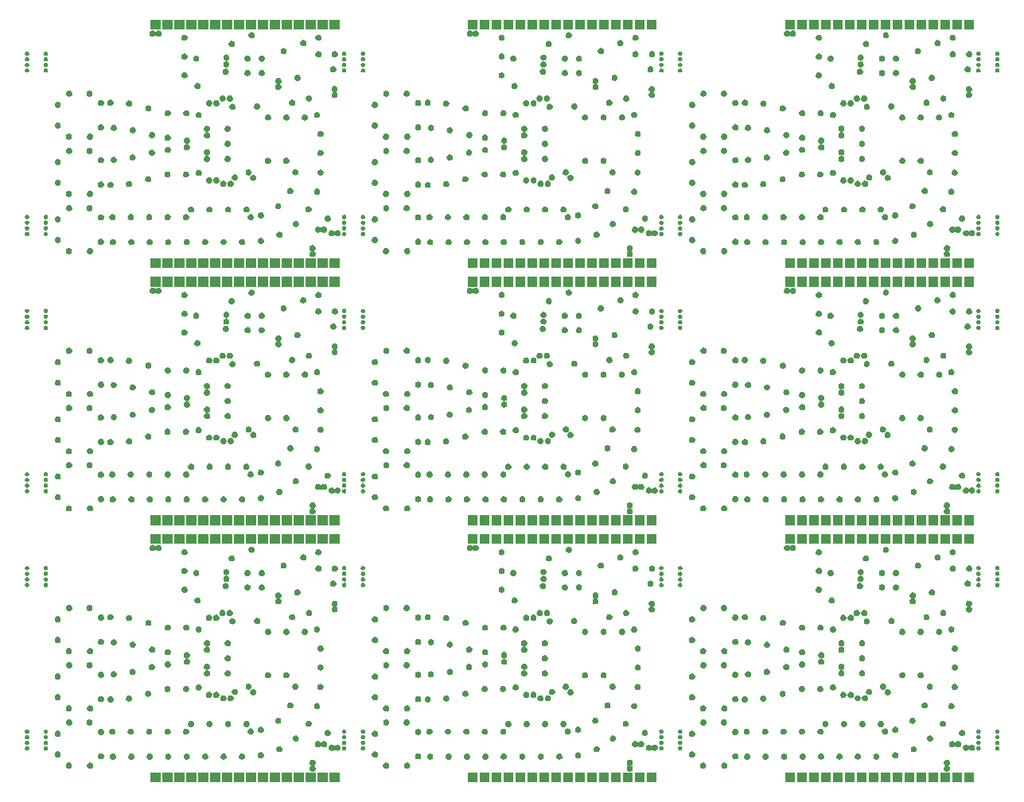
<source format=gbr>
G04 #@! TF.GenerationSoftware,KiCad,Pcbnew,(5.1.4)-1*
G04 #@! TF.CreationDate,2019-11-04T21:20:49-06:00*
G04 #@! TF.ProjectId,rf_panel,72665f70-616e-4656-9c2e-6b696361645f,A*
G04 #@! TF.SameCoordinates,PX5c3d87cPY8384138*
G04 #@! TF.FileFunction,Soldermask,Bot*
G04 #@! TF.FilePolarity,Negative*
%FSLAX46Y46*%
G04 Gerber Fmt 4.6, Leading zero omitted, Abs format (unit mm)*
G04 Created by KiCad (PCBNEW (5.1.4)-1) date 2019-11-04 21:20:49*
%MOMM*%
%LPD*%
G04 APERTURE LIST*
%ADD10C,0.100000*%
G04 APERTURE END LIST*
D10*
G36*
X20524980Y3972540D02*
G01*
X19464980Y3972540D01*
X19464980Y5032540D01*
X20524980Y5032540D01*
X20524980Y3972540D01*
X20524980Y3972540D01*
G37*
G36*
X21794980Y3972540D02*
G01*
X20734980Y3972540D01*
X20734980Y5032540D01*
X21794980Y5032540D01*
X21794980Y3972540D01*
X21794980Y3972540D01*
G37*
G36*
X35764980Y3972540D02*
G01*
X34704980Y3972540D01*
X34704980Y5032540D01*
X35764980Y5032540D01*
X35764980Y3972540D01*
X35764980Y3972540D01*
G37*
G36*
X34494980Y3972540D02*
G01*
X33434980Y3972540D01*
X33434980Y5032540D01*
X34494980Y5032540D01*
X34494980Y3972540D01*
X34494980Y3972540D01*
G37*
G36*
X33224980Y3972540D02*
G01*
X32164980Y3972540D01*
X32164980Y5032540D01*
X33224980Y5032540D01*
X33224980Y3972540D01*
X33224980Y3972540D01*
G37*
G36*
X31954980Y3972540D02*
G01*
X30894980Y3972540D01*
X30894980Y5032540D01*
X31954980Y5032540D01*
X31954980Y3972540D01*
X31954980Y3972540D01*
G37*
G36*
X30684980Y3972540D02*
G01*
X29624980Y3972540D01*
X29624980Y5032540D01*
X30684980Y5032540D01*
X30684980Y3972540D01*
X30684980Y3972540D01*
G37*
G36*
X29414980Y3972540D02*
G01*
X28354980Y3972540D01*
X28354980Y5032540D01*
X29414980Y5032540D01*
X29414980Y3972540D01*
X29414980Y3972540D01*
G37*
G36*
X28144980Y3972540D02*
G01*
X27084980Y3972540D01*
X27084980Y5032540D01*
X28144980Y5032540D01*
X28144980Y3972540D01*
X28144980Y3972540D01*
G37*
G36*
X26874980Y3972540D02*
G01*
X25814980Y3972540D01*
X25814980Y5032540D01*
X26874980Y5032540D01*
X26874980Y3972540D01*
X26874980Y3972540D01*
G37*
G36*
X25604980Y3972540D02*
G01*
X24544980Y3972540D01*
X24544980Y5032540D01*
X25604980Y5032540D01*
X25604980Y3972540D01*
X25604980Y3972540D01*
G37*
G36*
X24334980Y3972540D02*
G01*
X23274980Y3972540D01*
X23274980Y5032540D01*
X24334980Y5032540D01*
X24334980Y3972540D01*
X24334980Y3972540D01*
G37*
G36*
X23064980Y3972540D02*
G01*
X22004980Y3972540D01*
X22004980Y5032540D01*
X23064980Y5032540D01*
X23064980Y3972540D01*
X23064980Y3972540D01*
G37*
G36*
X59354980Y3972540D02*
G01*
X58294980Y3972540D01*
X58294980Y5032540D01*
X59354980Y5032540D01*
X59354980Y3972540D01*
X59354980Y3972540D01*
G37*
G36*
X19254980Y3972540D02*
G01*
X18194980Y3972540D01*
X18194980Y5032540D01*
X19254980Y5032540D01*
X19254980Y3972540D01*
X19254980Y3972540D01*
G37*
G36*
X17984980Y3972540D02*
G01*
X16924980Y3972540D01*
X16924980Y5032540D01*
X17984980Y5032540D01*
X17984980Y3972540D01*
X17984980Y3972540D01*
G37*
G36*
X16714980Y3972540D02*
G01*
X15654980Y3972540D01*
X15654980Y5032540D01*
X16714980Y5032540D01*
X16714980Y3972540D01*
X16714980Y3972540D01*
G37*
G36*
X69514980Y3972540D02*
G01*
X68454980Y3972540D01*
X68454980Y5032540D01*
X69514980Y5032540D01*
X69514980Y3972540D01*
X69514980Y3972540D01*
G37*
G36*
X68244980Y3972540D02*
G01*
X67184980Y3972540D01*
X67184980Y5032540D01*
X68244980Y5032540D01*
X68244980Y3972540D01*
X68244980Y3972540D01*
G37*
G36*
X66974980Y3972540D02*
G01*
X65914980Y3972540D01*
X65914980Y5032540D01*
X66974980Y5032540D01*
X66974980Y3972540D01*
X66974980Y3972540D01*
G37*
G36*
X65704980Y3972540D02*
G01*
X64644980Y3972540D01*
X64644980Y5032540D01*
X65704980Y5032540D01*
X65704980Y3972540D01*
X65704980Y3972540D01*
G37*
G36*
X64434980Y3972540D02*
G01*
X63374980Y3972540D01*
X63374980Y5032540D01*
X64434980Y5032540D01*
X64434980Y3972540D01*
X64434980Y3972540D01*
G37*
G36*
X63164980Y3972540D02*
G01*
X62104980Y3972540D01*
X62104980Y5032540D01*
X63164980Y5032540D01*
X63164980Y3972540D01*
X63164980Y3972540D01*
G37*
G36*
X61894980Y3972540D02*
G01*
X60834980Y3972540D01*
X60834980Y5032540D01*
X61894980Y5032540D01*
X61894980Y3972540D01*
X61894980Y3972540D01*
G37*
G36*
X98184980Y3972540D02*
G01*
X97124980Y3972540D01*
X97124980Y5032540D01*
X98184980Y5032540D01*
X98184980Y3972540D01*
X98184980Y3972540D01*
G37*
G36*
X85484980Y3972540D02*
G01*
X84424980Y3972540D01*
X84424980Y5032540D01*
X85484980Y5032540D01*
X85484980Y3972540D01*
X85484980Y3972540D01*
G37*
G36*
X84214980Y3972540D02*
G01*
X83154980Y3972540D01*
X83154980Y5032540D01*
X84214980Y5032540D01*
X84214980Y3972540D01*
X84214980Y3972540D01*
G37*
G36*
X58084980Y3972540D02*
G01*
X57024980Y3972540D01*
X57024980Y5032540D01*
X58084980Y5032540D01*
X58084980Y3972540D01*
X58084980Y3972540D01*
G37*
G36*
X56814980Y3972540D02*
G01*
X55754980Y3972540D01*
X55754980Y5032540D01*
X56814980Y5032540D01*
X56814980Y3972540D01*
X56814980Y3972540D01*
G37*
G36*
X55544980Y3972540D02*
G01*
X54484980Y3972540D01*
X54484980Y5032540D01*
X55544980Y5032540D01*
X55544980Y3972540D01*
X55544980Y3972540D01*
G37*
G36*
X54274980Y3972540D02*
G01*
X53214980Y3972540D01*
X53214980Y5032540D01*
X54274980Y5032540D01*
X54274980Y3972540D01*
X54274980Y3972540D01*
G37*
G36*
X53004980Y3972540D02*
G01*
X51944980Y3972540D01*
X51944980Y5032540D01*
X53004980Y5032540D01*
X53004980Y3972540D01*
X53004980Y3972540D01*
G37*
G36*
X51734980Y3972540D02*
G01*
X50674980Y3972540D01*
X50674980Y5032540D01*
X51734980Y5032540D01*
X51734980Y3972540D01*
X51734980Y3972540D01*
G37*
G36*
X50464980Y3972540D02*
G01*
X49404980Y3972540D01*
X49404980Y5032540D01*
X50464980Y5032540D01*
X50464980Y3972540D01*
X50464980Y3972540D01*
G37*
G36*
X103264980Y3972540D02*
G01*
X102204980Y3972540D01*
X102204980Y5032540D01*
X103264980Y5032540D01*
X103264980Y3972540D01*
X103264980Y3972540D01*
G37*
G36*
X101994980Y3972540D02*
G01*
X100934980Y3972540D01*
X100934980Y5032540D01*
X101994980Y5032540D01*
X101994980Y3972540D01*
X101994980Y3972540D01*
G37*
G36*
X100724980Y3972540D02*
G01*
X99664980Y3972540D01*
X99664980Y5032540D01*
X100724980Y5032540D01*
X100724980Y3972540D01*
X100724980Y3972540D01*
G37*
G36*
X60624980Y3972540D02*
G01*
X59564980Y3972540D01*
X59564980Y5032540D01*
X60624980Y5032540D01*
X60624980Y3972540D01*
X60624980Y3972540D01*
G37*
G36*
X96914980Y3972540D02*
G01*
X95854980Y3972540D01*
X95854980Y5032540D01*
X96914980Y5032540D01*
X96914980Y3972540D01*
X96914980Y3972540D01*
G37*
G36*
X95644980Y3972540D02*
G01*
X94584980Y3972540D01*
X94584980Y5032540D01*
X95644980Y5032540D01*
X95644980Y3972540D01*
X95644980Y3972540D01*
G37*
G36*
X94374980Y3972540D02*
G01*
X93314980Y3972540D01*
X93314980Y5032540D01*
X94374980Y5032540D01*
X94374980Y3972540D01*
X94374980Y3972540D01*
G37*
G36*
X93104980Y3972540D02*
G01*
X92044980Y3972540D01*
X92044980Y5032540D01*
X93104980Y5032540D01*
X93104980Y3972540D01*
X93104980Y3972540D01*
G37*
G36*
X91834980Y3972540D02*
G01*
X90774980Y3972540D01*
X90774980Y5032540D01*
X91834980Y5032540D01*
X91834980Y3972540D01*
X91834980Y3972540D01*
G37*
G36*
X90564980Y3972540D02*
G01*
X89504980Y3972540D01*
X89504980Y5032540D01*
X90564980Y5032540D01*
X90564980Y3972540D01*
X90564980Y3972540D01*
G37*
G36*
X89294980Y3972540D02*
G01*
X88234980Y3972540D01*
X88234980Y5032540D01*
X89294980Y5032540D01*
X89294980Y3972540D01*
X89294980Y3972540D01*
G37*
G36*
X88024980Y3972540D02*
G01*
X86964980Y3972540D01*
X86964980Y5032540D01*
X88024980Y5032540D01*
X88024980Y3972540D01*
X88024980Y3972540D01*
G37*
G36*
X86754980Y3972540D02*
G01*
X85694980Y3972540D01*
X85694980Y5032540D01*
X86754980Y5032540D01*
X86754980Y3972540D01*
X86754980Y3972540D01*
G37*
G36*
X99454980Y3972540D02*
G01*
X98394980Y3972540D01*
X98394980Y5032540D01*
X99454980Y5032540D01*
X99454980Y3972540D01*
X99454980Y3972540D01*
G37*
G36*
X32943484Y6401988D02*
G01*
X32981738Y6394379D01*
X33041794Y6369502D01*
X33095843Y6333388D01*
X33141808Y6287423D01*
X33177922Y6233374D01*
X33202799Y6173318D01*
X33215480Y6109562D01*
X33215480Y6044558D01*
X33202799Y5980802D01*
X33177922Y5920746D01*
X33141808Y5866697D01*
X33095843Y5820732D01*
X33069637Y5803222D01*
X33059248Y5796280D01*
X33053945Y5791928D01*
X33049592Y5786624D01*
X33046358Y5780573D01*
X33044366Y5774008D01*
X33043694Y5767180D01*
X33044367Y5760352D01*
X33046358Y5753786D01*
X33049593Y5747735D01*
X33053945Y5742432D01*
X33059248Y5738080D01*
X33095843Y5713628D01*
X33141808Y5667663D01*
X33177922Y5613614D01*
X33202799Y5553558D01*
X33215480Y5489802D01*
X33215480Y5424798D01*
X33202799Y5361042D01*
X33177922Y5300986D01*
X33141808Y5246937D01*
X33095843Y5200972D01*
X33041794Y5164858D01*
X32981738Y5139981D01*
X32943484Y5132372D01*
X32917984Y5127300D01*
X32852976Y5127300D01*
X32827476Y5132372D01*
X32789222Y5139981D01*
X32729166Y5164858D01*
X32675117Y5200972D01*
X32629152Y5246937D01*
X32593038Y5300986D01*
X32568161Y5361042D01*
X32555480Y5424798D01*
X32555480Y5489802D01*
X32568161Y5553558D01*
X32593038Y5613614D01*
X32629152Y5667663D01*
X32675117Y5713628D01*
X32711712Y5738080D01*
X32717015Y5742432D01*
X32721368Y5747736D01*
X32724602Y5753787D01*
X32726594Y5760352D01*
X32727266Y5767180D01*
X32726593Y5774008D01*
X32724602Y5780574D01*
X32721367Y5786625D01*
X32717015Y5791928D01*
X32711712Y5796280D01*
X32701323Y5803222D01*
X32675117Y5820732D01*
X32629152Y5866697D01*
X32593038Y5920746D01*
X32568161Y5980802D01*
X32555480Y6044558D01*
X32555480Y6109562D01*
X32568161Y6173318D01*
X32593038Y6233374D01*
X32629152Y6287423D01*
X32675117Y6333388D01*
X32729166Y6369502D01*
X32789222Y6394379D01*
X32827476Y6401988D01*
X32852976Y6407060D01*
X32917984Y6407060D01*
X32943484Y6401988D01*
X32943484Y6401988D01*
G37*
G36*
X66693484Y6401988D02*
G01*
X66731738Y6394379D01*
X66791794Y6369502D01*
X66845843Y6333388D01*
X66891808Y6287423D01*
X66927922Y6233374D01*
X66952799Y6173318D01*
X66965480Y6109562D01*
X66965480Y6044558D01*
X66952799Y5980802D01*
X66927922Y5920746D01*
X66891808Y5866697D01*
X66845843Y5820732D01*
X66819637Y5803222D01*
X66809248Y5796280D01*
X66803945Y5791928D01*
X66799592Y5786624D01*
X66796358Y5780573D01*
X66794366Y5774008D01*
X66793694Y5767180D01*
X66794367Y5760352D01*
X66796358Y5753786D01*
X66799593Y5747735D01*
X66803945Y5742432D01*
X66809248Y5738080D01*
X66845843Y5713628D01*
X66891808Y5667663D01*
X66927922Y5613614D01*
X66952799Y5553558D01*
X66965480Y5489802D01*
X66965480Y5424798D01*
X66952799Y5361042D01*
X66927922Y5300986D01*
X66891808Y5246937D01*
X66845843Y5200972D01*
X66791794Y5164858D01*
X66731738Y5139981D01*
X66693484Y5132372D01*
X66667984Y5127300D01*
X66602976Y5127300D01*
X66577476Y5132372D01*
X66539222Y5139981D01*
X66479166Y5164858D01*
X66425117Y5200972D01*
X66379152Y5246937D01*
X66343038Y5300986D01*
X66318161Y5361042D01*
X66305480Y5424798D01*
X66305480Y5489802D01*
X66318161Y5553558D01*
X66343038Y5613614D01*
X66379152Y5667663D01*
X66425117Y5713628D01*
X66461712Y5738080D01*
X66467015Y5742432D01*
X66471368Y5747736D01*
X66474602Y5753787D01*
X66476594Y5760352D01*
X66477266Y5767180D01*
X66476593Y5774008D01*
X66474602Y5780574D01*
X66471367Y5786625D01*
X66467015Y5791928D01*
X66461712Y5796280D01*
X66451323Y5803222D01*
X66425117Y5820732D01*
X66379152Y5866697D01*
X66343038Y5920746D01*
X66318161Y5980802D01*
X66305480Y6044558D01*
X66305480Y6109562D01*
X66318161Y6173318D01*
X66343038Y6233374D01*
X66379152Y6287423D01*
X66425117Y6333388D01*
X66479166Y6369502D01*
X66539222Y6394379D01*
X66577476Y6401988D01*
X66602976Y6407060D01*
X66667984Y6407060D01*
X66693484Y6401988D01*
X66693484Y6401988D01*
G37*
G36*
X100443484Y6401988D02*
G01*
X100481738Y6394379D01*
X100541794Y6369502D01*
X100595843Y6333388D01*
X100641808Y6287423D01*
X100677922Y6233374D01*
X100702799Y6173318D01*
X100715480Y6109562D01*
X100715480Y6044558D01*
X100702799Y5980802D01*
X100677922Y5920746D01*
X100641808Y5866697D01*
X100595843Y5820732D01*
X100569637Y5803222D01*
X100559248Y5796280D01*
X100553945Y5791928D01*
X100549592Y5786624D01*
X100546358Y5780573D01*
X100544366Y5774008D01*
X100543694Y5767180D01*
X100544367Y5760352D01*
X100546358Y5753786D01*
X100549593Y5747735D01*
X100553945Y5742432D01*
X100559248Y5738080D01*
X100595843Y5713628D01*
X100641808Y5667663D01*
X100677922Y5613614D01*
X100702799Y5553558D01*
X100715480Y5489802D01*
X100715480Y5424798D01*
X100702799Y5361042D01*
X100677922Y5300986D01*
X100641808Y5246937D01*
X100595843Y5200972D01*
X100541794Y5164858D01*
X100481738Y5139981D01*
X100443484Y5132372D01*
X100417984Y5127300D01*
X100352976Y5127300D01*
X100327476Y5132372D01*
X100289222Y5139981D01*
X100229166Y5164858D01*
X100175117Y5200972D01*
X100129152Y5246937D01*
X100093038Y5300986D01*
X100068161Y5361042D01*
X100055480Y5424798D01*
X100055480Y5489802D01*
X100068161Y5553558D01*
X100093038Y5613614D01*
X100129152Y5667663D01*
X100175117Y5713628D01*
X100211712Y5738080D01*
X100217015Y5742432D01*
X100221368Y5747736D01*
X100224602Y5753787D01*
X100226594Y5760352D01*
X100227266Y5767180D01*
X100226593Y5774008D01*
X100224602Y5780574D01*
X100221367Y5786625D01*
X100217015Y5791928D01*
X100211712Y5796280D01*
X100201323Y5803222D01*
X100175117Y5820732D01*
X100129152Y5866697D01*
X100093038Y5920746D01*
X100068161Y5980802D01*
X100055480Y6044558D01*
X100055480Y6109562D01*
X100068161Y6173318D01*
X100093038Y6233374D01*
X100129152Y6287423D01*
X100175117Y6333388D01*
X100229166Y6369502D01*
X100289222Y6394379D01*
X100327476Y6401988D01*
X100352976Y6407060D01*
X100417984Y6407060D01*
X100443484Y6401988D01*
X100443484Y6401988D01*
G37*
G36*
X76755144Y6093468D02*
G01*
X76793398Y6085859D01*
X76853454Y6060982D01*
X76907503Y6024868D01*
X76953468Y5978903D01*
X76989582Y5924854D01*
X77014459Y5864798D01*
X77027140Y5801042D01*
X77027140Y5736038D01*
X77014459Y5672282D01*
X76989582Y5612226D01*
X76953468Y5558177D01*
X76907503Y5512212D01*
X76853454Y5476098D01*
X76793398Y5451221D01*
X76755144Y5443612D01*
X76729644Y5438540D01*
X76664636Y5438540D01*
X76639136Y5443612D01*
X76600882Y5451221D01*
X76540826Y5476098D01*
X76486777Y5512212D01*
X76440812Y5558177D01*
X76404698Y5612226D01*
X76379821Y5672282D01*
X76367140Y5736038D01*
X76367140Y5801042D01*
X76379821Y5864798D01*
X76404698Y5924854D01*
X76440812Y5978903D01*
X76486777Y6024868D01*
X76540826Y6060982D01*
X76600882Y6085859D01*
X76639136Y6093468D01*
X76664636Y6098540D01*
X76729644Y6098540D01*
X76755144Y6093468D01*
X76755144Y6093468D01*
G37*
G36*
X74505144Y6093468D02*
G01*
X74543398Y6085859D01*
X74603454Y6060982D01*
X74657503Y6024868D01*
X74703468Y5978903D01*
X74739582Y5924854D01*
X74764459Y5864798D01*
X74777140Y5801042D01*
X74777140Y5736038D01*
X74764459Y5672282D01*
X74739582Y5612226D01*
X74703468Y5558177D01*
X74657503Y5512212D01*
X74603454Y5476098D01*
X74543398Y5451221D01*
X74505144Y5443612D01*
X74479644Y5438540D01*
X74414636Y5438540D01*
X74389136Y5443612D01*
X74350882Y5451221D01*
X74290826Y5476098D01*
X74236777Y5512212D01*
X74190812Y5558177D01*
X74154698Y5612226D01*
X74129821Y5672282D01*
X74117140Y5736038D01*
X74117140Y5801042D01*
X74129821Y5864798D01*
X74154698Y5924854D01*
X74190812Y5978903D01*
X74236777Y6024868D01*
X74290826Y6060982D01*
X74350882Y6085859D01*
X74389136Y6093468D01*
X74414636Y6098540D01*
X74479644Y6098540D01*
X74505144Y6093468D01*
X74505144Y6093468D01*
G37*
G36*
X43005144Y6093468D02*
G01*
X43043398Y6085859D01*
X43103454Y6060982D01*
X43157503Y6024868D01*
X43203468Y5978903D01*
X43239582Y5924854D01*
X43264459Y5864798D01*
X43277140Y5801042D01*
X43277140Y5736038D01*
X43264459Y5672282D01*
X43239582Y5612226D01*
X43203468Y5558177D01*
X43157503Y5512212D01*
X43103454Y5476098D01*
X43043398Y5451221D01*
X43005144Y5443612D01*
X42979644Y5438540D01*
X42914636Y5438540D01*
X42889136Y5443612D01*
X42850882Y5451221D01*
X42790826Y5476098D01*
X42736777Y5512212D01*
X42690812Y5558177D01*
X42654698Y5612226D01*
X42629821Y5672282D01*
X42617140Y5736038D01*
X42617140Y5801042D01*
X42629821Y5864798D01*
X42654698Y5924854D01*
X42690812Y5978903D01*
X42736777Y6024868D01*
X42790826Y6060982D01*
X42850882Y6085859D01*
X42889136Y6093468D01*
X42914636Y6098540D01*
X42979644Y6098540D01*
X43005144Y6093468D01*
X43005144Y6093468D01*
G37*
G36*
X40755144Y6093468D02*
G01*
X40793398Y6085859D01*
X40853454Y6060982D01*
X40907503Y6024868D01*
X40953468Y5978903D01*
X40989582Y5924854D01*
X41014459Y5864798D01*
X41027140Y5801042D01*
X41027140Y5736038D01*
X41014459Y5672282D01*
X40989582Y5612226D01*
X40953468Y5558177D01*
X40907503Y5512212D01*
X40853454Y5476098D01*
X40793398Y5451221D01*
X40755144Y5443612D01*
X40729644Y5438540D01*
X40664636Y5438540D01*
X40639136Y5443612D01*
X40600882Y5451221D01*
X40540826Y5476098D01*
X40486777Y5512212D01*
X40440812Y5558177D01*
X40404698Y5612226D01*
X40379821Y5672282D01*
X40367140Y5736038D01*
X40367140Y5801042D01*
X40379821Y5864798D01*
X40404698Y5924854D01*
X40440812Y5978903D01*
X40486777Y6024868D01*
X40540826Y6060982D01*
X40600882Y6085859D01*
X40639136Y6093468D01*
X40664636Y6098540D01*
X40729644Y6098540D01*
X40755144Y6093468D01*
X40755144Y6093468D01*
G37*
G36*
X9255144Y6093468D02*
G01*
X9293398Y6085859D01*
X9353454Y6060982D01*
X9407503Y6024868D01*
X9453468Y5978903D01*
X9489582Y5924854D01*
X9514459Y5864798D01*
X9527140Y5801042D01*
X9527140Y5736038D01*
X9514459Y5672282D01*
X9489582Y5612226D01*
X9453468Y5558177D01*
X9407503Y5512212D01*
X9353454Y5476098D01*
X9293398Y5451221D01*
X9255144Y5443612D01*
X9229644Y5438540D01*
X9164636Y5438540D01*
X9139136Y5443612D01*
X9100882Y5451221D01*
X9040826Y5476098D01*
X8986777Y5512212D01*
X8940812Y5558177D01*
X8904698Y5612226D01*
X8879821Y5672282D01*
X8867140Y5736038D01*
X8867140Y5801042D01*
X8879821Y5864798D01*
X8904698Y5924854D01*
X8940812Y5978903D01*
X8986777Y6024868D01*
X9040826Y6060982D01*
X9100882Y6085859D01*
X9139136Y6093468D01*
X9164636Y6098540D01*
X9229644Y6098540D01*
X9255144Y6093468D01*
X9255144Y6093468D01*
G37*
G36*
X7005144Y6093468D02*
G01*
X7043398Y6085859D01*
X7103454Y6060982D01*
X7157503Y6024868D01*
X7203468Y5978903D01*
X7239582Y5924854D01*
X7264459Y5864798D01*
X7277140Y5801042D01*
X7277140Y5736038D01*
X7264459Y5672282D01*
X7239582Y5612226D01*
X7203468Y5558177D01*
X7157503Y5512212D01*
X7103454Y5476098D01*
X7043398Y5451221D01*
X7005144Y5443612D01*
X6979644Y5438540D01*
X6914636Y5438540D01*
X6889136Y5443612D01*
X6850882Y5451221D01*
X6790826Y5476098D01*
X6736777Y5512212D01*
X6690812Y5558177D01*
X6654698Y5612226D01*
X6629821Y5672282D01*
X6617140Y5736038D01*
X6617140Y5801042D01*
X6629821Y5864798D01*
X6654698Y5924854D01*
X6690812Y5978903D01*
X6736777Y6024868D01*
X6790826Y6060982D01*
X6850882Y6085859D01*
X6889136Y6093468D01*
X6914636Y6098540D01*
X6979644Y6098540D01*
X7005144Y6093468D01*
X7005144Y6093468D01*
G37*
G36*
X11697201Y7054798D02*
G01*
X11735884Y7047104D01*
X11795940Y7022227D01*
X11849989Y6986113D01*
X11895954Y6940148D01*
X11932068Y6886099D01*
X11956945Y6826043D01*
X11961682Y6802226D01*
X11968891Y6765985D01*
X11969626Y6762287D01*
X11969626Y6697283D01*
X11956945Y6633527D01*
X11932068Y6573471D01*
X11895954Y6519422D01*
X11849989Y6473457D01*
X11795940Y6437343D01*
X11735884Y6412466D01*
X11699554Y6405240D01*
X11672130Y6399785D01*
X11607122Y6399785D01*
X11579698Y6405240D01*
X11543368Y6412466D01*
X11483312Y6437343D01*
X11429263Y6473457D01*
X11383298Y6519422D01*
X11347184Y6573471D01*
X11322307Y6633527D01*
X11309626Y6697283D01*
X11309626Y6762287D01*
X11310362Y6765985D01*
X11317570Y6802226D01*
X11322307Y6826043D01*
X11347184Y6886099D01*
X11383298Y6940148D01*
X11429263Y6986113D01*
X11483312Y7022227D01*
X11543368Y7047104D01*
X11582051Y7054798D01*
X11607122Y7059785D01*
X11672130Y7059785D01*
X11697201Y7054798D01*
X11697201Y7054798D01*
G37*
G36*
X13659201Y7054798D02*
G01*
X13697884Y7047104D01*
X13757940Y7022227D01*
X13811989Y6986113D01*
X13857954Y6940148D01*
X13894068Y6886099D01*
X13918945Y6826043D01*
X13923682Y6802226D01*
X13930891Y6765985D01*
X13931626Y6762287D01*
X13931626Y6697283D01*
X13918945Y6633527D01*
X13894068Y6573471D01*
X13857954Y6519422D01*
X13811989Y6473457D01*
X13757940Y6437343D01*
X13697884Y6412466D01*
X13661554Y6405240D01*
X13634130Y6399785D01*
X13569122Y6399785D01*
X13541698Y6405240D01*
X13505368Y6412466D01*
X13445312Y6437343D01*
X13391263Y6473457D01*
X13345298Y6519422D01*
X13309184Y6573471D01*
X13284307Y6633527D01*
X13271626Y6697283D01*
X13271626Y6762287D01*
X13272362Y6765985D01*
X13279570Y6802226D01*
X13284307Y6826043D01*
X13309184Y6886099D01*
X13345298Y6940148D01*
X13391263Y6986113D01*
X13445312Y7022227D01*
X13505368Y7047104D01*
X13544051Y7054798D01*
X13569122Y7059785D01*
X13634130Y7059785D01*
X13659201Y7054798D01*
X13659201Y7054798D01*
G37*
G36*
X17583201Y7054798D02*
G01*
X17621884Y7047104D01*
X17681940Y7022227D01*
X17735989Y6986113D01*
X17781954Y6940148D01*
X17818068Y6886099D01*
X17842945Y6826043D01*
X17847682Y6802226D01*
X17854891Y6765985D01*
X17855626Y6762287D01*
X17855626Y6697283D01*
X17842945Y6633527D01*
X17818068Y6573471D01*
X17781954Y6519422D01*
X17735989Y6473457D01*
X17681940Y6437343D01*
X17621884Y6412466D01*
X17585554Y6405240D01*
X17558130Y6399785D01*
X17493122Y6399785D01*
X17465698Y6405240D01*
X17429368Y6412466D01*
X17369312Y6437343D01*
X17315263Y6473457D01*
X17269298Y6519422D01*
X17233184Y6573471D01*
X17208307Y6633527D01*
X17195626Y6697283D01*
X17195626Y6762287D01*
X17196362Y6765985D01*
X17203570Y6802226D01*
X17208307Y6826043D01*
X17233184Y6886099D01*
X17269298Y6940148D01*
X17315263Y6986113D01*
X17369312Y7022227D01*
X17429368Y7047104D01*
X17468051Y7054798D01*
X17493122Y7059785D01*
X17558130Y7059785D01*
X17583201Y7054798D01*
X17583201Y7054798D01*
G37*
G36*
X85083201Y7054798D02*
G01*
X85121884Y7047104D01*
X85181940Y7022227D01*
X85235989Y6986113D01*
X85281954Y6940148D01*
X85318068Y6886099D01*
X85342945Y6826043D01*
X85347682Y6802226D01*
X85354891Y6765985D01*
X85355626Y6762287D01*
X85355626Y6697283D01*
X85342945Y6633527D01*
X85318068Y6573471D01*
X85281954Y6519422D01*
X85235989Y6473457D01*
X85181940Y6437343D01*
X85121884Y6412466D01*
X85085554Y6405240D01*
X85058130Y6399785D01*
X84993122Y6399785D01*
X84965698Y6405240D01*
X84929368Y6412466D01*
X84869312Y6437343D01*
X84815263Y6473457D01*
X84769298Y6519422D01*
X84733184Y6573471D01*
X84708307Y6633527D01*
X84695626Y6697283D01*
X84695626Y6762287D01*
X84696362Y6765985D01*
X84703570Y6802226D01*
X84708307Y6826043D01*
X84733184Y6886099D01*
X84769298Y6940148D01*
X84815263Y6986113D01*
X84869312Y7022227D01*
X84929368Y7047104D01*
X84968051Y7054798D01*
X84993122Y7059785D01*
X85058130Y7059785D01*
X85083201Y7054798D01*
X85083201Y7054798D01*
G37*
G36*
X15621201Y7054798D02*
G01*
X15659884Y7047104D01*
X15719940Y7022227D01*
X15773989Y6986113D01*
X15819954Y6940148D01*
X15856068Y6886099D01*
X15880945Y6826043D01*
X15885682Y6802226D01*
X15892891Y6765985D01*
X15893626Y6762287D01*
X15893626Y6697283D01*
X15880945Y6633527D01*
X15856068Y6573471D01*
X15819954Y6519422D01*
X15773989Y6473457D01*
X15719940Y6437343D01*
X15659884Y6412466D01*
X15623554Y6405240D01*
X15596130Y6399785D01*
X15531122Y6399785D01*
X15503698Y6405240D01*
X15467368Y6412466D01*
X15407312Y6437343D01*
X15353263Y6473457D01*
X15307298Y6519422D01*
X15271184Y6573471D01*
X15246307Y6633527D01*
X15233626Y6697283D01*
X15233626Y6762287D01*
X15234362Y6765985D01*
X15241570Y6802226D01*
X15246307Y6826043D01*
X15271184Y6886099D01*
X15307298Y6940148D01*
X15353263Y6986113D01*
X15407312Y7022227D01*
X15467368Y7047104D01*
X15506051Y7054798D01*
X15531122Y7059785D01*
X15596130Y7059785D01*
X15621201Y7054798D01*
X15621201Y7054798D01*
G37*
G36*
X51333201Y7054798D02*
G01*
X51371884Y7047104D01*
X51431940Y7022227D01*
X51485989Y6986113D01*
X51531954Y6940148D01*
X51568068Y6886099D01*
X51592945Y6826043D01*
X51597682Y6802226D01*
X51604891Y6765985D01*
X51605626Y6762287D01*
X51605626Y6697283D01*
X51592945Y6633527D01*
X51568068Y6573471D01*
X51531954Y6519422D01*
X51485989Y6473457D01*
X51431940Y6437343D01*
X51371884Y6412466D01*
X51335554Y6405240D01*
X51308130Y6399785D01*
X51243122Y6399785D01*
X51215698Y6405240D01*
X51179368Y6412466D01*
X51119312Y6437343D01*
X51065263Y6473457D01*
X51019298Y6519422D01*
X50983184Y6573471D01*
X50958307Y6633527D01*
X50945626Y6697283D01*
X50945626Y6762287D01*
X50946362Y6765985D01*
X50953570Y6802226D01*
X50958307Y6826043D01*
X50983184Y6886099D01*
X51019298Y6940148D01*
X51065263Y6986113D01*
X51119312Y7022227D01*
X51179368Y7047104D01*
X51218051Y7054798D01*
X51243122Y7059785D01*
X51308130Y7059785D01*
X51333201Y7054798D01*
X51333201Y7054798D01*
G37*
G36*
X83121201Y7054798D02*
G01*
X83159884Y7047104D01*
X83219940Y7022227D01*
X83273989Y6986113D01*
X83319954Y6940148D01*
X83356068Y6886099D01*
X83380945Y6826043D01*
X83385682Y6802226D01*
X83392891Y6765985D01*
X83393626Y6762287D01*
X83393626Y6697283D01*
X83380945Y6633527D01*
X83356068Y6573471D01*
X83319954Y6519422D01*
X83273989Y6473457D01*
X83219940Y6437343D01*
X83159884Y6412466D01*
X83123554Y6405240D01*
X83096130Y6399785D01*
X83031122Y6399785D01*
X83003698Y6405240D01*
X82967368Y6412466D01*
X82907312Y6437343D01*
X82853263Y6473457D01*
X82807298Y6519422D01*
X82771184Y6573471D01*
X82746307Y6633527D01*
X82733626Y6697283D01*
X82733626Y6762287D01*
X82734362Y6765985D01*
X82741570Y6802226D01*
X82746307Y6826043D01*
X82771184Y6886099D01*
X82807298Y6940148D01*
X82853263Y6986113D01*
X82907312Y7022227D01*
X82967368Y7047104D01*
X83006051Y7054798D01*
X83031122Y7059785D01*
X83096130Y7059785D01*
X83121201Y7054798D01*
X83121201Y7054798D01*
G37*
G36*
X81159201Y7054798D02*
G01*
X81197884Y7047104D01*
X81257940Y7022227D01*
X81311989Y6986113D01*
X81357954Y6940148D01*
X81394068Y6886099D01*
X81418945Y6826043D01*
X81423682Y6802226D01*
X81430891Y6765985D01*
X81431626Y6762287D01*
X81431626Y6697283D01*
X81418945Y6633527D01*
X81394068Y6573471D01*
X81357954Y6519422D01*
X81311989Y6473457D01*
X81257940Y6437343D01*
X81197884Y6412466D01*
X81161554Y6405240D01*
X81134130Y6399785D01*
X81069122Y6399785D01*
X81041698Y6405240D01*
X81005368Y6412466D01*
X80945312Y6437343D01*
X80891263Y6473457D01*
X80845298Y6519422D01*
X80809184Y6573471D01*
X80784307Y6633527D01*
X80771626Y6697283D01*
X80771626Y6762287D01*
X80772362Y6765985D01*
X80779570Y6802226D01*
X80784307Y6826043D01*
X80809184Y6886099D01*
X80845298Y6940148D01*
X80891263Y6986113D01*
X80945312Y7022227D01*
X81005368Y7047104D01*
X81044051Y7054798D01*
X81069122Y7059785D01*
X81134130Y7059785D01*
X81159201Y7054798D01*
X81159201Y7054798D01*
G37*
G36*
X79197201Y7054798D02*
G01*
X79235884Y7047104D01*
X79295940Y7022227D01*
X79349989Y6986113D01*
X79395954Y6940148D01*
X79432068Y6886099D01*
X79456945Y6826043D01*
X79461682Y6802226D01*
X79468891Y6765985D01*
X79469626Y6762287D01*
X79469626Y6697283D01*
X79456945Y6633527D01*
X79432068Y6573471D01*
X79395954Y6519422D01*
X79349989Y6473457D01*
X79295940Y6437343D01*
X79235884Y6412466D01*
X79199554Y6405240D01*
X79172130Y6399785D01*
X79107122Y6399785D01*
X79079698Y6405240D01*
X79043368Y6412466D01*
X78983312Y6437343D01*
X78929263Y6473457D01*
X78883298Y6519422D01*
X78847184Y6573471D01*
X78822307Y6633527D01*
X78809626Y6697283D01*
X78809626Y6762287D01*
X78810362Y6765985D01*
X78817570Y6802226D01*
X78822307Y6826043D01*
X78847184Y6886099D01*
X78883298Y6940148D01*
X78929263Y6986113D01*
X78983312Y7022227D01*
X79043368Y7047104D01*
X79082051Y7054798D01*
X79107122Y7059785D01*
X79172130Y7059785D01*
X79197201Y7054798D01*
X79197201Y7054798D01*
G37*
G36*
X47409201Y7054798D02*
G01*
X47447884Y7047104D01*
X47507940Y7022227D01*
X47561989Y6986113D01*
X47607954Y6940148D01*
X47644068Y6886099D01*
X47668945Y6826043D01*
X47673682Y6802226D01*
X47680891Y6765985D01*
X47681626Y6762287D01*
X47681626Y6697283D01*
X47668945Y6633527D01*
X47644068Y6573471D01*
X47607954Y6519422D01*
X47561989Y6473457D01*
X47507940Y6437343D01*
X47447884Y6412466D01*
X47411554Y6405240D01*
X47384130Y6399785D01*
X47319122Y6399785D01*
X47291698Y6405240D01*
X47255368Y6412466D01*
X47195312Y6437343D01*
X47141263Y6473457D01*
X47095298Y6519422D01*
X47059184Y6573471D01*
X47034307Y6633527D01*
X47021626Y6697283D01*
X47021626Y6762287D01*
X47022362Y6765985D01*
X47029570Y6802226D01*
X47034307Y6826043D01*
X47059184Y6886099D01*
X47095298Y6940148D01*
X47141263Y6986113D01*
X47195312Y7022227D01*
X47255368Y7047104D01*
X47294051Y7054798D01*
X47319122Y7059785D01*
X47384130Y7059785D01*
X47409201Y7054798D01*
X47409201Y7054798D01*
G37*
G36*
X45447201Y7054798D02*
G01*
X45485884Y7047104D01*
X45545940Y7022227D01*
X45599989Y6986113D01*
X45645954Y6940148D01*
X45682068Y6886099D01*
X45706945Y6826043D01*
X45711682Y6802226D01*
X45718891Y6765985D01*
X45719626Y6762287D01*
X45719626Y6697283D01*
X45706945Y6633527D01*
X45682068Y6573471D01*
X45645954Y6519422D01*
X45599989Y6473457D01*
X45545940Y6437343D01*
X45485884Y6412466D01*
X45449554Y6405240D01*
X45422130Y6399785D01*
X45357122Y6399785D01*
X45329698Y6405240D01*
X45293368Y6412466D01*
X45233312Y6437343D01*
X45179263Y6473457D01*
X45133298Y6519422D01*
X45097184Y6573471D01*
X45072307Y6633527D01*
X45059626Y6697283D01*
X45059626Y6762287D01*
X45060362Y6765985D01*
X45067570Y6802226D01*
X45072307Y6826043D01*
X45097184Y6886099D01*
X45133298Y6940148D01*
X45179263Y6986113D01*
X45233312Y7022227D01*
X45293368Y7047104D01*
X45332051Y7054798D01*
X45357122Y7059785D01*
X45422130Y7059785D01*
X45447201Y7054798D01*
X45447201Y7054798D01*
G37*
G36*
X49371201Y7054798D02*
G01*
X49409884Y7047104D01*
X49469940Y7022227D01*
X49523989Y6986113D01*
X49569954Y6940148D01*
X49606068Y6886099D01*
X49630945Y6826043D01*
X49635682Y6802226D01*
X49642891Y6765985D01*
X49643626Y6762287D01*
X49643626Y6697283D01*
X49630945Y6633527D01*
X49606068Y6573471D01*
X49569954Y6519422D01*
X49523989Y6473457D01*
X49469940Y6437343D01*
X49409884Y6412466D01*
X49373554Y6405240D01*
X49346130Y6399785D01*
X49281122Y6399785D01*
X49253698Y6405240D01*
X49217368Y6412466D01*
X49157312Y6437343D01*
X49103263Y6473457D01*
X49057298Y6519422D01*
X49021184Y6573471D01*
X48996307Y6633527D01*
X48983626Y6697283D01*
X48983626Y6762287D01*
X48984362Y6765985D01*
X48991570Y6802226D01*
X48996307Y6826043D01*
X49021184Y6886099D01*
X49057298Y6940148D01*
X49103263Y6986113D01*
X49157312Y7022227D01*
X49217368Y7047104D01*
X49256051Y7054798D01*
X49281122Y7059785D01*
X49346130Y7059785D01*
X49371201Y7054798D01*
X49371201Y7054798D01*
G37*
G36*
X87045184Y7060168D02*
G01*
X87083438Y7052559D01*
X87143494Y7027682D01*
X87197543Y6991568D01*
X87243508Y6945603D01*
X87279622Y6891554D01*
X87304499Y6831498D01*
X87310321Y6802226D01*
X87317180Y6767744D01*
X87317180Y6702736D01*
X87316095Y6697283D01*
X87304499Y6638982D01*
X87279622Y6578926D01*
X87243508Y6524877D01*
X87197543Y6478912D01*
X87143494Y6442798D01*
X87083438Y6417921D01*
X87046349Y6410544D01*
X87019684Y6405240D01*
X86954676Y6405240D01*
X86928011Y6410544D01*
X86890922Y6417921D01*
X86830866Y6442798D01*
X86776817Y6478912D01*
X86730852Y6524877D01*
X86694738Y6578926D01*
X86669861Y6638982D01*
X86658265Y6697283D01*
X86657180Y6702736D01*
X86657180Y6767744D01*
X86664039Y6802226D01*
X86669861Y6831498D01*
X86694738Y6891554D01*
X86730852Y6945603D01*
X86776817Y6991568D01*
X86830866Y7027682D01*
X86890922Y7052559D01*
X86929176Y7060168D01*
X86954676Y7065240D01*
X87019684Y7065240D01*
X87045184Y7060168D01*
X87045184Y7060168D01*
G37*
G36*
X53295184Y7060168D02*
G01*
X53333438Y7052559D01*
X53393494Y7027682D01*
X53447543Y6991568D01*
X53493508Y6945603D01*
X53529622Y6891554D01*
X53554499Y6831498D01*
X53560321Y6802226D01*
X53567180Y6767744D01*
X53567180Y6702736D01*
X53566095Y6697283D01*
X53554499Y6638982D01*
X53529622Y6578926D01*
X53493508Y6524877D01*
X53447543Y6478912D01*
X53393494Y6442798D01*
X53333438Y6417921D01*
X53296349Y6410544D01*
X53269684Y6405240D01*
X53204676Y6405240D01*
X53178011Y6410544D01*
X53140922Y6417921D01*
X53080866Y6442798D01*
X53026817Y6478912D01*
X52980852Y6524877D01*
X52944738Y6578926D01*
X52919861Y6638982D01*
X52908265Y6697283D01*
X52907180Y6702736D01*
X52907180Y6767744D01*
X52914039Y6802226D01*
X52919861Y6831498D01*
X52944738Y6891554D01*
X52980852Y6945603D01*
X53026817Y6991568D01*
X53080866Y7027682D01*
X53140922Y7052559D01*
X53179176Y7060168D01*
X53204676Y7065240D01*
X53269684Y7065240D01*
X53295184Y7060168D01*
X53295184Y7060168D01*
G37*
G36*
X19545184Y7060168D02*
G01*
X19583438Y7052559D01*
X19643494Y7027682D01*
X19697543Y6991568D01*
X19743508Y6945603D01*
X19779622Y6891554D01*
X19804499Y6831498D01*
X19810321Y6802226D01*
X19817180Y6767744D01*
X19817180Y6702736D01*
X19816095Y6697283D01*
X19804499Y6638982D01*
X19779622Y6578926D01*
X19743508Y6524877D01*
X19697543Y6478912D01*
X19643494Y6442798D01*
X19583438Y6417921D01*
X19546349Y6410544D01*
X19519684Y6405240D01*
X19454676Y6405240D01*
X19428011Y6410544D01*
X19390922Y6417921D01*
X19330866Y6442798D01*
X19276817Y6478912D01*
X19230852Y6524877D01*
X19194738Y6578926D01*
X19169861Y6638982D01*
X19158265Y6697283D01*
X19157180Y6702736D01*
X19157180Y6767744D01*
X19164039Y6802226D01*
X19169861Y6831498D01*
X19194738Y6891554D01*
X19230852Y6945603D01*
X19276817Y6991568D01*
X19330866Y7027682D01*
X19390922Y7052559D01*
X19429176Y7060168D01*
X19454676Y7065240D01*
X19519684Y7065240D01*
X19545184Y7060168D01*
X19545184Y7060168D01*
G37*
G36*
X89010411Y7065472D02*
G01*
X89048665Y7057863D01*
X89108721Y7032986D01*
X89162770Y6996872D01*
X89208735Y6950907D01*
X89244849Y6896858D01*
X89269726Y6836802D01*
X89276603Y6802226D01*
X89282407Y6773048D01*
X89282407Y6708040D01*
X89280267Y6697283D01*
X89269726Y6644286D01*
X89244849Y6584230D01*
X89208735Y6530181D01*
X89162770Y6484216D01*
X89108721Y6448102D01*
X89048665Y6423225D01*
X89010411Y6415616D01*
X88984911Y6410544D01*
X88919903Y6410544D01*
X88894403Y6415616D01*
X88856149Y6423225D01*
X88796093Y6448102D01*
X88742044Y6484216D01*
X88696079Y6530181D01*
X88659965Y6584230D01*
X88635088Y6644286D01*
X88624547Y6697283D01*
X88622407Y6708040D01*
X88622407Y6773048D01*
X88628211Y6802226D01*
X88635088Y6836802D01*
X88659965Y6896858D01*
X88696079Y6950907D01*
X88742044Y6996872D01*
X88796093Y7032986D01*
X88856149Y7057863D01*
X88894403Y7065472D01*
X88919903Y7070544D01*
X88984911Y7070544D01*
X89010411Y7065472D01*
X89010411Y7065472D01*
G37*
G36*
X57222411Y7065472D02*
G01*
X57260665Y7057863D01*
X57320721Y7032986D01*
X57374770Y6996872D01*
X57420735Y6950907D01*
X57456849Y6896858D01*
X57481726Y6836802D01*
X57488603Y6802226D01*
X57494407Y6773048D01*
X57494407Y6708040D01*
X57492267Y6697283D01*
X57481726Y6644286D01*
X57456849Y6584230D01*
X57420735Y6530181D01*
X57374770Y6484216D01*
X57320721Y6448102D01*
X57260665Y6423225D01*
X57222411Y6415616D01*
X57196911Y6410544D01*
X57131903Y6410544D01*
X57106403Y6415616D01*
X57068149Y6423225D01*
X57008093Y6448102D01*
X56954044Y6484216D01*
X56908079Y6530181D01*
X56871965Y6584230D01*
X56847088Y6644286D01*
X56836547Y6697283D01*
X56834407Y6708040D01*
X56834407Y6773048D01*
X56840211Y6802226D01*
X56847088Y6836802D01*
X56871965Y6896858D01*
X56908079Y6950907D01*
X56954044Y6996872D01*
X57008093Y7032986D01*
X57068149Y7057863D01*
X57106403Y7065472D01*
X57131903Y7070544D01*
X57196911Y7070544D01*
X57222411Y7065472D01*
X57222411Y7065472D01*
G37*
G36*
X23472411Y7065472D02*
G01*
X23510665Y7057863D01*
X23570721Y7032986D01*
X23624770Y6996872D01*
X23670735Y6950907D01*
X23706849Y6896858D01*
X23731726Y6836802D01*
X23738603Y6802226D01*
X23744407Y6773048D01*
X23744407Y6708040D01*
X23742267Y6697283D01*
X23731726Y6644286D01*
X23706849Y6584230D01*
X23670735Y6530181D01*
X23624770Y6484216D01*
X23570721Y6448102D01*
X23510665Y6423225D01*
X23472411Y6415616D01*
X23446911Y6410544D01*
X23381903Y6410544D01*
X23356403Y6415616D01*
X23318149Y6423225D01*
X23258093Y6448102D01*
X23204044Y6484216D01*
X23158079Y6530181D01*
X23121965Y6584230D01*
X23097088Y6644286D01*
X23086547Y6697283D01*
X23084407Y6708040D01*
X23084407Y6773048D01*
X23090211Y6802226D01*
X23097088Y6836802D01*
X23121965Y6896858D01*
X23158079Y6950907D01*
X23204044Y6996872D01*
X23258093Y7032986D01*
X23318149Y7057863D01*
X23356403Y7065472D01*
X23381903Y7070544D01*
X23446911Y7070544D01*
X23472411Y7065472D01*
X23472411Y7065472D01*
G37*
G36*
X59184411Y7065472D02*
G01*
X59222665Y7057863D01*
X59282721Y7032986D01*
X59336770Y6996872D01*
X59382735Y6950907D01*
X59418849Y6896858D01*
X59443726Y6836802D01*
X59450603Y6802226D01*
X59456407Y6773048D01*
X59456407Y6708040D01*
X59454267Y6697283D01*
X59443726Y6644286D01*
X59418849Y6584230D01*
X59382735Y6530181D01*
X59336770Y6484216D01*
X59282721Y6448102D01*
X59222665Y6423225D01*
X59184411Y6415616D01*
X59158911Y6410544D01*
X59093903Y6410544D01*
X59068403Y6415616D01*
X59030149Y6423225D01*
X58970093Y6448102D01*
X58916044Y6484216D01*
X58870079Y6530181D01*
X58833965Y6584230D01*
X58809088Y6644286D01*
X58798547Y6697283D01*
X58796407Y6708040D01*
X58796407Y6773048D01*
X58802211Y6802226D01*
X58809088Y6836802D01*
X58833965Y6896858D01*
X58870079Y6950907D01*
X58916044Y6996872D01*
X58970093Y7032986D01*
X59030149Y7057863D01*
X59068403Y7065472D01*
X59093903Y7070544D01*
X59158911Y7070544D01*
X59184411Y7065472D01*
X59184411Y7065472D01*
G37*
G36*
X25434411Y7065472D02*
G01*
X25472665Y7057863D01*
X25532721Y7032986D01*
X25586770Y6996872D01*
X25632735Y6950907D01*
X25668849Y6896858D01*
X25693726Y6836802D01*
X25700603Y6802226D01*
X25706407Y6773048D01*
X25706407Y6708040D01*
X25704267Y6697283D01*
X25693726Y6644286D01*
X25668849Y6584230D01*
X25632735Y6530181D01*
X25586770Y6484216D01*
X25532721Y6448102D01*
X25472665Y6423225D01*
X25434411Y6415616D01*
X25408911Y6410544D01*
X25343903Y6410544D01*
X25318403Y6415616D01*
X25280149Y6423225D01*
X25220093Y6448102D01*
X25166044Y6484216D01*
X25120079Y6530181D01*
X25083965Y6584230D01*
X25059088Y6644286D01*
X25048547Y6697283D01*
X25046407Y6708040D01*
X25046407Y6773048D01*
X25052211Y6802226D01*
X25059088Y6836802D01*
X25083965Y6896858D01*
X25120079Y6950907D01*
X25166044Y6996872D01*
X25220093Y7032986D01*
X25280149Y7057863D01*
X25318403Y7065472D01*
X25343903Y7070544D01*
X25408911Y7070544D01*
X25434411Y7065472D01*
X25434411Y7065472D01*
G37*
G36*
X21510411Y7065472D02*
G01*
X21548665Y7057863D01*
X21608721Y7032986D01*
X21662770Y6996872D01*
X21708735Y6950907D01*
X21744849Y6896858D01*
X21769726Y6836802D01*
X21776603Y6802226D01*
X21782407Y6773048D01*
X21782407Y6708040D01*
X21780267Y6697283D01*
X21769726Y6644286D01*
X21744849Y6584230D01*
X21708735Y6530181D01*
X21662770Y6484216D01*
X21608721Y6448102D01*
X21548665Y6423225D01*
X21510411Y6415616D01*
X21484911Y6410544D01*
X21419903Y6410544D01*
X21394403Y6415616D01*
X21356149Y6423225D01*
X21296093Y6448102D01*
X21242044Y6484216D01*
X21196079Y6530181D01*
X21159965Y6584230D01*
X21135088Y6644286D01*
X21124547Y6697283D01*
X21122407Y6708040D01*
X21122407Y6773048D01*
X21128211Y6802226D01*
X21135088Y6836802D01*
X21159965Y6896858D01*
X21196079Y6950907D01*
X21242044Y6996872D01*
X21296093Y7032986D01*
X21356149Y7057863D01*
X21394403Y7065472D01*
X21419903Y7070544D01*
X21484911Y7070544D01*
X21510411Y7065472D01*
X21510411Y7065472D01*
G37*
G36*
X55260411Y7065472D02*
G01*
X55298665Y7057863D01*
X55358721Y7032986D01*
X55412770Y6996872D01*
X55458735Y6950907D01*
X55494849Y6896858D01*
X55519726Y6836802D01*
X55526603Y6802226D01*
X55532407Y6773048D01*
X55532407Y6708040D01*
X55530267Y6697283D01*
X55519726Y6644286D01*
X55494849Y6584230D01*
X55458735Y6530181D01*
X55412770Y6484216D01*
X55358721Y6448102D01*
X55298665Y6423225D01*
X55260411Y6415616D01*
X55234911Y6410544D01*
X55169903Y6410544D01*
X55144403Y6415616D01*
X55106149Y6423225D01*
X55046093Y6448102D01*
X54992044Y6484216D01*
X54946079Y6530181D01*
X54909965Y6584230D01*
X54885088Y6644286D01*
X54874547Y6697283D01*
X54872407Y6708040D01*
X54872407Y6773048D01*
X54878211Y6802226D01*
X54885088Y6836802D01*
X54909965Y6896858D01*
X54946079Y6950907D01*
X54992044Y6996872D01*
X55046093Y7032986D01*
X55106149Y7057863D01*
X55144403Y7065472D01*
X55169903Y7070544D01*
X55234911Y7070544D01*
X55260411Y7065472D01*
X55260411Y7065472D01*
G37*
G36*
X90972411Y7065472D02*
G01*
X91010665Y7057863D01*
X91070721Y7032986D01*
X91124770Y6996872D01*
X91170735Y6950907D01*
X91206849Y6896858D01*
X91231726Y6836802D01*
X91238603Y6802226D01*
X91244407Y6773048D01*
X91244407Y6708040D01*
X91242267Y6697283D01*
X91231726Y6644286D01*
X91206849Y6584230D01*
X91170735Y6530181D01*
X91124770Y6484216D01*
X91070721Y6448102D01*
X91010665Y6423225D01*
X90972411Y6415616D01*
X90946911Y6410544D01*
X90881903Y6410544D01*
X90856403Y6415616D01*
X90818149Y6423225D01*
X90758093Y6448102D01*
X90704044Y6484216D01*
X90658079Y6530181D01*
X90621965Y6584230D01*
X90597088Y6644286D01*
X90586547Y6697283D01*
X90584407Y6708040D01*
X90584407Y6773048D01*
X90590211Y6802226D01*
X90597088Y6836802D01*
X90621965Y6896858D01*
X90658079Y6950907D01*
X90704044Y6996872D01*
X90758093Y7032986D01*
X90818149Y7057863D01*
X90856403Y7065472D01*
X90881903Y7070544D01*
X90946911Y7070544D01*
X90972411Y7065472D01*
X90972411Y7065472D01*
G37*
G36*
X92934411Y7065472D02*
G01*
X92972665Y7057863D01*
X93032721Y7032986D01*
X93086770Y6996872D01*
X93132735Y6950907D01*
X93168849Y6896858D01*
X93193726Y6836802D01*
X93200603Y6802226D01*
X93206407Y6773048D01*
X93206407Y6708040D01*
X93204267Y6697283D01*
X93193726Y6644286D01*
X93168849Y6584230D01*
X93132735Y6530181D01*
X93086770Y6484216D01*
X93032721Y6448102D01*
X92972665Y6423225D01*
X92934411Y6415616D01*
X92908911Y6410544D01*
X92843903Y6410544D01*
X92818403Y6415616D01*
X92780149Y6423225D01*
X92720093Y6448102D01*
X92666044Y6484216D01*
X92620079Y6530181D01*
X92583965Y6584230D01*
X92559088Y6644286D01*
X92548547Y6697283D01*
X92546407Y6708040D01*
X92546407Y6773048D01*
X92552211Y6802226D01*
X92559088Y6836802D01*
X92583965Y6896858D01*
X92620079Y6950907D01*
X92666044Y6996872D01*
X92720093Y7032986D01*
X92780149Y7057863D01*
X92818403Y7065472D01*
X92843903Y7070544D01*
X92908911Y7070544D01*
X92934411Y7065472D01*
X92934411Y7065472D01*
G37*
G36*
X10425144Y7083468D02*
G01*
X10463398Y7075859D01*
X10523454Y7050982D01*
X10577503Y7014868D01*
X10623468Y6968903D01*
X10659582Y6914854D01*
X10684459Y6854798D01*
X10697140Y6791042D01*
X10697140Y6726038D01*
X10684459Y6662282D01*
X10659582Y6602226D01*
X10623468Y6548177D01*
X10577503Y6502212D01*
X10523454Y6466098D01*
X10463398Y6441221D01*
X10425144Y6433612D01*
X10399644Y6428540D01*
X10334636Y6428540D01*
X10309136Y6433612D01*
X10270882Y6441221D01*
X10210826Y6466098D01*
X10156777Y6502212D01*
X10110812Y6548177D01*
X10074698Y6602226D01*
X10049821Y6662282D01*
X10037140Y6726038D01*
X10037140Y6791042D01*
X10049821Y6854798D01*
X10074698Y6914854D01*
X10110812Y6968903D01*
X10156777Y7014868D01*
X10210826Y7050982D01*
X10270882Y7075859D01*
X10309136Y7083468D01*
X10334636Y7088540D01*
X10399644Y7088540D01*
X10425144Y7083468D01*
X10425144Y7083468D01*
G37*
G36*
X44175144Y7083468D02*
G01*
X44213398Y7075859D01*
X44273454Y7050982D01*
X44327503Y7014868D01*
X44373468Y6968903D01*
X44409582Y6914854D01*
X44434459Y6854798D01*
X44447140Y6791042D01*
X44447140Y6726038D01*
X44434459Y6662282D01*
X44409582Y6602226D01*
X44373468Y6548177D01*
X44327503Y6502212D01*
X44273454Y6466098D01*
X44213398Y6441221D01*
X44175144Y6433612D01*
X44149644Y6428540D01*
X44084636Y6428540D01*
X44059136Y6433612D01*
X44020882Y6441221D01*
X43960826Y6466098D01*
X43906777Y6502212D01*
X43860812Y6548177D01*
X43824698Y6602226D01*
X43799821Y6662282D01*
X43787140Y6726038D01*
X43787140Y6791042D01*
X43799821Y6854798D01*
X43824698Y6914854D01*
X43860812Y6968903D01*
X43906777Y7014868D01*
X43960826Y7050982D01*
X44020882Y7075859D01*
X44059136Y7083468D01*
X44084636Y7088540D01*
X44149644Y7088540D01*
X44175144Y7083468D01*
X44175144Y7083468D01*
G37*
G36*
X77925144Y7083468D02*
G01*
X77963398Y7075859D01*
X78023454Y7050982D01*
X78077503Y7014868D01*
X78123468Y6968903D01*
X78159582Y6914854D01*
X78184459Y6854798D01*
X78197140Y6791042D01*
X78197140Y6726038D01*
X78184459Y6662282D01*
X78159582Y6602226D01*
X78123468Y6548177D01*
X78077503Y6502212D01*
X78023454Y6466098D01*
X77963398Y6441221D01*
X77925144Y6433612D01*
X77899644Y6428540D01*
X77834636Y6428540D01*
X77809136Y6433612D01*
X77770882Y6441221D01*
X77710826Y6466098D01*
X77656777Y6502212D01*
X77610812Y6548177D01*
X77574698Y6602226D01*
X77549821Y6662282D01*
X77537140Y6726038D01*
X77537140Y6791042D01*
X77549821Y6854798D01*
X77574698Y6914854D01*
X77610812Y6968903D01*
X77656777Y7014868D01*
X77710826Y7050982D01*
X77770882Y7075859D01*
X77809136Y7083468D01*
X77834636Y7088540D01*
X77899644Y7088540D01*
X77925144Y7083468D01*
X77925144Y7083468D01*
G37*
G36*
X61196996Y7187168D02*
G01*
X61235250Y7179559D01*
X61295306Y7154682D01*
X61349355Y7118568D01*
X61395320Y7072603D01*
X61431434Y7018554D01*
X61456311Y6958498D01*
X61459961Y6940147D01*
X61468992Y6894744D01*
X61468992Y6829736D01*
X61463920Y6804236D01*
X61456311Y6765982D01*
X61431434Y6705926D01*
X61395320Y6651877D01*
X61349355Y6605912D01*
X61295306Y6569798D01*
X61235250Y6544921D01*
X61196996Y6537312D01*
X61171496Y6532240D01*
X61106488Y6532240D01*
X61080988Y6537312D01*
X61042734Y6544921D01*
X60982678Y6569798D01*
X60928629Y6605912D01*
X60882664Y6651877D01*
X60846550Y6705926D01*
X60821673Y6765982D01*
X60814064Y6804236D01*
X60808992Y6829736D01*
X60808992Y6894744D01*
X60818023Y6940147D01*
X60821673Y6958498D01*
X60846550Y7018554D01*
X60882664Y7072603D01*
X60928629Y7118568D01*
X60982678Y7154682D01*
X61042734Y7179559D01*
X61080988Y7187168D01*
X61106488Y7192240D01*
X61171496Y7192240D01*
X61196996Y7187168D01*
X61196996Y7187168D01*
G37*
G36*
X94946996Y7187168D02*
G01*
X94985250Y7179559D01*
X95045306Y7154682D01*
X95099355Y7118568D01*
X95145320Y7072603D01*
X95181434Y7018554D01*
X95206311Y6958498D01*
X95209961Y6940147D01*
X95218992Y6894744D01*
X95218992Y6829736D01*
X95213920Y6804236D01*
X95206311Y6765982D01*
X95181434Y6705926D01*
X95145320Y6651877D01*
X95099355Y6605912D01*
X95045306Y6569798D01*
X94985250Y6544921D01*
X94946996Y6537312D01*
X94921496Y6532240D01*
X94856488Y6532240D01*
X94830988Y6537312D01*
X94792734Y6544921D01*
X94732678Y6569798D01*
X94678629Y6605912D01*
X94632664Y6651877D01*
X94596550Y6705926D01*
X94571673Y6765982D01*
X94564064Y6804236D01*
X94558992Y6829736D01*
X94558992Y6894744D01*
X94568023Y6940147D01*
X94571673Y6958498D01*
X94596550Y7018554D01*
X94632664Y7072603D01*
X94678629Y7118568D01*
X94732678Y7154682D01*
X94792734Y7179559D01*
X94830988Y7187168D01*
X94856488Y7192240D01*
X94921496Y7192240D01*
X94946996Y7187168D01*
X94946996Y7187168D01*
G37*
G36*
X27446996Y7187168D02*
G01*
X27485250Y7179559D01*
X27545306Y7154682D01*
X27599355Y7118568D01*
X27645320Y7072603D01*
X27681434Y7018554D01*
X27706311Y6958498D01*
X27709961Y6940147D01*
X27718992Y6894744D01*
X27718992Y6829736D01*
X27713920Y6804236D01*
X27706311Y6765982D01*
X27681434Y6705926D01*
X27645320Y6651877D01*
X27599355Y6605912D01*
X27545306Y6569798D01*
X27485250Y6544921D01*
X27446996Y6537312D01*
X27421496Y6532240D01*
X27356488Y6532240D01*
X27330988Y6537312D01*
X27292734Y6544921D01*
X27232678Y6569798D01*
X27178629Y6605912D01*
X27132664Y6651877D01*
X27096550Y6705926D01*
X27071673Y6765982D01*
X27064064Y6804236D01*
X27058992Y6829736D01*
X27058992Y6894744D01*
X27068023Y6940147D01*
X27071673Y6958498D01*
X27096550Y7018554D01*
X27132664Y7072603D01*
X27178629Y7118568D01*
X27232678Y7154682D01*
X27292734Y7179559D01*
X27330988Y7187168D01*
X27356488Y7192240D01*
X27421496Y7192240D01*
X27446996Y7187168D01*
X27446996Y7187168D01*
G37*
G36*
X39575144Y7283468D02*
G01*
X39613398Y7275859D01*
X39673454Y7250982D01*
X39727503Y7214868D01*
X39773468Y7168903D01*
X39809582Y7114854D01*
X39834459Y7054798D01*
X39835989Y7047104D01*
X39847036Y6991568D01*
X39847140Y6991042D01*
X39847140Y6926038D01*
X39834459Y6862282D01*
X39809582Y6802226D01*
X39773468Y6748177D01*
X39727503Y6702212D01*
X39673454Y6666098D01*
X39613398Y6641221D01*
X39575144Y6633612D01*
X39549644Y6628540D01*
X39484636Y6628540D01*
X39459136Y6633612D01*
X39420882Y6641221D01*
X39360826Y6666098D01*
X39306777Y6702212D01*
X39260812Y6748177D01*
X39224698Y6802226D01*
X39199821Y6862282D01*
X39187140Y6926038D01*
X39187140Y6991042D01*
X39187245Y6991568D01*
X39198291Y7047104D01*
X39199821Y7054798D01*
X39224698Y7114854D01*
X39260812Y7168903D01*
X39306777Y7214868D01*
X39360826Y7250982D01*
X39420882Y7275859D01*
X39459136Y7283468D01*
X39484636Y7288540D01*
X39549644Y7288540D01*
X39575144Y7283468D01*
X39575144Y7283468D01*
G37*
G36*
X73325144Y7283468D02*
G01*
X73363398Y7275859D01*
X73423454Y7250982D01*
X73477503Y7214868D01*
X73523468Y7168903D01*
X73559582Y7114854D01*
X73584459Y7054798D01*
X73585989Y7047104D01*
X73597036Y6991568D01*
X73597140Y6991042D01*
X73597140Y6926038D01*
X73584459Y6862282D01*
X73559582Y6802226D01*
X73523468Y6748177D01*
X73477503Y6702212D01*
X73423454Y6666098D01*
X73363398Y6641221D01*
X73325144Y6633612D01*
X73299644Y6628540D01*
X73234636Y6628540D01*
X73209136Y6633612D01*
X73170882Y6641221D01*
X73110826Y6666098D01*
X73056777Y6702212D01*
X73010812Y6748177D01*
X72974698Y6802226D01*
X72949821Y6862282D01*
X72937140Y6926038D01*
X72937140Y6991042D01*
X72937245Y6991568D01*
X72948291Y7047104D01*
X72949821Y7054798D01*
X72974698Y7114854D01*
X73010812Y7168903D01*
X73056777Y7214868D01*
X73110826Y7250982D01*
X73170882Y7275859D01*
X73209136Y7283468D01*
X73234636Y7288540D01*
X73299644Y7288540D01*
X73325144Y7283468D01*
X73325144Y7283468D01*
G37*
G36*
X5825144Y7283468D02*
G01*
X5863398Y7275859D01*
X5923454Y7250982D01*
X5977503Y7214868D01*
X6023468Y7168903D01*
X6059582Y7114854D01*
X6084459Y7054798D01*
X6085989Y7047104D01*
X6097036Y6991568D01*
X6097140Y6991042D01*
X6097140Y6926038D01*
X6084459Y6862282D01*
X6059582Y6802226D01*
X6023468Y6748177D01*
X5977503Y6702212D01*
X5923454Y6666098D01*
X5863398Y6641221D01*
X5825144Y6633612D01*
X5799644Y6628540D01*
X5734636Y6628540D01*
X5709136Y6633612D01*
X5670882Y6641221D01*
X5610826Y6666098D01*
X5556777Y6702212D01*
X5510812Y6748177D01*
X5474698Y6802226D01*
X5449821Y6862282D01*
X5437140Y6926038D01*
X5437140Y6991042D01*
X5437245Y6991568D01*
X5448291Y7047104D01*
X5449821Y7054798D01*
X5474698Y7114854D01*
X5510812Y7168903D01*
X5556777Y7214868D01*
X5610826Y7250982D01*
X5670882Y7275859D01*
X5709136Y7283468D01*
X5734636Y7288540D01*
X5799644Y7288540D01*
X5825144Y7283468D01*
X5825144Y7283468D01*
G37*
G36*
X29416690Y7839904D02*
G01*
X29456896Y7831907D01*
X29516952Y7807030D01*
X29571001Y7770916D01*
X29616966Y7724951D01*
X29653080Y7670902D01*
X29677957Y7610846D01*
X29690638Y7547090D01*
X29690638Y7482086D01*
X29677957Y7418330D01*
X29653080Y7358274D01*
X29616966Y7304225D01*
X29571001Y7258260D01*
X29516952Y7222146D01*
X29456896Y7197269D01*
X29418642Y7189660D01*
X29393142Y7184588D01*
X29328134Y7184588D01*
X29302634Y7189660D01*
X29264380Y7197269D01*
X29204324Y7222146D01*
X29150275Y7258260D01*
X29104310Y7304225D01*
X29068196Y7358274D01*
X29043319Y7418330D01*
X29030638Y7482086D01*
X29030638Y7547090D01*
X29043319Y7610846D01*
X29068196Y7670902D01*
X29104310Y7724951D01*
X29150275Y7770916D01*
X29204324Y7807030D01*
X29264380Y7831907D01*
X29304586Y7839904D01*
X29328134Y7844588D01*
X29393142Y7844588D01*
X29416690Y7839904D01*
X29416690Y7839904D01*
G37*
G36*
X96916690Y7839904D02*
G01*
X96956896Y7831907D01*
X97016952Y7807030D01*
X97071001Y7770916D01*
X97116966Y7724951D01*
X97153080Y7670902D01*
X97177957Y7610846D01*
X97190638Y7547090D01*
X97190638Y7482086D01*
X97177957Y7418330D01*
X97153080Y7358274D01*
X97116966Y7304225D01*
X97071001Y7258260D01*
X97016952Y7222146D01*
X96956896Y7197269D01*
X96918642Y7189660D01*
X96893142Y7184588D01*
X96828134Y7184588D01*
X96802634Y7189660D01*
X96764380Y7197269D01*
X96704324Y7222146D01*
X96650275Y7258260D01*
X96604310Y7304225D01*
X96568196Y7358274D01*
X96543319Y7418330D01*
X96530638Y7482086D01*
X96530638Y7547090D01*
X96543319Y7610846D01*
X96568196Y7670902D01*
X96604310Y7724951D01*
X96650275Y7770916D01*
X96704324Y7807030D01*
X96764380Y7831907D01*
X96804586Y7839904D01*
X96828134Y7844588D01*
X96893142Y7844588D01*
X96916690Y7839904D01*
X96916690Y7839904D01*
G37*
G36*
X63166690Y7839904D02*
G01*
X63206896Y7831907D01*
X63266952Y7807030D01*
X63321001Y7770916D01*
X63366966Y7724951D01*
X63403080Y7670902D01*
X63427957Y7610846D01*
X63440638Y7547090D01*
X63440638Y7482086D01*
X63427957Y7418330D01*
X63403080Y7358274D01*
X63366966Y7304225D01*
X63321001Y7258260D01*
X63266952Y7222146D01*
X63206896Y7197269D01*
X63168642Y7189660D01*
X63143142Y7184588D01*
X63078134Y7184588D01*
X63052634Y7189660D01*
X63014380Y7197269D01*
X62954324Y7222146D01*
X62900275Y7258260D01*
X62854310Y7304225D01*
X62818196Y7358274D01*
X62793319Y7418330D01*
X62780638Y7482086D01*
X62780638Y7547090D01*
X62793319Y7610846D01*
X62818196Y7670902D01*
X62854310Y7724951D01*
X62900275Y7770916D01*
X62954324Y7807030D01*
X63014380Y7831907D01*
X63054586Y7839904D01*
X63078134Y7844588D01*
X63143142Y7844588D01*
X63166690Y7839904D01*
X63166690Y7839904D01*
G37*
G36*
X102475484Y8002468D02*
G01*
X102513738Y7994859D01*
X102573794Y7969982D01*
X102627843Y7933868D01*
X102673808Y7887903D01*
X102693191Y7858894D01*
X102705880Y7839904D01*
X102710232Y7834601D01*
X102715536Y7830248D01*
X102721587Y7827014D01*
X102728152Y7825022D01*
X102734980Y7824350D01*
X102741808Y7825023D01*
X102748374Y7827014D01*
X102754425Y7830249D01*
X102759728Y7834601D01*
X102764080Y7839904D01*
X102776769Y7858894D01*
X102796152Y7887903D01*
X102842117Y7933868D01*
X102896166Y7969982D01*
X102956222Y7994859D01*
X102994476Y8002468D01*
X103019976Y8007540D01*
X103084984Y8007540D01*
X103110484Y8002468D01*
X103148738Y7994859D01*
X103208794Y7969982D01*
X103262843Y7933868D01*
X103308808Y7887903D01*
X103344922Y7833854D01*
X103369799Y7773798D01*
X103382480Y7710042D01*
X103382480Y7645038D01*
X103369799Y7581282D01*
X103344922Y7521226D01*
X103308808Y7467177D01*
X103262843Y7421212D01*
X103208794Y7385098D01*
X103148738Y7360221D01*
X103110484Y7352612D01*
X103084984Y7347540D01*
X103019976Y7347540D01*
X102994476Y7352612D01*
X102956222Y7360221D01*
X102896166Y7385098D01*
X102842117Y7421212D01*
X102796152Y7467177D01*
X102764080Y7515176D01*
X102759728Y7520479D01*
X102754424Y7524832D01*
X102748373Y7528066D01*
X102741808Y7530058D01*
X102734980Y7530730D01*
X102728152Y7530057D01*
X102721586Y7528066D01*
X102715535Y7524831D01*
X102710232Y7520479D01*
X102705880Y7515176D01*
X102673808Y7467177D01*
X102627843Y7421212D01*
X102573794Y7385098D01*
X102513738Y7360221D01*
X102475484Y7352612D01*
X102449984Y7347540D01*
X102384976Y7347540D01*
X102359476Y7352612D01*
X102321222Y7360221D01*
X102261166Y7385098D01*
X102207117Y7421212D01*
X102161152Y7467177D01*
X102125038Y7521226D01*
X102100161Y7581282D01*
X102087480Y7645038D01*
X102087480Y7710042D01*
X102100161Y7773798D01*
X102125038Y7833854D01*
X102161152Y7887903D01*
X102207117Y7933868D01*
X102261166Y7969982D01*
X102321222Y7994859D01*
X102359476Y8002468D01*
X102384976Y8007540D01*
X102449984Y8007540D01*
X102475484Y8002468D01*
X102475484Y8002468D01*
G37*
G36*
X68725484Y8002468D02*
G01*
X68763738Y7994859D01*
X68823794Y7969982D01*
X68877843Y7933868D01*
X68923808Y7887903D01*
X68943191Y7858894D01*
X68955880Y7839904D01*
X68960232Y7834601D01*
X68965536Y7830248D01*
X68971587Y7827014D01*
X68978152Y7825022D01*
X68984980Y7824350D01*
X68991808Y7825023D01*
X68998374Y7827014D01*
X69004425Y7830249D01*
X69009728Y7834601D01*
X69014080Y7839904D01*
X69026769Y7858894D01*
X69046152Y7887903D01*
X69092117Y7933868D01*
X69146166Y7969982D01*
X69206222Y7994859D01*
X69244476Y8002468D01*
X69269976Y8007540D01*
X69334984Y8007540D01*
X69360484Y8002468D01*
X69398738Y7994859D01*
X69458794Y7969982D01*
X69512843Y7933868D01*
X69558808Y7887903D01*
X69594922Y7833854D01*
X69619799Y7773798D01*
X69632480Y7710042D01*
X69632480Y7645038D01*
X69619799Y7581282D01*
X69594922Y7521226D01*
X69558808Y7467177D01*
X69512843Y7421212D01*
X69458794Y7385098D01*
X69398738Y7360221D01*
X69360484Y7352612D01*
X69334984Y7347540D01*
X69269976Y7347540D01*
X69244476Y7352612D01*
X69206222Y7360221D01*
X69146166Y7385098D01*
X69092117Y7421212D01*
X69046152Y7467177D01*
X69014080Y7515176D01*
X69009728Y7520479D01*
X69004424Y7524832D01*
X68998373Y7528066D01*
X68991808Y7530058D01*
X68984980Y7530730D01*
X68978152Y7530057D01*
X68971586Y7528066D01*
X68965535Y7524831D01*
X68960232Y7520479D01*
X68955880Y7515176D01*
X68923808Y7467177D01*
X68877843Y7421212D01*
X68823794Y7385098D01*
X68763738Y7360221D01*
X68725484Y7352612D01*
X68699984Y7347540D01*
X68634976Y7347540D01*
X68609476Y7352612D01*
X68571222Y7360221D01*
X68511166Y7385098D01*
X68457117Y7421212D01*
X68411152Y7467177D01*
X68375038Y7521226D01*
X68350161Y7581282D01*
X68337480Y7645038D01*
X68337480Y7710042D01*
X68350161Y7773798D01*
X68375038Y7833854D01*
X68411152Y7887903D01*
X68457117Y7933868D01*
X68511166Y7969982D01*
X68571222Y7994859D01*
X68609476Y8002468D01*
X68634976Y8007540D01*
X68699984Y8007540D01*
X68725484Y8002468D01*
X68725484Y8002468D01*
G37*
G36*
X34975484Y8002468D02*
G01*
X35013738Y7994859D01*
X35073794Y7969982D01*
X35127843Y7933868D01*
X35173808Y7887903D01*
X35193191Y7858894D01*
X35205880Y7839904D01*
X35210232Y7834601D01*
X35215536Y7830248D01*
X35221587Y7827014D01*
X35228152Y7825022D01*
X35234980Y7824350D01*
X35241808Y7825023D01*
X35248374Y7827014D01*
X35254425Y7830249D01*
X35259728Y7834601D01*
X35264080Y7839904D01*
X35276769Y7858894D01*
X35296152Y7887903D01*
X35342117Y7933868D01*
X35396166Y7969982D01*
X35456222Y7994859D01*
X35494476Y8002468D01*
X35519976Y8007540D01*
X35584984Y8007540D01*
X35610484Y8002468D01*
X35648738Y7994859D01*
X35708794Y7969982D01*
X35762843Y7933868D01*
X35808808Y7887903D01*
X35844922Y7833854D01*
X35869799Y7773798D01*
X35882480Y7710042D01*
X35882480Y7645038D01*
X35869799Y7581282D01*
X35844922Y7521226D01*
X35808808Y7467177D01*
X35762843Y7421212D01*
X35708794Y7385098D01*
X35648738Y7360221D01*
X35610484Y7352612D01*
X35584984Y7347540D01*
X35519976Y7347540D01*
X35494476Y7352612D01*
X35456222Y7360221D01*
X35396166Y7385098D01*
X35342117Y7421212D01*
X35296152Y7467177D01*
X35264080Y7515176D01*
X35259728Y7520479D01*
X35254424Y7524832D01*
X35248373Y7528066D01*
X35241808Y7530058D01*
X35234980Y7530730D01*
X35228152Y7530057D01*
X35221586Y7528066D01*
X35215535Y7524831D01*
X35210232Y7520479D01*
X35205880Y7515176D01*
X35173808Y7467177D01*
X35127843Y7421212D01*
X35073794Y7385098D01*
X35013738Y7360221D01*
X34975484Y7352612D01*
X34949984Y7347540D01*
X34884976Y7347540D01*
X34859476Y7352612D01*
X34821222Y7360221D01*
X34761166Y7385098D01*
X34707117Y7421212D01*
X34661152Y7467177D01*
X34625038Y7521226D01*
X34600161Y7581282D01*
X34587480Y7645038D01*
X34587480Y7710042D01*
X34600161Y7773798D01*
X34625038Y7833854D01*
X34661152Y7887903D01*
X34707117Y7933868D01*
X34761166Y7969982D01*
X34821222Y7994859D01*
X34859476Y8002468D01*
X34884976Y8007540D01*
X34949984Y8007540D01*
X34975484Y8002468D01*
X34975484Y8002468D01*
G37*
G36*
X103817086Y7821162D02*
G01*
X103817088Y7821161D01*
X103817089Y7821161D01*
X103829347Y7816083D01*
X103858945Y7803824D01*
X103858946Y7803823D01*
X103896617Y7778653D01*
X103928653Y7746617D01*
X103932258Y7741221D01*
X103953824Y7708945D01*
X103966084Y7679347D01*
X103969582Y7670902D01*
X103971162Y7667086D01*
X103980000Y7622655D01*
X103980000Y7577345D01*
X103973982Y7547090D01*
X103971161Y7532911D01*
X103967814Y7524831D01*
X103953824Y7491055D01*
X103953823Y7491054D01*
X103928653Y7453383D01*
X103896617Y7421347D01*
X103868331Y7402448D01*
X103858945Y7396176D01*
X103832199Y7385098D01*
X103817089Y7378839D01*
X103817088Y7378839D01*
X103817086Y7378838D01*
X103772655Y7370000D01*
X103727345Y7370000D01*
X103682914Y7378838D01*
X103682912Y7378839D01*
X103682911Y7378839D01*
X103667801Y7385098D01*
X103641055Y7396176D01*
X103631669Y7402448D01*
X103603383Y7421347D01*
X103571347Y7453383D01*
X103546177Y7491054D01*
X103546176Y7491055D01*
X103532186Y7524831D01*
X103528839Y7532911D01*
X103526019Y7547090D01*
X103520000Y7577345D01*
X103520000Y7622655D01*
X103528838Y7667086D01*
X103530419Y7670902D01*
X103533916Y7679347D01*
X103546176Y7708945D01*
X103567742Y7741221D01*
X103571347Y7746617D01*
X103603383Y7778653D01*
X103641054Y7803823D01*
X103641055Y7803824D01*
X103670653Y7816083D01*
X103682911Y7821161D01*
X103682912Y7821161D01*
X103682914Y7821162D01*
X103727345Y7830000D01*
X103772655Y7830000D01*
X103817086Y7821162D01*
X103817086Y7821162D01*
G37*
G36*
X2567086Y7821162D02*
G01*
X2567088Y7821161D01*
X2567089Y7821161D01*
X2579347Y7816083D01*
X2608945Y7803824D01*
X2608946Y7803823D01*
X2646617Y7778653D01*
X2678653Y7746617D01*
X2682258Y7741221D01*
X2703824Y7708945D01*
X2716084Y7679347D01*
X2719582Y7670902D01*
X2721162Y7667086D01*
X2730000Y7622655D01*
X2730000Y7577345D01*
X2723982Y7547090D01*
X2721161Y7532911D01*
X2717814Y7524831D01*
X2703824Y7491055D01*
X2703823Y7491054D01*
X2678653Y7453383D01*
X2646617Y7421347D01*
X2618331Y7402448D01*
X2608945Y7396176D01*
X2582199Y7385098D01*
X2567089Y7378839D01*
X2567088Y7378839D01*
X2567086Y7378838D01*
X2522655Y7370000D01*
X2477345Y7370000D01*
X2432914Y7378838D01*
X2432912Y7378839D01*
X2432911Y7378839D01*
X2417801Y7385098D01*
X2391055Y7396176D01*
X2381669Y7402448D01*
X2353383Y7421347D01*
X2321347Y7453383D01*
X2296177Y7491054D01*
X2296176Y7491055D01*
X2282186Y7524831D01*
X2278839Y7532911D01*
X2276019Y7547090D01*
X2270000Y7577345D01*
X2270000Y7622655D01*
X2278838Y7667086D01*
X2280419Y7670902D01*
X2283916Y7679347D01*
X2296176Y7708945D01*
X2317742Y7741221D01*
X2321347Y7746617D01*
X2353383Y7778653D01*
X2391054Y7803823D01*
X2391055Y7803824D01*
X2420653Y7816083D01*
X2432911Y7821161D01*
X2432912Y7821161D01*
X2432914Y7821162D01*
X2477345Y7830000D01*
X2522655Y7830000D01*
X2567086Y7821162D01*
X2567086Y7821162D01*
G37*
G36*
X4567086Y7821162D02*
G01*
X4567088Y7821161D01*
X4567089Y7821161D01*
X4579347Y7816083D01*
X4608945Y7803824D01*
X4608946Y7803823D01*
X4646617Y7778653D01*
X4678653Y7746617D01*
X4682258Y7741221D01*
X4703824Y7708945D01*
X4716084Y7679347D01*
X4719582Y7670902D01*
X4721162Y7667086D01*
X4730000Y7622655D01*
X4730000Y7577345D01*
X4723982Y7547090D01*
X4721161Y7532911D01*
X4717814Y7524831D01*
X4703824Y7491055D01*
X4703823Y7491054D01*
X4678653Y7453383D01*
X4646617Y7421347D01*
X4618331Y7402448D01*
X4608945Y7396176D01*
X4582199Y7385098D01*
X4567089Y7378839D01*
X4567088Y7378839D01*
X4567086Y7378838D01*
X4522655Y7370000D01*
X4477345Y7370000D01*
X4432914Y7378838D01*
X4432912Y7378839D01*
X4432911Y7378839D01*
X4417801Y7385098D01*
X4391055Y7396176D01*
X4381669Y7402448D01*
X4353383Y7421347D01*
X4321347Y7453383D01*
X4296177Y7491054D01*
X4296176Y7491055D01*
X4282186Y7524831D01*
X4278839Y7532911D01*
X4276019Y7547090D01*
X4270000Y7577345D01*
X4270000Y7622655D01*
X4278838Y7667086D01*
X4280419Y7670902D01*
X4283916Y7679347D01*
X4296176Y7708945D01*
X4317742Y7741221D01*
X4321347Y7746617D01*
X4353383Y7778653D01*
X4391054Y7803823D01*
X4391055Y7803824D01*
X4420653Y7816083D01*
X4432911Y7821161D01*
X4432912Y7821161D01*
X4432914Y7821162D01*
X4477345Y7830000D01*
X4522655Y7830000D01*
X4567086Y7821162D01*
X4567086Y7821162D01*
G37*
G36*
X70067086Y7821162D02*
G01*
X70067088Y7821161D01*
X70067089Y7821161D01*
X70079347Y7816083D01*
X70108945Y7803824D01*
X70108946Y7803823D01*
X70146617Y7778653D01*
X70178653Y7746617D01*
X70182258Y7741221D01*
X70203824Y7708945D01*
X70216084Y7679347D01*
X70219582Y7670902D01*
X70221162Y7667086D01*
X70230000Y7622655D01*
X70230000Y7577345D01*
X70223982Y7547090D01*
X70221161Y7532911D01*
X70217814Y7524831D01*
X70203824Y7491055D01*
X70203823Y7491054D01*
X70178653Y7453383D01*
X70146617Y7421347D01*
X70118331Y7402448D01*
X70108945Y7396176D01*
X70082199Y7385098D01*
X70067089Y7378839D01*
X70067088Y7378839D01*
X70067086Y7378838D01*
X70022655Y7370000D01*
X69977345Y7370000D01*
X69932914Y7378838D01*
X69932912Y7378839D01*
X69932911Y7378839D01*
X69917801Y7385098D01*
X69891055Y7396176D01*
X69881669Y7402448D01*
X69853383Y7421347D01*
X69821347Y7453383D01*
X69796177Y7491054D01*
X69796176Y7491055D01*
X69782186Y7524831D01*
X69778839Y7532911D01*
X69776019Y7547090D01*
X69770000Y7577345D01*
X69770000Y7622655D01*
X69778838Y7667086D01*
X69780419Y7670902D01*
X69783916Y7679347D01*
X69796176Y7708945D01*
X69817742Y7741221D01*
X69821347Y7746617D01*
X69853383Y7778653D01*
X69891054Y7803823D01*
X69891055Y7803824D01*
X69920653Y7816083D01*
X69932911Y7821161D01*
X69932912Y7821161D01*
X69932914Y7821162D01*
X69977345Y7830000D01*
X70022655Y7830000D01*
X70067086Y7821162D01*
X70067086Y7821162D01*
G37*
G36*
X72067086Y7821162D02*
G01*
X72067088Y7821161D01*
X72067089Y7821161D01*
X72079347Y7816083D01*
X72108945Y7803824D01*
X72108946Y7803823D01*
X72146617Y7778653D01*
X72178653Y7746617D01*
X72182258Y7741221D01*
X72203824Y7708945D01*
X72216084Y7679347D01*
X72219582Y7670902D01*
X72221162Y7667086D01*
X72230000Y7622655D01*
X72230000Y7577345D01*
X72223982Y7547090D01*
X72221161Y7532911D01*
X72217814Y7524831D01*
X72203824Y7491055D01*
X72203823Y7491054D01*
X72178653Y7453383D01*
X72146617Y7421347D01*
X72118331Y7402448D01*
X72108945Y7396176D01*
X72082199Y7385098D01*
X72067089Y7378839D01*
X72067088Y7378839D01*
X72067086Y7378838D01*
X72022655Y7370000D01*
X71977345Y7370000D01*
X71932914Y7378838D01*
X71932912Y7378839D01*
X71932911Y7378839D01*
X71917801Y7385098D01*
X71891055Y7396176D01*
X71881669Y7402448D01*
X71853383Y7421347D01*
X71821347Y7453383D01*
X71796177Y7491054D01*
X71796176Y7491055D01*
X71782186Y7524831D01*
X71778839Y7532911D01*
X71776019Y7547090D01*
X71770000Y7577345D01*
X71770000Y7622655D01*
X71778838Y7667086D01*
X71780419Y7670902D01*
X71783916Y7679347D01*
X71796176Y7708945D01*
X71817742Y7741221D01*
X71821347Y7746617D01*
X71853383Y7778653D01*
X71891054Y7803823D01*
X71891055Y7803824D01*
X71920653Y7816083D01*
X71932911Y7821161D01*
X71932912Y7821161D01*
X71932914Y7821162D01*
X71977345Y7830000D01*
X72022655Y7830000D01*
X72067086Y7821162D01*
X72067086Y7821162D01*
G37*
G36*
X105817086Y7821162D02*
G01*
X105817088Y7821161D01*
X105817089Y7821161D01*
X105829347Y7816083D01*
X105858945Y7803824D01*
X105858946Y7803823D01*
X105896617Y7778653D01*
X105928653Y7746617D01*
X105932258Y7741221D01*
X105953824Y7708945D01*
X105966084Y7679347D01*
X105969582Y7670902D01*
X105971162Y7667086D01*
X105980000Y7622655D01*
X105980000Y7577345D01*
X105973982Y7547090D01*
X105971161Y7532911D01*
X105967814Y7524831D01*
X105953824Y7491055D01*
X105953823Y7491054D01*
X105928653Y7453383D01*
X105896617Y7421347D01*
X105868331Y7402448D01*
X105858945Y7396176D01*
X105832199Y7385098D01*
X105817089Y7378839D01*
X105817088Y7378839D01*
X105817086Y7378838D01*
X105772655Y7370000D01*
X105727345Y7370000D01*
X105682914Y7378838D01*
X105682912Y7378839D01*
X105682911Y7378839D01*
X105667801Y7385098D01*
X105641055Y7396176D01*
X105631669Y7402448D01*
X105603383Y7421347D01*
X105571347Y7453383D01*
X105546177Y7491054D01*
X105546176Y7491055D01*
X105532186Y7524831D01*
X105528839Y7532911D01*
X105526019Y7547090D01*
X105520000Y7577345D01*
X105520000Y7622655D01*
X105528838Y7667086D01*
X105530419Y7670902D01*
X105533916Y7679347D01*
X105546176Y7708945D01*
X105567742Y7741221D01*
X105571347Y7746617D01*
X105603383Y7778653D01*
X105641054Y7803823D01*
X105641055Y7803824D01*
X105670653Y7816083D01*
X105682911Y7821161D01*
X105682912Y7821161D01*
X105682914Y7821162D01*
X105727345Y7830000D01*
X105772655Y7830000D01*
X105817086Y7821162D01*
X105817086Y7821162D01*
G37*
G36*
X36317086Y7821162D02*
G01*
X36317088Y7821161D01*
X36317089Y7821161D01*
X36329347Y7816083D01*
X36358945Y7803824D01*
X36358946Y7803823D01*
X36396617Y7778653D01*
X36428653Y7746617D01*
X36432258Y7741221D01*
X36453824Y7708945D01*
X36466084Y7679347D01*
X36469582Y7670902D01*
X36471162Y7667086D01*
X36480000Y7622655D01*
X36480000Y7577345D01*
X36473982Y7547090D01*
X36471161Y7532911D01*
X36467814Y7524831D01*
X36453824Y7491055D01*
X36453823Y7491054D01*
X36428653Y7453383D01*
X36396617Y7421347D01*
X36368331Y7402448D01*
X36358945Y7396176D01*
X36332199Y7385098D01*
X36317089Y7378839D01*
X36317088Y7378839D01*
X36317086Y7378838D01*
X36272655Y7370000D01*
X36227345Y7370000D01*
X36182914Y7378838D01*
X36182912Y7378839D01*
X36182911Y7378839D01*
X36167801Y7385098D01*
X36141055Y7396176D01*
X36131669Y7402448D01*
X36103383Y7421347D01*
X36071347Y7453383D01*
X36046177Y7491054D01*
X36046176Y7491055D01*
X36032186Y7524831D01*
X36028839Y7532911D01*
X36026019Y7547090D01*
X36020000Y7577345D01*
X36020000Y7622655D01*
X36028838Y7667086D01*
X36030419Y7670902D01*
X36033916Y7679347D01*
X36046176Y7708945D01*
X36067742Y7741221D01*
X36071347Y7746617D01*
X36103383Y7778653D01*
X36141054Y7803823D01*
X36141055Y7803824D01*
X36170653Y7816083D01*
X36182911Y7821161D01*
X36182912Y7821161D01*
X36182914Y7821162D01*
X36227345Y7830000D01*
X36272655Y7830000D01*
X36317086Y7821162D01*
X36317086Y7821162D01*
G37*
G36*
X38317086Y7821162D02*
G01*
X38317088Y7821161D01*
X38317089Y7821161D01*
X38329347Y7816083D01*
X38358945Y7803824D01*
X38358946Y7803823D01*
X38396617Y7778653D01*
X38428653Y7746617D01*
X38432258Y7741221D01*
X38453824Y7708945D01*
X38466084Y7679347D01*
X38469582Y7670902D01*
X38471162Y7667086D01*
X38480000Y7622655D01*
X38480000Y7577345D01*
X38473982Y7547090D01*
X38471161Y7532911D01*
X38467814Y7524831D01*
X38453824Y7491055D01*
X38453823Y7491054D01*
X38428653Y7453383D01*
X38396617Y7421347D01*
X38368331Y7402448D01*
X38358945Y7396176D01*
X38332199Y7385098D01*
X38317089Y7378839D01*
X38317088Y7378839D01*
X38317086Y7378838D01*
X38272655Y7370000D01*
X38227345Y7370000D01*
X38182914Y7378838D01*
X38182912Y7378839D01*
X38182911Y7378839D01*
X38167801Y7385098D01*
X38141055Y7396176D01*
X38131669Y7402448D01*
X38103383Y7421347D01*
X38071347Y7453383D01*
X38046177Y7491054D01*
X38046176Y7491055D01*
X38032186Y7524831D01*
X38028839Y7532911D01*
X38026019Y7547090D01*
X38020000Y7577345D01*
X38020000Y7622655D01*
X38028838Y7667086D01*
X38030419Y7670902D01*
X38033916Y7679347D01*
X38046176Y7708945D01*
X38067742Y7741221D01*
X38071347Y7746617D01*
X38103383Y7778653D01*
X38141054Y7803823D01*
X38141055Y7803824D01*
X38170653Y7816083D01*
X38182911Y7821161D01*
X38182912Y7821161D01*
X38182914Y7821162D01*
X38227345Y7830000D01*
X38272655Y7830000D01*
X38317086Y7821162D01*
X38317086Y7821162D01*
G37*
G36*
X33514984Y8383468D02*
G01*
X33553238Y8375859D01*
X33613294Y8350982D01*
X33667343Y8314868D01*
X33713308Y8268903D01*
X33732691Y8239894D01*
X33745380Y8220904D01*
X33749732Y8215601D01*
X33755036Y8211248D01*
X33761087Y8208014D01*
X33767652Y8206022D01*
X33774480Y8205350D01*
X33781308Y8206023D01*
X33787874Y8208014D01*
X33793925Y8211249D01*
X33799228Y8215601D01*
X33803580Y8220904D01*
X33816269Y8239894D01*
X33835652Y8268903D01*
X33881617Y8314868D01*
X33935666Y8350982D01*
X33995722Y8375859D01*
X34033976Y8383468D01*
X34059476Y8388540D01*
X34124484Y8388540D01*
X34149984Y8383468D01*
X34188238Y8375859D01*
X34248294Y8350982D01*
X34302343Y8314868D01*
X34348308Y8268903D01*
X34384422Y8214854D01*
X34409299Y8154798D01*
X34413652Y8132911D01*
X34421978Y8091055D01*
X34421980Y8091042D01*
X34421980Y8026038D01*
X34409299Y7962282D01*
X34384422Y7902226D01*
X34348308Y7848177D01*
X34302343Y7802212D01*
X34248294Y7766098D01*
X34188238Y7741221D01*
X34149984Y7733612D01*
X34124484Y7728540D01*
X34059476Y7728540D01*
X34033976Y7733612D01*
X33995722Y7741221D01*
X33935666Y7766098D01*
X33881617Y7802212D01*
X33835652Y7848177D01*
X33803580Y7896176D01*
X33799228Y7901479D01*
X33793924Y7905832D01*
X33787873Y7909066D01*
X33781308Y7911058D01*
X33774480Y7911730D01*
X33767652Y7911057D01*
X33761086Y7909066D01*
X33755035Y7905831D01*
X33749732Y7901479D01*
X33745380Y7896176D01*
X33713308Y7848177D01*
X33667343Y7802212D01*
X33613294Y7766098D01*
X33553238Y7741221D01*
X33514984Y7733612D01*
X33489484Y7728540D01*
X33424476Y7728540D01*
X33398976Y7733612D01*
X33360722Y7741221D01*
X33300666Y7766098D01*
X33246617Y7802212D01*
X33200652Y7848177D01*
X33164538Y7902226D01*
X33139661Y7962282D01*
X33126980Y8026038D01*
X33126980Y8091042D01*
X33126983Y8091055D01*
X33135308Y8132911D01*
X33139661Y8154798D01*
X33164538Y8214854D01*
X33200652Y8268903D01*
X33246617Y8314868D01*
X33300666Y8350982D01*
X33360722Y8375859D01*
X33398976Y8383468D01*
X33424476Y8388540D01*
X33489484Y8388540D01*
X33514984Y8383468D01*
X33514984Y8383468D01*
G37*
G36*
X67264984Y8383468D02*
G01*
X67303238Y8375859D01*
X67363294Y8350982D01*
X67417343Y8314868D01*
X67463308Y8268903D01*
X67482691Y8239894D01*
X67495380Y8220904D01*
X67499732Y8215601D01*
X67505036Y8211248D01*
X67511087Y8208014D01*
X67517652Y8206022D01*
X67524480Y8205350D01*
X67531308Y8206023D01*
X67537874Y8208014D01*
X67543925Y8211249D01*
X67549228Y8215601D01*
X67553580Y8220904D01*
X67566269Y8239894D01*
X67585652Y8268903D01*
X67631617Y8314868D01*
X67685666Y8350982D01*
X67745722Y8375859D01*
X67783976Y8383468D01*
X67809476Y8388540D01*
X67874484Y8388540D01*
X67899984Y8383468D01*
X67938238Y8375859D01*
X67998294Y8350982D01*
X68052343Y8314868D01*
X68098308Y8268903D01*
X68134422Y8214854D01*
X68159299Y8154798D01*
X68163652Y8132911D01*
X68171978Y8091055D01*
X68171980Y8091042D01*
X68171980Y8026038D01*
X68159299Y7962282D01*
X68134422Y7902226D01*
X68098308Y7848177D01*
X68052343Y7802212D01*
X67998294Y7766098D01*
X67938238Y7741221D01*
X67899984Y7733612D01*
X67874484Y7728540D01*
X67809476Y7728540D01*
X67783976Y7733612D01*
X67745722Y7741221D01*
X67685666Y7766098D01*
X67631617Y7802212D01*
X67585652Y7848177D01*
X67553580Y7896176D01*
X67549228Y7901479D01*
X67543924Y7905832D01*
X67537873Y7909066D01*
X67531308Y7911058D01*
X67524480Y7911730D01*
X67517652Y7911057D01*
X67511086Y7909066D01*
X67505035Y7905831D01*
X67499732Y7901479D01*
X67495380Y7896176D01*
X67463308Y7848177D01*
X67417343Y7802212D01*
X67363294Y7766098D01*
X67303238Y7741221D01*
X67264984Y7733612D01*
X67239484Y7728540D01*
X67174476Y7728540D01*
X67148976Y7733612D01*
X67110722Y7741221D01*
X67050666Y7766098D01*
X66996617Y7802212D01*
X66950652Y7848177D01*
X66914538Y7902226D01*
X66889661Y7962282D01*
X66876980Y8026038D01*
X66876980Y8091042D01*
X66876983Y8091055D01*
X66885308Y8132911D01*
X66889661Y8154798D01*
X66914538Y8214854D01*
X66950652Y8268903D01*
X66996617Y8314868D01*
X67050666Y8350982D01*
X67110722Y8375859D01*
X67148976Y8383468D01*
X67174476Y8388540D01*
X67239484Y8388540D01*
X67264984Y8383468D01*
X67264984Y8383468D01*
G37*
G36*
X101014984Y8383468D02*
G01*
X101053238Y8375859D01*
X101113294Y8350982D01*
X101167343Y8314868D01*
X101213308Y8268903D01*
X101232691Y8239894D01*
X101245380Y8220904D01*
X101249732Y8215601D01*
X101255036Y8211248D01*
X101261087Y8208014D01*
X101267652Y8206022D01*
X101274480Y8205350D01*
X101281308Y8206023D01*
X101287874Y8208014D01*
X101293925Y8211249D01*
X101299228Y8215601D01*
X101303580Y8220904D01*
X101316269Y8239894D01*
X101335652Y8268903D01*
X101381617Y8314868D01*
X101435666Y8350982D01*
X101495722Y8375859D01*
X101533976Y8383468D01*
X101559476Y8388540D01*
X101624484Y8388540D01*
X101649984Y8383468D01*
X101688238Y8375859D01*
X101748294Y8350982D01*
X101802343Y8314868D01*
X101848308Y8268903D01*
X101884422Y8214854D01*
X101909299Y8154798D01*
X101913652Y8132911D01*
X101921978Y8091055D01*
X101921980Y8091042D01*
X101921980Y8026038D01*
X101909299Y7962282D01*
X101884422Y7902226D01*
X101848308Y7848177D01*
X101802343Y7802212D01*
X101748294Y7766098D01*
X101688238Y7741221D01*
X101649984Y7733612D01*
X101624484Y7728540D01*
X101559476Y7728540D01*
X101533976Y7733612D01*
X101495722Y7741221D01*
X101435666Y7766098D01*
X101381617Y7802212D01*
X101335652Y7848177D01*
X101303580Y7896176D01*
X101299228Y7901479D01*
X101293924Y7905832D01*
X101287873Y7909066D01*
X101281308Y7911058D01*
X101274480Y7911730D01*
X101267652Y7911057D01*
X101261086Y7909066D01*
X101255035Y7905831D01*
X101249732Y7901479D01*
X101245380Y7896176D01*
X101213308Y7848177D01*
X101167343Y7802212D01*
X101113294Y7766098D01*
X101053238Y7741221D01*
X101014984Y7733612D01*
X100989484Y7728540D01*
X100924476Y7728540D01*
X100898976Y7733612D01*
X100860722Y7741221D01*
X100800666Y7766098D01*
X100746617Y7802212D01*
X100700652Y7848177D01*
X100664538Y7902226D01*
X100639661Y7962282D01*
X100626980Y8026038D01*
X100626980Y8091042D01*
X100626983Y8091055D01*
X100635308Y8132911D01*
X100639661Y8154798D01*
X100664538Y8214854D01*
X100700652Y8268903D01*
X100746617Y8314868D01*
X100800666Y8350982D01*
X100860722Y8375859D01*
X100898976Y8383468D01*
X100924476Y8388540D01*
X100989484Y8388540D01*
X101014984Y8383468D01*
X101014984Y8383468D01*
G37*
G36*
X38317086Y8421162D02*
G01*
X38317088Y8421161D01*
X38317089Y8421161D01*
X38329347Y8416083D01*
X38358945Y8403824D01*
X38358946Y8403823D01*
X38396617Y8378653D01*
X38428653Y8346617D01*
X38438386Y8332050D01*
X38453824Y8308945D01*
X38466083Y8279347D01*
X38470410Y8268903D01*
X38471162Y8267086D01*
X38480000Y8222655D01*
X38480000Y8177345D01*
X38471162Y8132914D01*
X38453824Y8091055D01*
X38453815Y8091042D01*
X38428653Y8053383D01*
X38396617Y8021347D01*
X38368331Y8002448D01*
X38358945Y7996176D01*
X38329347Y7983916D01*
X38317089Y7978839D01*
X38317088Y7978839D01*
X38317086Y7978838D01*
X38272655Y7970000D01*
X38227345Y7970000D01*
X38182914Y7978838D01*
X38182912Y7978839D01*
X38182911Y7978839D01*
X38170653Y7983916D01*
X38141055Y7996176D01*
X38131669Y8002448D01*
X38103383Y8021347D01*
X38071347Y8053383D01*
X38046185Y8091042D01*
X38046176Y8091055D01*
X38028838Y8132914D01*
X38020000Y8177345D01*
X38020000Y8222655D01*
X38028838Y8267086D01*
X38029591Y8268903D01*
X38033917Y8279347D01*
X38046176Y8308945D01*
X38061614Y8332050D01*
X38071347Y8346617D01*
X38103383Y8378653D01*
X38141054Y8403823D01*
X38141055Y8403824D01*
X38170653Y8416083D01*
X38182911Y8421161D01*
X38182912Y8421161D01*
X38182914Y8421162D01*
X38227345Y8430000D01*
X38272655Y8430000D01*
X38317086Y8421162D01*
X38317086Y8421162D01*
G37*
G36*
X36317086Y8421162D02*
G01*
X36317088Y8421161D01*
X36317089Y8421161D01*
X36329347Y8416083D01*
X36358945Y8403824D01*
X36358946Y8403823D01*
X36396617Y8378653D01*
X36428653Y8346617D01*
X36438386Y8332050D01*
X36453824Y8308945D01*
X36466083Y8279347D01*
X36470410Y8268903D01*
X36471162Y8267086D01*
X36480000Y8222655D01*
X36480000Y8177345D01*
X36471162Y8132914D01*
X36453824Y8091055D01*
X36453815Y8091042D01*
X36428653Y8053383D01*
X36396617Y8021347D01*
X36368331Y8002448D01*
X36358945Y7996176D01*
X36329347Y7983916D01*
X36317089Y7978839D01*
X36317088Y7978839D01*
X36317086Y7978838D01*
X36272655Y7970000D01*
X36227345Y7970000D01*
X36182914Y7978838D01*
X36182912Y7978839D01*
X36182911Y7978839D01*
X36170653Y7983916D01*
X36141055Y7996176D01*
X36131669Y8002448D01*
X36103383Y8021347D01*
X36071347Y8053383D01*
X36046185Y8091042D01*
X36046176Y8091055D01*
X36028838Y8132914D01*
X36020000Y8177345D01*
X36020000Y8222655D01*
X36028838Y8267086D01*
X36029591Y8268903D01*
X36033917Y8279347D01*
X36046176Y8308945D01*
X36061614Y8332050D01*
X36071347Y8346617D01*
X36103383Y8378653D01*
X36141054Y8403823D01*
X36141055Y8403824D01*
X36170653Y8416083D01*
X36182911Y8421161D01*
X36182912Y8421161D01*
X36182914Y8421162D01*
X36227345Y8430000D01*
X36272655Y8430000D01*
X36317086Y8421162D01*
X36317086Y8421162D01*
G37*
G36*
X4567086Y8421162D02*
G01*
X4567088Y8421161D01*
X4567089Y8421161D01*
X4579347Y8416083D01*
X4608945Y8403824D01*
X4608946Y8403823D01*
X4646617Y8378653D01*
X4678653Y8346617D01*
X4688386Y8332050D01*
X4703824Y8308945D01*
X4716083Y8279347D01*
X4720410Y8268903D01*
X4721162Y8267086D01*
X4730000Y8222655D01*
X4730000Y8177345D01*
X4721162Y8132914D01*
X4703824Y8091055D01*
X4703815Y8091042D01*
X4678653Y8053383D01*
X4646617Y8021347D01*
X4618331Y8002448D01*
X4608945Y7996176D01*
X4579347Y7983916D01*
X4567089Y7978839D01*
X4567088Y7978839D01*
X4567086Y7978838D01*
X4522655Y7970000D01*
X4477345Y7970000D01*
X4432914Y7978838D01*
X4432912Y7978839D01*
X4432911Y7978839D01*
X4420653Y7983916D01*
X4391055Y7996176D01*
X4381669Y8002448D01*
X4353383Y8021347D01*
X4321347Y8053383D01*
X4296185Y8091042D01*
X4296176Y8091055D01*
X4278838Y8132914D01*
X4270000Y8177345D01*
X4270000Y8222655D01*
X4278838Y8267086D01*
X4279591Y8268903D01*
X4283917Y8279347D01*
X4296176Y8308945D01*
X4311614Y8332050D01*
X4321347Y8346617D01*
X4353383Y8378653D01*
X4391054Y8403823D01*
X4391055Y8403824D01*
X4420653Y8416083D01*
X4432911Y8421161D01*
X4432912Y8421161D01*
X4432914Y8421162D01*
X4477345Y8430000D01*
X4522655Y8430000D01*
X4567086Y8421162D01*
X4567086Y8421162D01*
G37*
G36*
X105817086Y8421162D02*
G01*
X105817088Y8421161D01*
X105817089Y8421161D01*
X105829347Y8416083D01*
X105858945Y8403824D01*
X105858946Y8403823D01*
X105896617Y8378653D01*
X105928653Y8346617D01*
X105938386Y8332050D01*
X105953824Y8308945D01*
X105966083Y8279347D01*
X105970410Y8268903D01*
X105971162Y8267086D01*
X105980000Y8222655D01*
X105980000Y8177345D01*
X105971162Y8132914D01*
X105953824Y8091055D01*
X105953815Y8091042D01*
X105928653Y8053383D01*
X105896617Y8021347D01*
X105868331Y8002448D01*
X105858945Y7996176D01*
X105829347Y7983916D01*
X105817089Y7978839D01*
X105817088Y7978839D01*
X105817086Y7978838D01*
X105772655Y7970000D01*
X105727345Y7970000D01*
X105682914Y7978838D01*
X105682912Y7978839D01*
X105682911Y7978839D01*
X105670653Y7983916D01*
X105641055Y7996176D01*
X105631669Y8002448D01*
X105603383Y8021347D01*
X105571347Y8053383D01*
X105546185Y8091042D01*
X105546176Y8091055D01*
X105528838Y8132914D01*
X105520000Y8177345D01*
X105520000Y8222655D01*
X105528838Y8267086D01*
X105529591Y8268903D01*
X105533917Y8279347D01*
X105546176Y8308945D01*
X105561614Y8332050D01*
X105571347Y8346617D01*
X105603383Y8378653D01*
X105641054Y8403823D01*
X105641055Y8403824D01*
X105670653Y8416083D01*
X105682911Y8421161D01*
X105682912Y8421161D01*
X105682914Y8421162D01*
X105727345Y8430000D01*
X105772655Y8430000D01*
X105817086Y8421162D01*
X105817086Y8421162D01*
G37*
G36*
X103817086Y8421162D02*
G01*
X103817088Y8421161D01*
X103817089Y8421161D01*
X103829347Y8416083D01*
X103858945Y8403824D01*
X103858946Y8403823D01*
X103896617Y8378653D01*
X103928653Y8346617D01*
X103938386Y8332050D01*
X103953824Y8308945D01*
X103966083Y8279347D01*
X103970410Y8268903D01*
X103971162Y8267086D01*
X103980000Y8222655D01*
X103980000Y8177345D01*
X103971162Y8132914D01*
X103953824Y8091055D01*
X103953815Y8091042D01*
X103928653Y8053383D01*
X103896617Y8021347D01*
X103868331Y8002448D01*
X103858945Y7996176D01*
X103829347Y7983916D01*
X103817089Y7978839D01*
X103817088Y7978839D01*
X103817086Y7978838D01*
X103772655Y7970000D01*
X103727345Y7970000D01*
X103682914Y7978838D01*
X103682912Y7978839D01*
X103682911Y7978839D01*
X103670653Y7983916D01*
X103641055Y7996176D01*
X103631669Y8002448D01*
X103603383Y8021347D01*
X103571347Y8053383D01*
X103546185Y8091042D01*
X103546176Y8091055D01*
X103528838Y8132914D01*
X103520000Y8177345D01*
X103520000Y8222655D01*
X103528838Y8267086D01*
X103529591Y8268903D01*
X103533917Y8279347D01*
X103546176Y8308945D01*
X103561614Y8332050D01*
X103571347Y8346617D01*
X103603383Y8378653D01*
X103641054Y8403823D01*
X103641055Y8403824D01*
X103670653Y8416083D01*
X103682911Y8421161D01*
X103682912Y8421161D01*
X103682914Y8421162D01*
X103727345Y8430000D01*
X103772655Y8430000D01*
X103817086Y8421162D01*
X103817086Y8421162D01*
G37*
G36*
X72067086Y8421162D02*
G01*
X72067088Y8421161D01*
X72067089Y8421161D01*
X72079347Y8416083D01*
X72108945Y8403824D01*
X72108946Y8403823D01*
X72146617Y8378653D01*
X72178653Y8346617D01*
X72188386Y8332050D01*
X72203824Y8308945D01*
X72216083Y8279347D01*
X72220410Y8268903D01*
X72221162Y8267086D01*
X72230000Y8222655D01*
X72230000Y8177345D01*
X72221162Y8132914D01*
X72203824Y8091055D01*
X72203815Y8091042D01*
X72178653Y8053383D01*
X72146617Y8021347D01*
X72118331Y8002448D01*
X72108945Y7996176D01*
X72079347Y7983916D01*
X72067089Y7978839D01*
X72067088Y7978839D01*
X72067086Y7978838D01*
X72022655Y7970000D01*
X71977345Y7970000D01*
X71932914Y7978838D01*
X71932912Y7978839D01*
X71932911Y7978839D01*
X71920653Y7983916D01*
X71891055Y7996176D01*
X71881669Y8002448D01*
X71853383Y8021347D01*
X71821347Y8053383D01*
X71796185Y8091042D01*
X71796176Y8091055D01*
X71778838Y8132914D01*
X71770000Y8177345D01*
X71770000Y8222655D01*
X71778838Y8267086D01*
X71779591Y8268903D01*
X71783917Y8279347D01*
X71796176Y8308945D01*
X71811614Y8332050D01*
X71821347Y8346617D01*
X71853383Y8378653D01*
X71891054Y8403823D01*
X71891055Y8403824D01*
X71920653Y8416083D01*
X71932911Y8421161D01*
X71932912Y8421161D01*
X71932914Y8421162D01*
X71977345Y8430000D01*
X72022655Y8430000D01*
X72067086Y8421162D01*
X72067086Y8421162D01*
G37*
G36*
X70067086Y8421162D02*
G01*
X70067088Y8421161D01*
X70067089Y8421161D01*
X70079347Y8416083D01*
X70108945Y8403824D01*
X70108946Y8403823D01*
X70146617Y8378653D01*
X70178653Y8346617D01*
X70188386Y8332050D01*
X70203824Y8308945D01*
X70216083Y8279347D01*
X70220410Y8268903D01*
X70221162Y8267086D01*
X70230000Y8222655D01*
X70230000Y8177345D01*
X70221162Y8132914D01*
X70203824Y8091055D01*
X70203815Y8091042D01*
X70178653Y8053383D01*
X70146617Y8021347D01*
X70118331Y8002448D01*
X70108945Y7996176D01*
X70079347Y7983916D01*
X70067089Y7978839D01*
X70067088Y7978839D01*
X70067086Y7978838D01*
X70022655Y7970000D01*
X69977345Y7970000D01*
X69932914Y7978838D01*
X69932912Y7978839D01*
X69932911Y7978839D01*
X69920653Y7983916D01*
X69891055Y7996176D01*
X69881669Y8002448D01*
X69853383Y8021347D01*
X69821347Y8053383D01*
X69796185Y8091042D01*
X69796176Y8091055D01*
X69778838Y8132914D01*
X69770000Y8177345D01*
X69770000Y8222655D01*
X69778838Y8267086D01*
X69779591Y8268903D01*
X69783917Y8279347D01*
X69796176Y8308945D01*
X69811614Y8332050D01*
X69821347Y8346617D01*
X69853383Y8378653D01*
X69891054Y8403823D01*
X69891055Y8403824D01*
X69920653Y8416083D01*
X69932911Y8421161D01*
X69932912Y8421161D01*
X69932914Y8421162D01*
X69977345Y8430000D01*
X70022655Y8430000D01*
X70067086Y8421162D01*
X70067086Y8421162D01*
G37*
G36*
X2567086Y8421162D02*
G01*
X2567088Y8421161D01*
X2567089Y8421161D01*
X2579347Y8416083D01*
X2608945Y8403824D01*
X2608946Y8403823D01*
X2646617Y8378653D01*
X2678653Y8346617D01*
X2688386Y8332050D01*
X2703824Y8308945D01*
X2716083Y8279347D01*
X2720410Y8268903D01*
X2721162Y8267086D01*
X2730000Y8222655D01*
X2730000Y8177345D01*
X2721162Y8132914D01*
X2703824Y8091055D01*
X2703815Y8091042D01*
X2678653Y8053383D01*
X2646617Y8021347D01*
X2618331Y8002448D01*
X2608945Y7996176D01*
X2579347Y7983916D01*
X2567089Y7978839D01*
X2567088Y7978839D01*
X2567086Y7978838D01*
X2522655Y7970000D01*
X2477345Y7970000D01*
X2432914Y7978838D01*
X2432912Y7978839D01*
X2432911Y7978839D01*
X2420653Y7983916D01*
X2391055Y7996176D01*
X2381669Y8002448D01*
X2353383Y8021347D01*
X2321347Y8053383D01*
X2296185Y8091042D01*
X2296176Y8091055D01*
X2278838Y8132914D01*
X2270000Y8177345D01*
X2270000Y8222655D01*
X2278838Y8267086D01*
X2279591Y8268903D01*
X2283917Y8279347D01*
X2296176Y8308945D01*
X2311614Y8332050D01*
X2321347Y8346617D01*
X2353383Y8378653D01*
X2391054Y8403823D01*
X2391055Y8403824D01*
X2420653Y8416083D01*
X2432911Y8421161D01*
X2432912Y8421161D01*
X2432914Y8421162D01*
X2477345Y8430000D01*
X2522655Y8430000D01*
X2567086Y8421162D01*
X2567086Y8421162D01*
G37*
G36*
X31148854Y8986978D02*
G01*
X31187108Y8979369D01*
X31247164Y8954492D01*
X31301213Y8918378D01*
X31347178Y8872413D01*
X31383292Y8818364D01*
X31408169Y8758308D01*
X31420850Y8694552D01*
X31420850Y8629548D01*
X31408169Y8565792D01*
X31383292Y8505736D01*
X31347178Y8451687D01*
X31301213Y8405722D01*
X31247164Y8369608D01*
X31187108Y8344731D01*
X31148854Y8337122D01*
X31123354Y8332050D01*
X31058346Y8332050D01*
X31032846Y8337122D01*
X30994592Y8344731D01*
X30934536Y8369608D01*
X30880487Y8405722D01*
X30834522Y8451687D01*
X30798408Y8505736D01*
X30773531Y8565792D01*
X30760850Y8629548D01*
X30760850Y8694552D01*
X30773531Y8758308D01*
X30798408Y8818364D01*
X30834522Y8872413D01*
X30880487Y8918378D01*
X30934536Y8954492D01*
X30994592Y8979369D01*
X31032846Y8986978D01*
X31058346Y8992050D01*
X31123354Y8992050D01*
X31148854Y8986978D01*
X31148854Y8986978D01*
G37*
G36*
X64898854Y8986978D02*
G01*
X64937108Y8979369D01*
X64997164Y8954492D01*
X65051213Y8918378D01*
X65097178Y8872413D01*
X65133292Y8818364D01*
X65158169Y8758308D01*
X65170850Y8694552D01*
X65170850Y8629548D01*
X65158169Y8565792D01*
X65133292Y8505736D01*
X65097178Y8451687D01*
X65051213Y8405722D01*
X64997164Y8369608D01*
X64937108Y8344731D01*
X64898854Y8337122D01*
X64873354Y8332050D01*
X64808346Y8332050D01*
X64782846Y8337122D01*
X64744592Y8344731D01*
X64684536Y8369608D01*
X64630487Y8405722D01*
X64584522Y8451687D01*
X64548408Y8505736D01*
X64523531Y8565792D01*
X64510850Y8629548D01*
X64510850Y8694552D01*
X64523531Y8758308D01*
X64548408Y8818364D01*
X64584522Y8872413D01*
X64630487Y8918378D01*
X64684536Y8954492D01*
X64744592Y8979369D01*
X64782846Y8986978D01*
X64808346Y8992050D01*
X64873354Y8992050D01*
X64898854Y8986978D01*
X64898854Y8986978D01*
G37*
G36*
X98648854Y8986978D02*
G01*
X98687108Y8979369D01*
X98747164Y8954492D01*
X98801213Y8918378D01*
X98847178Y8872413D01*
X98883292Y8818364D01*
X98908169Y8758308D01*
X98920850Y8694552D01*
X98920850Y8629548D01*
X98908169Y8565792D01*
X98883292Y8505736D01*
X98847178Y8451687D01*
X98801213Y8405722D01*
X98747164Y8369608D01*
X98687108Y8344731D01*
X98648854Y8337122D01*
X98623354Y8332050D01*
X98558346Y8332050D01*
X98532846Y8337122D01*
X98494592Y8344731D01*
X98434536Y8369608D01*
X98380487Y8405722D01*
X98334522Y8451687D01*
X98298408Y8505736D01*
X98273531Y8565792D01*
X98260850Y8629548D01*
X98260850Y8694552D01*
X98273531Y8758308D01*
X98298408Y8818364D01*
X98334522Y8872413D01*
X98380487Y8918378D01*
X98434536Y8954492D01*
X98494592Y8979369D01*
X98532846Y8986978D01*
X98558346Y8992050D01*
X98623354Y8992050D01*
X98648854Y8986978D01*
X98648854Y8986978D01*
G37*
G36*
X38317086Y9021162D02*
G01*
X38317088Y9021161D01*
X38317089Y9021161D01*
X38329347Y9016083D01*
X38358945Y9003824D01*
X38368331Y8997552D01*
X38396617Y8978653D01*
X38428653Y8946617D01*
X38436267Y8935221D01*
X38453824Y8908945D01*
X38471162Y8867086D01*
X38480000Y8822655D01*
X38480000Y8777345D01*
X38471162Y8732914D01*
X38453824Y8691055D01*
X38453823Y8691054D01*
X38428653Y8653383D01*
X38396617Y8621347D01*
X38368331Y8602448D01*
X38358945Y8596176D01*
X38329347Y8583916D01*
X38317089Y8578839D01*
X38317088Y8578839D01*
X38317086Y8578838D01*
X38272655Y8570000D01*
X38227345Y8570000D01*
X38182914Y8578838D01*
X38182912Y8578839D01*
X38182911Y8578839D01*
X38170653Y8583916D01*
X38141055Y8596176D01*
X38131669Y8602448D01*
X38103383Y8621347D01*
X38071347Y8653383D01*
X38046177Y8691054D01*
X38046176Y8691055D01*
X38028838Y8732914D01*
X38020000Y8777345D01*
X38020000Y8822655D01*
X38028838Y8867086D01*
X38046176Y8908945D01*
X38063733Y8935221D01*
X38071347Y8946617D01*
X38103383Y8978653D01*
X38131669Y8997552D01*
X38141055Y9003824D01*
X38170653Y9016083D01*
X38182911Y9021161D01*
X38182912Y9021161D01*
X38182914Y9021162D01*
X38227345Y9030000D01*
X38272655Y9030000D01*
X38317086Y9021162D01*
X38317086Y9021162D01*
G37*
G36*
X2567086Y9021162D02*
G01*
X2567088Y9021161D01*
X2567089Y9021161D01*
X2579347Y9016083D01*
X2608945Y9003824D01*
X2618331Y8997552D01*
X2646617Y8978653D01*
X2678653Y8946617D01*
X2686267Y8935221D01*
X2703824Y8908945D01*
X2721162Y8867086D01*
X2730000Y8822655D01*
X2730000Y8777345D01*
X2721162Y8732914D01*
X2703824Y8691055D01*
X2703823Y8691054D01*
X2678653Y8653383D01*
X2646617Y8621347D01*
X2618331Y8602448D01*
X2608945Y8596176D01*
X2579347Y8583916D01*
X2567089Y8578839D01*
X2567088Y8578839D01*
X2567086Y8578838D01*
X2522655Y8570000D01*
X2477345Y8570000D01*
X2432914Y8578838D01*
X2432912Y8578839D01*
X2432911Y8578839D01*
X2420653Y8583916D01*
X2391055Y8596176D01*
X2381669Y8602448D01*
X2353383Y8621347D01*
X2321347Y8653383D01*
X2296177Y8691054D01*
X2296176Y8691055D01*
X2278838Y8732914D01*
X2270000Y8777345D01*
X2270000Y8822655D01*
X2278838Y8867086D01*
X2296176Y8908945D01*
X2313733Y8935221D01*
X2321347Y8946617D01*
X2353383Y8978653D01*
X2381669Y8997552D01*
X2391055Y9003824D01*
X2420653Y9016083D01*
X2432911Y9021161D01*
X2432912Y9021161D01*
X2432914Y9021162D01*
X2477345Y9030000D01*
X2522655Y9030000D01*
X2567086Y9021162D01*
X2567086Y9021162D01*
G37*
G36*
X36317086Y9021162D02*
G01*
X36317088Y9021161D01*
X36317089Y9021161D01*
X36329347Y9016083D01*
X36358945Y9003824D01*
X36368331Y8997552D01*
X36396617Y8978653D01*
X36428653Y8946617D01*
X36436267Y8935221D01*
X36453824Y8908945D01*
X36471162Y8867086D01*
X36480000Y8822655D01*
X36480000Y8777345D01*
X36471162Y8732914D01*
X36453824Y8691055D01*
X36453823Y8691054D01*
X36428653Y8653383D01*
X36396617Y8621347D01*
X36368331Y8602448D01*
X36358945Y8596176D01*
X36329347Y8583916D01*
X36317089Y8578839D01*
X36317088Y8578839D01*
X36317086Y8578838D01*
X36272655Y8570000D01*
X36227345Y8570000D01*
X36182914Y8578838D01*
X36182912Y8578839D01*
X36182911Y8578839D01*
X36170653Y8583916D01*
X36141055Y8596176D01*
X36131669Y8602448D01*
X36103383Y8621347D01*
X36071347Y8653383D01*
X36046177Y8691054D01*
X36046176Y8691055D01*
X36028838Y8732914D01*
X36020000Y8777345D01*
X36020000Y8822655D01*
X36028838Y8867086D01*
X36046176Y8908945D01*
X36063733Y8935221D01*
X36071347Y8946617D01*
X36103383Y8978653D01*
X36131669Y8997552D01*
X36141055Y9003824D01*
X36170653Y9016083D01*
X36182911Y9021161D01*
X36182912Y9021161D01*
X36182914Y9021162D01*
X36227345Y9030000D01*
X36272655Y9030000D01*
X36317086Y9021162D01*
X36317086Y9021162D01*
G37*
G36*
X70067086Y9021162D02*
G01*
X70067088Y9021161D01*
X70067089Y9021161D01*
X70079347Y9016083D01*
X70108945Y9003824D01*
X70118331Y8997552D01*
X70146617Y8978653D01*
X70178653Y8946617D01*
X70186267Y8935221D01*
X70203824Y8908945D01*
X70221162Y8867086D01*
X70230000Y8822655D01*
X70230000Y8777345D01*
X70221162Y8732914D01*
X70203824Y8691055D01*
X70203823Y8691054D01*
X70178653Y8653383D01*
X70146617Y8621347D01*
X70118331Y8602448D01*
X70108945Y8596176D01*
X70079347Y8583916D01*
X70067089Y8578839D01*
X70067088Y8578839D01*
X70067086Y8578838D01*
X70022655Y8570000D01*
X69977345Y8570000D01*
X69932914Y8578838D01*
X69932912Y8578839D01*
X69932911Y8578839D01*
X69920653Y8583916D01*
X69891055Y8596176D01*
X69881669Y8602448D01*
X69853383Y8621347D01*
X69821347Y8653383D01*
X69796177Y8691054D01*
X69796176Y8691055D01*
X69778838Y8732914D01*
X69770000Y8777345D01*
X69770000Y8822655D01*
X69778838Y8867086D01*
X69796176Y8908945D01*
X69813733Y8935221D01*
X69821347Y8946617D01*
X69853383Y8978653D01*
X69881669Y8997552D01*
X69891055Y9003824D01*
X69920653Y9016083D01*
X69932911Y9021161D01*
X69932912Y9021161D01*
X69932914Y9021162D01*
X69977345Y9030000D01*
X70022655Y9030000D01*
X70067086Y9021162D01*
X70067086Y9021162D01*
G37*
G36*
X103817086Y9021162D02*
G01*
X103817088Y9021161D01*
X103817089Y9021161D01*
X103829347Y9016083D01*
X103858945Y9003824D01*
X103868331Y8997552D01*
X103896617Y8978653D01*
X103928653Y8946617D01*
X103936267Y8935221D01*
X103953824Y8908945D01*
X103971162Y8867086D01*
X103980000Y8822655D01*
X103980000Y8777345D01*
X103971162Y8732914D01*
X103953824Y8691055D01*
X103953823Y8691054D01*
X103928653Y8653383D01*
X103896617Y8621347D01*
X103868331Y8602448D01*
X103858945Y8596176D01*
X103829347Y8583916D01*
X103817089Y8578839D01*
X103817088Y8578839D01*
X103817086Y8578838D01*
X103772655Y8570000D01*
X103727345Y8570000D01*
X103682914Y8578838D01*
X103682912Y8578839D01*
X103682911Y8578839D01*
X103670653Y8583916D01*
X103641055Y8596176D01*
X103631669Y8602448D01*
X103603383Y8621347D01*
X103571347Y8653383D01*
X103546177Y8691054D01*
X103546176Y8691055D01*
X103528838Y8732914D01*
X103520000Y8777345D01*
X103520000Y8822655D01*
X103528838Y8867086D01*
X103546176Y8908945D01*
X103563733Y8935221D01*
X103571347Y8946617D01*
X103603383Y8978653D01*
X103631669Y8997552D01*
X103641055Y9003824D01*
X103670653Y9016083D01*
X103682911Y9021161D01*
X103682912Y9021161D01*
X103682914Y9021162D01*
X103727345Y9030000D01*
X103772655Y9030000D01*
X103817086Y9021162D01*
X103817086Y9021162D01*
G37*
G36*
X105817086Y9021162D02*
G01*
X105817088Y9021161D01*
X105817089Y9021161D01*
X105829347Y9016083D01*
X105858945Y9003824D01*
X105868331Y8997552D01*
X105896617Y8978653D01*
X105928653Y8946617D01*
X105936267Y8935221D01*
X105953824Y8908945D01*
X105971162Y8867086D01*
X105980000Y8822655D01*
X105980000Y8777345D01*
X105971162Y8732914D01*
X105953824Y8691055D01*
X105953823Y8691054D01*
X105928653Y8653383D01*
X105896617Y8621347D01*
X105868331Y8602448D01*
X105858945Y8596176D01*
X105829347Y8583916D01*
X105817089Y8578839D01*
X105817088Y8578839D01*
X105817086Y8578838D01*
X105772655Y8570000D01*
X105727345Y8570000D01*
X105682914Y8578838D01*
X105682912Y8578839D01*
X105682911Y8578839D01*
X105670653Y8583916D01*
X105641055Y8596176D01*
X105631669Y8602448D01*
X105603383Y8621347D01*
X105571347Y8653383D01*
X105546177Y8691054D01*
X105546176Y8691055D01*
X105528838Y8732914D01*
X105520000Y8777345D01*
X105520000Y8822655D01*
X105528838Y8867086D01*
X105546176Y8908945D01*
X105563733Y8935221D01*
X105571347Y8946617D01*
X105603383Y8978653D01*
X105631669Y8997552D01*
X105641055Y9003824D01*
X105670653Y9016083D01*
X105682911Y9021161D01*
X105682912Y9021161D01*
X105682914Y9021162D01*
X105727345Y9030000D01*
X105772655Y9030000D01*
X105817086Y9021162D01*
X105817086Y9021162D01*
G37*
G36*
X72067086Y9021162D02*
G01*
X72067088Y9021161D01*
X72067089Y9021161D01*
X72079347Y9016083D01*
X72108945Y9003824D01*
X72118331Y8997552D01*
X72146617Y8978653D01*
X72178653Y8946617D01*
X72186267Y8935221D01*
X72203824Y8908945D01*
X72221162Y8867086D01*
X72230000Y8822655D01*
X72230000Y8777345D01*
X72221162Y8732914D01*
X72203824Y8691055D01*
X72203823Y8691054D01*
X72178653Y8653383D01*
X72146617Y8621347D01*
X72118331Y8602448D01*
X72108945Y8596176D01*
X72079347Y8583916D01*
X72067089Y8578839D01*
X72067088Y8578839D01*
X72067086Y8578838D01*
X72022655Y8570000D01*
X71977345Y8570000D01*
X71932914Y8578838D01*
X71932912Y8578839D01*
X71932911Y8578839D01*
X71920653Y8583916D01*
X71891055Y8596176D01*
X71881669Y8602448D01*
X71853383Y8621347D01*
X71821347Y8653383D01*
X71796177Y8691054D01*
X71796176Y8691055D01*
X71778838Y8732914D01*
X71770000Y8777345D01*
X71770000Y8822655D01*
X71778838Y8867086D01*
X71796176Y8908945D01*
X71813733Y8935221D01*
X71821347Y8946617D01*
X71853383Y8978653D01*
X71881669Y8997552D01*
X71891055Y9003824D01*
X71920653Y9016083D01*
X71932911Y9021161D01*
X71932912Y9021161D01*
X71932914Y9021162D01*
X71977345Y9030000D01*
X72022655Y9030000D01*
X72067086Y9021162D01*
X72067086Y9021162D01*
G37*
G36*
X4567086Y9021162D02*
G01*
X4567088Y9021161D01*
X4567089Y9021161D01*
X4579347Y9016083D01*
X4608945Y9003824D01*
X4618331Y8997552D01*
X4646617Y8978653D01*
X4678653Y8946617D01*
X4686267Y8935221D01*
X4703824Y8908945D01*
X4721162Y8867086D01*
X4730000Y8822655D01*
X4730000Y8777345D01*
X4721162Y8732914D01*
X4703824Y8691055D01*
X4703823Y8691054D01*
X4678653Y8653383D01*
X4646617Y8621347D01*
X4618331Y8602448D01*
X4608945Y8596176D01*
X4579347Y8583916D01*
X4567089Y8578839D01*
X4567088Y8578839D01*
X4567086Y8578838D01*
X4522655Y8570000D01*
X4477345Y8570000D01*
X4432914Y8578838D01*
X4432912Y8578839D01*
X4432911Y8578839D01*
X4420653Y8583916D01*
X4391055Y8596176D01*
X4381669Y8602448D01*
X4353383Y8621347D01*
X4321347Y8653383D01*
X4296177Y8691054D01*
X4296176Y8691055D01*
X4278838Y8732914D01*
X4270000Y8777345D01*
X4270000Y8822655D01*
X4278838Y8867086D01*
X4296176Y8908945D01*
X4313733Y8935221D01*
X4321347Y8946617D01*
X4353383Y8978653D01*
X4381669Y8997552D01*
X4391055Y9003824D01*
X4420653Y9016083D01*
X4432911Y9021161D01*
X4432912Y9021161D01*
X4432914Y9021162D01*
X4477345Y9030000D01*
X4522655Y9030000D01*
X4567086Y9021162D01*
X4567086Y9021162D01*
G37*
G36*
X73324992Y9483498D02*
G01*
X73363398Y9475859D01*
X73423454Y9450982D01*
X73477503Y9414868D01*
X73523468Y9368903D01*
X73559582Y9314854D01*
X73584459Y9254798D01*
X73597140Y9191042D01*
X73597140Y9126038D01*
X73584459Y9062282D01*
X73559582Y9002226D01*
X73523468Y8948177D01*
X73477503Y8902212D01*
X73423454Y8866098D01*
X73363398Y8841221D01*
X73325144Y8833612D01*
X73299644Y8828540D01*
X73234636Y8828540D01*
X73209136Y8833612D01*
X73170882Y8841221D01*
X73110826Y8866098D01*
X73056777Y8902212D01*
X73010812Y8948177D01*
X72974698Y9002226D01*
X72949821Y9062282D01*
X72937140Y9126038D01*
X72937140Y9191042D01*
X72949821Y9254798D01*
X72974698Y9314854D01*
X73010812Y9368903D01*
X73056777Y9414868D01*
X73110826Y9450982D01*
X73170882Y9475859D01*
X73209288Y9483498D01*
X73234636Y9488540D01*
X73299644Y9488540D01*
X73324992Y9483498D01*
X73324992Y9483498D01*
G37*
G36*
X39574992Y9483498D02*
G01*
X39613398Y9475859D01*
X39673454Y9450982D01*
X39727503Y9414868D01*
X39773468Y9368903D01*
X39809582Y9314854D01*
X39834459Y9254798D01*
X39847140Y9191042D01*
X39847140Y9126038D01*
X39834459Y9062282D01*
X39809582Y9002226D01*
X39773468Y8948177D01*
X39727503Y8902212D01*
X39673454Y8866098D01*
X39613398Y8841221D01*
X39575144Y8833612D01*
X39549644Y8828540D01*
X39484636Y8828540D01*
X39459136Y8833612D01*
X39420882Y8841221D01*
X39360826Y8866098D01*
X39306777Y8902212D01*
X39260812Y8948177D01*
X39224698Y9002226D01*
X39199821Y9062282D01*
X39187140Y9126038D01*
X39187140Y9191042D01*
X39199821Y9254798D01*
X39224698Y9314854D01*
X39260812Y9368903D01*
X39306777Y9414868D01*
X39360826Y9450982D01*
X39420882Y9475859D01*
X39459288Y9483498D01*
X39484636Y9488540D01*
X39549644Y9488540D01*
X39574992Y9483498D01*
X39574992Y9483498D01*
G37*
G36*
X5824992Y9483498D02*
G01*
X5863398Y9475859D01*
X5923454Y9450982D01*
X5977503Y9414868D01*
X6023468Y9368903D01*
X6059582Y9314854D01*
X6084459Y9254798D01*
X6097140Y9191042D01*
X6097140Y9126038D01*
X6084459Y9062282D01*
X6059582Y9002226D01*
X6023468Y8948177D01*
X5977503Y8902212D01*
X5923454Y8866098D01*
X5863398Y8841221D01*
X5825144Y8833612D01*
X5799644Y8828540D01*
X5734636Y8828540D01*
X5709136Y8833612D01*
X5670882Y8841221D01*
X5610826Y8866098D01*
X5556777Y8902212D01*
X5510812Y8948177D01*
X5474698Y9002226D01*
X5449821Y9062282D01*
X5437140Y9126038D01*
X5437140Y9191042D01*
X5449821Y9254798D01*
X5474698Y9314854D01*
X5510812Y9368903D01*
X5556777Y9414868D01*
X5610826Y9450982D01*
X5670882Y9475859D01*
X5709288Y9483498D01*
X5734636Y9488540D01*
X5799644Y9488540D01*
X5824992Y9483498D01*
X5824992Y9483498D01*
G37*
G36*
X68303025Y9578653D02*
G01*
X68347238Y9569859D01*
X68407294Y9544982D01*
X68461343Y9508868D01*
X68507308Y9462903D01*
X68543422Y9408854D01*
X68568299Y9348798D01*
X68571458Y9332914D01*
X68579785Y9291054D01*
X68580980Y9285042D01*
X68580980Y9220038D01*
X68568299Y9156282D01*
X68543422Y9096226D01*
X68507308Y9042177D01*
X68461343Y8996212D01*
X68407294Y8960098D01*
X68347238Y8935221D01*
X68308984Y8927612D01*
X68283484Y8922540D01*
X68218476Y8922540D01*
X68192976Y8927612D01*
X68154722Y8935221D01*
X68094666Y8960098D01*
X68040617Y8996212D01*
X67994652Y9042177D01*
X67958538Y9096226D01*
X67933661Y9156282D01*
X67920980Y9220038D01*
X67920980Y9285042D01*
X67922176Y9291054D01*
X67930502Y9332914D01*
X67933661Y9348798D01*
X67958538Y9408854D01*
X67994652Y9462903D01*
X68040617Y9508868D01*
X68094666Y9544982D01*
X68154722Y9569859D01*
X68198935Y9578653D01*
X68218476Y9582540D01*
X68283484Y9582540D01*
X68303025Y9578653D01*
X68303025Y9578653D01*
G37*
G36*
X102053025Y9578653D02*
G01*
X102097238Y9569859D01*
X102157294Y9544982D01*
X102211343Y9508868D01*
X102257308Y9462903D01*
X102293422Y9408854D01*
X102318299Y9348798D01*
X102321458Y9332914D01*
X102329785Y9291054D01*
X102330980Y9285042D01*
X102330980Y9220038D01*
X102318299Y9156282D01*
X102293422Y9096226D01*
X102257308Y9042177D01*
X102211343Y8996212D01*
X102157294Y8960098D01*
X102097238Y8935221D01*
X102058984Y8927612D01*
X102033484Y8922540D01*
X101968476Y8922540D01*
X101942976Y8927612D01*
X101904722Y8935221D01*
X101844666Y8960098D01*
X101790617Y8996212D01*
X101744652Y9042177D01*
X101708538Y9096226D01*
X101683661Y9156282D01*
X101670980Y9220038D01*
X101670980Y9285042D01*
X101672176Y9291054D01*
X101680502Y9332914D01*
X101683661Y9348798D01*
X101708538Y9408854D01*
X101744652Y9462903D01*
X101790617Y9508868D01*
X101844666Y9544982D01*
X101904722Y9569859D01*
X101948935Y9578653D01*
X101968476Y9582540D01*
X102033484Y9582540D01*
X102053025Y9578653D01*
X102053025Y9578653D01*
G37*
G36*
X34553025Y9578653D02*
G01*
X34597238Y9569859D01*
X34657294Y9544982D01*
X34711343Y9508868D01*
X34757308Y9462903D01*
X34793422Y9408854D01*
X34818299Y9348798D01*
X34821458Y9332914D01*
X34829785Y9291054D01*
X34830980Y9285042D01*
X34830980Y9220038D01*
X34818299Y9156282D01*
X34793422Y9096226D01*
X34757308Y9042177D01*
X34711343Y8996212D01*
X34657294Y8960098D01*
X34597238Y8935221D01*
X34558984Y8927612D01*
X34533484Y8922540D01*
X34468476Y8922540D01*
X34442976Y8927612D01*
X34404722Y8935221D01*
X34344666Y8960098D01*
X34290617Y8996212D01*
X34244652Y9042177D01*
X34208538Y9096226D01*
X34183661Y9156282D01*
X34170980Y9220038D01*
X34170980Y9285042D01*
X34172176Y9291054D01*
X34180502Y9332914D01*
X34183661Y9348798D01*
X34208538Y9408854D01*
X34244652Y9462903D01*
X34290617Y9508868D01*
X34344666Y9544982D01*
X34404722Y9569859D01*
X34448935Y9578653D01*
X34468476Y9582540D01*
X34533484Y9582540D01*
X34553025Y9578653D01*
X34553025Y9578653D01*
G37*
G36*
X10425144Y9683468D02*
G01*
X10463398Y9675859D01*
X10523454Y9650982D01*
X10577503Y9614868D01*
X10623468Y9568903D01*
X10659582Y9514854D01*
X10684459Y9454798D01*
X10697140Y9391042D01*
X10697140Y9326038D01*
X10684459Y9262282D01*
X10659582Y9202226D01*
X10623468Y9148177D01*
X10577503Y9102212D01*
X10523454Y9066098D01*
X10463398Y9041221D01*
X10425144Y9033612D01*
X10399644Y9028540D01*
X10334636Y9028540D01*
X10309136Y9033612D01*
X10270882Y9041221D01*
X10210826Y9066098D01*
X10156777Y9102212D01*
X10110812Y9148177D01*
X10074698Y9202226D01*
X10049821Y9262282D01*
X10037140Y9326038D01*
X10037140Y9391042D01*
X10049821Y9454798D01*
X10074698Y9514854D01*
X10110812Y9568903D01*
X10156777Y9614868D01*
X10210826Y9650982D01*
X10270882Y9675859D01*
X10309136Y9683468D01*
X10334636Y9688540D01*
X10399644Y9688540D01*
X10425144Y9683468D01*
X10425144Y9683468D01*
G37*
G36*
X44175144Y9683468D02*
G01*
X44213398Y9675859D01*
X44273454Y9650982D01*
X44327503Y9614868D01*
X44373468Y9568903D01*
X44409582Y9514854D01*
X44434459Y9454798D01*
X44447140Y9391042D01*
X44447140Y9326038D01*
X44434459Y9262282D01*
X44409582Y9202226D01*
X44373468Y9148177D01*
X44327503Y9102212D01*
X44273454Y9066098D01*
X44213398Y9041221D01*
X44175144Y9033612D01*
X44149644Y9028540D01*
X44084636Y9028540D01*
X44059136Y9033612D01*
X44020882Y9041221D01*
X43960826Y9066098D01*
X43906777Y9102212D01*
X43860812Y9148177D01*
X43824698Y9202226D01*
X43799821Y9262282D01*
X43787140Y9326038D01*
X43787140Y9391042D01*
X43799821Y9454798D01*
X43824698Y9514854D01*
X43860812Y9568903D01*
X43906777Y9614868D01*
X43960826Y9650982D01*
X44020882Y9675859D01*
X44059136Y9683468D01*
X44084636Y9688540D01*
X44149644Y9688540D01*
X44175144Y9683468D01*
X44175144Y9683468D01*
G37*
G36*
X77925144Y9683468D02*
G01*
X77963398Y9675859D01*
X78023454Y9650982D01*
X78077503Y9614868D01*
X78123468Y9568903D01*
X78159582Y9514854D01*
X78184459Y9454798D01*
X78197140Y9391042D01*
X78197140Y9326038D01*
X78184459Y9262282D01*
X78159582Y9202226D01*
X78123468Y9148177D01*
X78077503Y9102212D01*
X78023454Y9066098D01*
X77963398Y9041221D01*
X77925144Y9033612D01*
X77899644Y9028540D01*
X77834636Y9028540D01*
X77809136Y9033612D01*
X77770882Y9041221D01*
X77710826Y9066098D01*
X77656777Y9102212D01*
X77610812Y9148177D01*
X77574698Y9202226D01*
X77549821Y9262282D01*
X77537140Y9326038D01*
X77537140Y9391042D01*
X77549821Y9454798D01*
X77574698Y9514854D01*
X77610812Y9568903D01*
X77656777Y9614868D01*
X77710826Y9650982D01*
X77770882Y9675859D01*
X77809136Y9683468D01*
X77834636Y9688540D01*
X77899644Y9688540D01*
X77925144Y9683468D01*
X77925144Y9683468D01*
G37*
G36*
X13599184Y9712168D02*
G01*
X13637438Y9704559D01*
X13697494Y9679682D01*
X13751543Y9643568D01*
X13797508Y9597603D01*
X13833622Y9543554D01*
X13858499Y9483498D01*
X13864207Y9454798D01*
X13870787Y9421722D01*
X13871180Y9419742D01*
X13871180Y9354738D01*
X13858499Y9290982D01*
X13833622Y9230926D01*
X13797508Y9176877D01*
X13751543Y9130912D01*
X13697494Y9094798D01*
X13637438Y9069921D01*
X13599184Y9062312D01*
X13573684Y9057240D01*
X13508676Y9057240D01*
X13483176Y9062312D01*
X13444922Y9069921D01*
X13384866Y9094798D01*
X13330817Y9130912D01*
X13284852Y9176877D01*
X13248738Y9230926D01*
X13223861Y9290982D01*
X13211180Y9354738D01*
X13211180Y9419742D01*
X13211574Y9421722D01*
X13218153Y9454798D01*
X13223861Y9483498D01*
X13248738Y9543554D01*
X13284852Y9597603D01*
X13330817Y9643568D01*
X13384866Y9679682D01*
X13444922Y9704559D01*
X13483176Y9712168D01*
X13508676Y9717240D01*
X13573684Y9717240D01*
X13599184Y9712168D01*
X13599184Y9712168D01*
G37*
G36*
X17523184Y9712168D02*
G01*
X17561438Y9704559D01*
X17621494Y9679682D01*
X17675543Y9643568D01*
X17721508Y9597603D01*
X17757622Y9543554D01*
X17782499Y9483498D01*
X17788207Y9454798D01*
X17794787Y9421722D01*
X17795180Y9419742D01*
X17795180Y9354738D01*
X17782499Y9290982D01*
X17757622Y9230926D01*
X17721508Y9176877D01*
X17675543Y9130912D01*
X17621494Y9094798D01*
X17561438Y9069921D01*
X17523184Y9062312D01*
X17497684Y9057240D01*
X17432676Y9057240D01*
X17407176Y9062312D01*
X17368922Y9069921D01*
X17308866Y9094798D01*
X17254817Y9130912D01*
X17208852Y9176877D01*
X17172738Y9230926D01*
X17147861Y9290982D01*
X17135180Y9354738D01*
X17135180Y9419742D01*
X17135574Y9421722D01*
X17142153Y9454798D01*
X17147861Y9483498D01*
X17172738Y9543554D01*
X17208852Y9597603D01*
X17254817Y9643568D01*
X17308866Y9679682D01*
X17368922Y9704559D01*
X17407176Y9712168D01*
X17432676Y9717240D01*
X17497684Y9717240D01*
X17523184Y9712168D01*
X17523184Y9712168D01*
G37*
G36*
X49311184Y9712168D02*
G01*
X49349438Y9704559D01*
X49409494Y9679682D01*
X49463543Y9643568D01*
X49509508Y9597603D01*
X49545622Y9543554D01*
X49570499Y9483498D01*
X49576207Y9454798D01*
X49582787Y9421722D01*
X49583180Y9419742D01*
X49583180Y9354738D01*
X49570499Y9290982D01*
X49545622Y9230926D01*
X49509508Y9176877D01*
X49463543Y9130912D01*
X49409494Y9094798D01*
X49349438Y9069921D01*
X49311184Y9062312D01*
X49285684Y9057240D01*
X49220676Y9057240D01*
X49195176Y9062312D01*
X49156922Y9069921D01*
X49096866Y9094798D01*
X49042817Y9130912D01*
X48996852Y9176877D01*
X48960738Y9230926D01*
X48935861Y9290982D01*
X48923180Y9354738D01*
X48923180Y9419742D01*
X48923574Y9421722D01*
X48930153Y9454798D01*
X48935861Y9483498D01*
X48960738Y9543554D01*
X48996852Y9597603D01*
X49042817Y9643568D01*
X49096866Y9679682D01*
X49156922Y9704559D01*
X49195176Y9712168D01*
X49220676Y9717240D01*
X49285684Y9717240D01*
X49311184Y9712168D01*
X49311184Y9712168D01*
G37*
G36*
X81099184Y9712168D02*
G01*
X81137438Y9704559D01*
X81197494Y9679682D01*
X81251543Y9643568D01*
X81297508Y9597603D01*
X81333622Y9543554D01*
X81358499Y9483498D01*
X81364207Y9454798D01*
X81370787Y9421722D01*
X81371180Y9419742D01*
X81371180Y9354738D01*
X81358499Y9290982D01*
X81333622Y9230926D01*
X81297508Y9176877D01*
X81251543Y9130912D01*
X81197494Y9094798D01*
X81137438Y9069921D01*
X81099184Y9062312D01*
X81073684Y9057240D01*
X81008676Y9057240D01*
X80983176Y9062312D01*
X80944922Y9069921D01*
X80884866Y9094798D01*
X80830817Y9130912D01*
X80784852Y9176877D01*
X80748738Y9230926D01*
X80723861Y9290982D01*
X80711180Y9354738D01*
X80711180Y9419742D01*
X80711574Y9421722D01*
X80718153Y9454798D01*
X80723861Y9483498D01*
X80748738Y9543554D01*
X80784852Y9597603D01*
X80830817Y9643568D01*
X80884866Y9679682D01*
X80944922Y9704559D01*
X80983176Y9712168D01*
X81008676Y9717240D01*
X81073684Y9717240D01*
X81099184Y9712168D01*
X81099184Y9712168D01*
G37*
G36*
X15561184Y9712168D02*
G01*
X15599438Y9704559D01*
X15659494Y9679682D01*
X15713543Y9643568D01*
X15759508Y9597603D01*
X15795622Y9543554D01*
X15820499Y9483498D01*
X15826207Y9454798D01*
X15832787Y9421722D01*
X15833180Y9419742D01*
X15833180Y9354738D01*
X15820499Y9290982D01*
X15795622Y9230926D01*
X15759508Y9176877D01*
X15713543Y9130912D01*
X15659494Y9094798D01*
X15599438Y9069921D01*
X15561184Y9062312D01*
X15535684Y9057240D01*
X15470676Y9057240D01*
X15445176Y9062312D01*
X15406922Y9069921D01*
X15346866Y9094798D01*
X15292817Y9130912D01*
X15246852Y9176877D01*
X15210738Y9230926D01*
X15185861Y9290982D01*
X15173180Y9354738D01*
X15173180Y9419742D01*
X15173574Y9421722D01*
X15180153Y9454798D01*
X15185861Y9483498D01*
X15210738Y9543554D01*
X15246852Y9597603D01*
X15292817Y9643568D01*
X15346866Y9679682D01*
X15406922Y9704559D01*
X15445176Y9712168D01*
X15470676Y9717240D01*
X15535684Y9717240D01*
X15561184Y9712168D01*
X15561184Y9712168D01*
G37*
G36*
X83061184Y9712168D02*
G01*
X83099438Y9704559D01*
X83159494Y9679682D01*
X83213543Y9643568D01*
X83259508Y9597603D01*
X83295622Y9543554D01*
X83320499Y9483498D01*
X83326207Y9454798D01*
X83332787Y9421722D01*
X83333180Y9419742D01*
X83333180Y9354738D01*
X83320499Y9290982D01*
X83295622Y9230926D01*
X83259508Y9176877D01*
X83213543Y9130912D01*
X83159494Y9094798D01*
X83099438Y9069921D01*
X83061184Y9062312D01*
X83035684Y9057240D01*
X82970676Y9057240D01*
X82945176Y9062312D01*
X82906922Y9069921D01*
X82846866Y9094798D01*
X82792817Y9130912D01*
X82746852Y9176877D01*
X82710738Y9230926D01*
X82685861Y9290982D01*
X82673180Y9354738D01*
X82673180Y9419742D01*
X82673574Y9421722D01*
X82680153Y9454798D01*
X82685861Y9483498D01*
X82710738Y9543554D01*
X82746852Y9597603D01*
X82792817Y9643568D01*
X82846866Y9679682D01*
X82906922Y9704559D01*
X82945176Y9712168D01*
X82970676Y9717240D01*
X83035684Y9717240D01*
X83061184Y9712168D01*
X83061184Y9712168D01*
G37*
G36*
X85023184Y9712168D02*
G01*
X85061438Y9704559D01*
X85121494Y9679682D01*
X85175543Y9643568D01*
X85221508Y9597603D01*
X85257622Y9543554D01*
X85282499Y9483498D01*
X85288207Y9454798D01*
X85294787Y9421722D01*
X85295180Y9419742D01*
X85295180Y9354738D01*
X85282499Y9290982D01*
X85257622Y9230926D01*
X85221508Y9176877D01*
X85175543Y9130912D01*
X85121494Y9094798D01*
X85061438Y9069921D01*
X85023184Y9062312D01*
X84997684Y9057240D01*
X84932676Y9057240D01*
X84907176Y9062312D01*
X84868922Y9069921D01*
X84808866Y9094798D01*
X84754817Y9130912D01*
X84708852Y9176877D01*
X84672738Y9230926D01*
X84647861Y9290982D01*
X84635180Y9354738D01*
X84635180Y9419742D01*
X84635574Y9421722D01*
X84642153Y9454798D01*
X84647861Y9483498D01*
X84672738Y9543554D01*
X84708852Y9597603D01*
X84754817Y9643568D01*
X84808866Y9679682D01*
X84868922Y9704559D01*
X84907176Y9712168D01*
X84932676Y9717240D01*
X84997684Y9717240D01*
X85023184Y9712168D01*
X85023184Y9712168D01*
G37*
G36*
X79137184Y9712168D02*
G01*
X79175438Y9704559D01*
X79235494Y9679682D01*
X79289543Y9643568D01*
X79335508Y9597603D01*
X79371622Y9543554D01*
X79396499Y9483498D01*
X79402207Y9454798D01*
X79408787Y9421722D01*
X79409180Y9419742D01*
X79409180Y9354738D01*
X79396499Y9290982D01*
X79371622Y9230926D01*
X79335508Y9176877D01*
X79289543Y9130912D01*
X79235494Y9094798D01*
X79175438Y9069921D01*
X79137184Y9062312D01*
X79111684Y9057240D01*
X79046676Y9057240D01*
X79021176Y9062312D01*
X78982922Y9069921D01*
X78922866Y9094798D01*
X78868817Y9130912D01*
X78822852Y9176877D01*
X78786738Y9230926D01*
X78761861Y9290982D01*
X78749180Y9354738D01*
X78749180Y9419742D01*
X78749574Y9421722D01*
X78756153Y9454798D01*
X78761861Y9483498D01*
X78786738Y9543554D01*
X78822852Y9597603D01*
X78868817Y9643568D01*
X78922866Y9679682D01*
X78982922Y9704559D01*
X79021176Y9712168D01*
X79046676Y9717240D01*
X79111684Y9717240D01*
X79137184Y9712168D01*
X79137184Y9712168D01*
G37*
G36*
X45387184Y9712168D02*
G01*
X45425438Y9704559D01*
X45485494Y9679682D01*
X45539543Y9643568D01*
X45585508Y9597603D01*
X45621622Y9543554D01*
X45646499Y9483498D01*
X45652207Y9454798D01*
X45658787Y9421722D01*
X45659180Y9419742D01*
X45659180Y9354738D01*
X45646499Y9290982D01*
X45621622Y9230926D01*
X45585508Y9176877D01*
X45539543Y9130912D01*
X45485494Y9094798D01*
X45425438Y9069921D01*
X45387184Y9062312D01*
X45361684Y9057240D01*
X45296676Y9057240D01*
X45271176Y9062312D01*
X45232922Y9069921D01*
X45172866Y9094798D01*
X45118817Y9130912D01*
X45072852Y9176877D01*
X45036738Y9230926D01*
X45011861Y9290982D01*
X44999180Y9354738D01*
X44999180Y9419742D01*
X44999574Y9421722D01*
X45006153Y9454798D01*
X45011861Y9483498D01*
X45036738Y9543554D01*
X45072852Y9597603D01*
X45118817Y9643568D01*
X45172866Y9679682D01*
X45232922Y9704559D01*
X45271176Y9712168D01*
X45296676Y9717240D01*
X45361684Y9717240D01*
X45387184Y9712168D01*
X45387184Y9712168D01*
G37*
G36*
X51273184Y9712168D02*
G01*
X51311438Y9704559D01*
X51371494Y9679682D01*
X51425543Y9643568D01*
X51471508Y9597603D01*
X51507622Y9543554D01*
X51532499Y9483498D01*
X51538207Y9454798D01*
X51544787Y9421722D01*
X51545180Y9419742D01*
X51545180Y9354738D01*
X51532499Y9290982D01*
X51507622Y9230926D01*
X51471508Y9176877D01*
X51425543Y9130912D01*
X51371494Y9094798D01*
X51311438Y9069921D01*
X51273184Y9062312D01*
X51247684Y9057240D01*
X51182676Y9057240D01*
X51157176Y9062312D01*
X51118922Y9069921D01*
X51058866Y9094798D01*
X51004817Y9130912D01*
X50958852Y9176877D01*
X50922738Y9230926D01*
X50897861Y9290982D01*
X50885180Y9354738D01*
X50885180Y9419742D01*
X50885574Y9421722D01*
X50892153Y9454798D01*
X50897861Y9483498D01*
X50922738Y9543554D01*
X50958852Y9597603D01*
X51004817Y9643568D01*
X51058866Y9679682D01*
X51118922Y9704559D01*
X51157176Y9712168D01*
X51182676Y9717240D01*
X51247684Y9717240D01*
X51273184Y9712168D01*
X51273184Y9712168D01*
G37*
G36*
X11637184Y9712168D02*
G01*
X11675438Y9704559D01*
X11735494Y9679682D01*
X11789543Y9643568D01*
X11835508Y9597603D01*
X11871622Y9543554D01*
X11896499Y9483498D01*
X11902207Y9454798D01*
X11908787Y9421722D01*
X11909180Y9419742D01*
X11909180Y9354738D01*
X11896499Y9290982D01*
X11871622Y9230926D01*
X11835508Y9176877D01*
X11789543Y9130912D01*
X11735494Y9094798D01*
X11675438Y9069921D01*
X11637184Y9062312D01*
X11611684Y9057240D01*
X11546676Y9057240D01*
X11521176Y9062312D01*
X11482922Y9069921D01*
X11422866Y9094798D01*
X11368817Y9130912D01*
X11322852Y9176877D01*
X11286738Y9230926D01*
X11261861Y9290982D01*
X11249180Y9354738D01*
X11249180Y9419742D01*
X11249574Y9421722D01*
X11256153Y9454798D01*
X11261861Y9483498D01*
X11286738Y9543554D01*
X11322852Y9597603D01*
X11368817Y9643568D01*
X11422866Y9679682D01*
X11482922Y9704559D01*
X11521176Y9712168D01*
X11546676Y9717240D01*
X11611684Y9717240D01*
X11637184Y9712168D01*
X11637184Y9712168D01*
G37*
G36*
X47349184Y9712168D02*
G01*
X47387438Y9704559D01*
X47447494Y9679682D01*
X47501543Y9643568D01*
X47547508Y9597603D01*
X47583622Y9543554D01*
X47608499Y9483498D01*
X47614207Y9454798D01*
X47620787Y9421722D01*
X47621180Y9419742D01*
X47621180Y9354738D01*
X47608499Y9290982D01*
X47583622Y9230926D01*
X47547508Y9176877D01*
X47501543Y9130912D01*
X47447494Y9094798D01*
X47387438Y9069921D01*
X47349184Y9062312D01*
X47323684Y9057240D01*
X47258676Y9057240D01*
X47233176Y9062312D01*
X47194922Y9069921D01*
X47134866Y9094798D01*
X47080817Y9130912D01*
X47034852Y9176877D01*
X46998738Y9230926D01*
X46973861Y9290982D01*
X46961180Y9354738D01*
X46961180Y9419742D01*
X46961574Y9421722D01*
X46968153Y9454798D01*
X46973861Y9483498D01*
X46998738Y9543554D01*
X47034852Y9597603D01*
X47080817Y9643568D01*
X47134866Y9679682D01*
X47194922Y9704559D01*
X47233176Y9712168D01*
X47258676Y9717240D01*
X47323684Y9717240D01*
X47349184Y9712168D01*
X47349184Y9712168D01*
G37*
G36*
X53232081Y9715318D02*
G01*
X53276219Y9706539D01*
X53336275Y9681662D01*
X53390324Y9645548D01*
X53436289Y9599583D01*
X53472403Y9545534D01*
X53497280Y9485478D01*
X53500938Y9467086D01*
X53509961Y9421724D01*
X53509961Y9356716D01*
X53509567Y9354736D01*
X53497280Y9292962D01*
X53472403Y9232906D01*
X53436289Y9178857D01*
X53390324Y9132892D01*
X53336275Y9096778D01*
X53276219Y9071901D01*
X53247043Y9066098D01*
X53212465Y9059220D01*
X53147457Y9059220D01*
X53112879Y9066098D01*
X53083703Y9071901D01*
X53023647Y9096778D01*
X52969598Y9132892D01*
X52923633Y9178857D01*
X52887519Y9232906D01*
X52862642Y9292962D01*
X52850355Y9354736D01*
X52849961Y9356716D01*
X52849961Y9421724D01*
X52858984Y9467086D01*
X52862642Y9485478D01*
X52887519Y9545534D01*
X52923633Y9599583D01*
X52969598Y9645548D01*
X53023647Y9681662D01*
X53083703Y9706539D01*
X53127841Y9715318D01*
X53147457Y9719220D01*
X53212465Y9719220D01*
X53232081Y9715318D01*
X53232081Y9715318D01*
G37*
G36*
X19482081Y9715318D02*
G01*
X19526219Y9706539D01*
X19586275Y9681662D01*
X19640324Y9645548D01*
X19686289Y9599583D01*
X19722403Y9545534D01*
X19747280Y9485478D01*
X19750938Y9467086D01*
X19759961Y9421724D01*
X19759961Y9356716D01*
X19759567Y9354736D01*
X19747280Y9292962D01*
X19722403Y9232906D01*
X19686289Y9178857D01*
X19640324Y9132892D01*
X19586275Y9096778D01*
X19526219Y9071901D01*
X19497043Y9066098D01*
X19462465Y9059220D01*
X19397457Y9059220D01*
X19362879Y9066098D01*
X19333703Y9071901D01*
X19273647Y9096778D01*
X19219598Y9132892D01*
X19173633Y9178857D01*
X19137519Y9232906D01*
X19112642Y9292962D01*
X19100355Y9354736D01*
X19099961Y9356716D01*
X19099961Y9421724D01*
X19108984Y9467086D01*
X19112642Y9485478D01*
X19137519Y9545534D01*
X19173633Y9599583D01*
X19219598Y9645548D01*
X19273647Y9681662D01*
X19333703Y9706539D01*
X19377841Y9715318D01*
X19397457Y9719220D01*
X19462465Y9719220D01*
X19482081Y9715318D01*
X19482081Y9715318D01*
G37*
G36*
X86982081Y9715318D02*
G01*
X87026219Y9706539D01*
X87086275Y9681662D01*
X87140324Y9645548D01*
X87186289Y9599583D01*
X87222403Y9545534D01*
X87247280Y9485478D01*
X87250938Y9467086D01*
X87259961Y9421724D01*
X87259961Y9356716D01*
X87259567Y9354736D01*
X87247280Y9292962D01*
X87222403Y9232906D01*
X87186289Y9178857D01*
X87140324Y9132892D01*
X87086275Y9096778D01*
X87026219Y9071901D01*
X86997043Y9066098D01*
X86962465Y9059220D01*
X86897457Y9059220D01*
X86862879Y9066098D01*
X86833703Y9071901D01*
X86773647Y9096778D01*
X86719598Y9132892D01*
X86673633Y9178857D01*
X86637519Y9232906D01*
X86612642Y9292962D01*
X86600355Y9354736D01*
X86599961Y9356716D01*
X86599961Y9421724D01*
X86608984Y9467086D01*
X86612642Y9485478D01*
X86637519Y9545534D01*
X86673633Y9599583D01*
X86719598Y9645548D01*
X86773647Y9681662D01*
X86833703Y9706539D01*
X86877841Y9715318D01*
X86897457Y9719220D01*
X86962465Y9719220D01*
X86982081Y9715318D01*
X86982081Y9715318D01*
G37*
G36*
X26354965Y9722927D02*
G01*
X26393219Y9715318D01*
X26453275Y9690441D01*
X26507324Y9654327D01*
X26553289Y9608362D01*
X26589403Y9554313D01*
X26614280Y9494257D01*
X26617939Y9475859D01*
X26626961Y9430503D01*
X26626961Y9365495D01*
X26624821Y9354738D01*
X26614280Y9301741D01*
X26589403Y9241685D01*
X26553289Y9187636D01*
X26507324Y9141671D01*
X26453275Y9105557D01*
X26393219Y9080680D01*
X26354965Y9073071D01*
X26329465Y9067999D01*
X26264457Y9067999D01*
X26238957Y9073071D01*
X26200703Y9080680D01*
X26140647Y9105557D01*
X26086598Y9141671D01*
X26040633Y9187636D01*
X26004519Y9241685D01*
X25979642Y9301741D01*
X25969101Y9354738D01*
X25966961Y9365495D01*
X25966961Y9430503D01*
X25975983Y9475859D01*
X25979642Y9494257D01*
X26004519Y9554313D01*
X26040633Y9608362D01*
X26086598Y9654327D01*
X26140647Y9690441D01*
X26200703Y9715318D01*
X26238957Y9722927D01*
X26264457Y9727999D01*
X26329465Y9727999D01*
X26354965Y9722927D01*
X26354965Y9722927D01*
G37*
G36*
X60104965Y9722927D02*
G01*
X60143219Y9715318D01*
X60203275Y9690441D01*
X60257324Y9654327D01*
X60303289Y9608362D01*
X60339403Y9554313D01*
X60364280Y9494257D01*
X60367939Y9475859D01*
X60376961Y9430503D01*
X60376961Y9365495D01*
X60374821Y9354738D01*
X60364280Y9301741D01*
X60339403Y9241685D01*
X60303289Y9187636D01*
X60257324Y9141671D01*
X60203275Y9105557D01*
X60143219Y9080680D01*
X60104965Y9073071D01*
X60079465Y9067999D01*
X60014457Y9067999D01*
X59988957Y9073071D01*
X59950703Y9080680D01*
X59890647Y9105557D01*
X59836598Y9141671D01*
X59790633Y9187636D01*
X59754519Y9241685D01*
X59729642Y9301741D01*
X59719101Y9354738D01*
X59716961Y9365495D01*
X59716961Y9430503D01*
X59725983Y9475859D01*
X59729642Y9494257D01*
X59754519Y9554313D01*
X59790633Y9608362D01*
X59836598Y9654327D01*
X59890647Y9690441D01*
X59950703Y9715318D01*
X59988957Y9722927D01*
X60014457Y9727999D01*
X60079465Y9727999D01*
X60104965Y9722927D01*
X60104965Y9722927D01*
G37*
G36*
X93854965Y9722927D02*
G01*
X93893219Y9715318D01*
X93953275Y9690441D01*
X94007324Y9654327D01*
X94053289Y9608362D01*
X94089403Y9554313D01*
X94114280Y9494257D01*
X94117939Y9475859D01*
X94126961Y9430503D01*
X94126961Y9365495D01*
X94124821Y9354738D01*
X94114280Y9301741D01*
X94089403Y9241685D01*
X94053289Y9187636D01*
X94007324Y9141671D01*
X93953275Y9105557D01*
X93893219Y9080680D01*
X93854965Y9073071D01*
X93829465Y9067999D01*
X93764457Y9067999D01*
X93738957Y9073071D01*
X93700703Y9080680D01*
X93640647Y9105557D01*
X93586598Y9141671D01*
X93540633Y9187636D01*
X93504519Y9241685D01*
X93479642Y9301741D01*
X93469101Y9354738D01*
X93466961Y9365495D01*
X93466961Y9430503D01*
X93475983Y9475859D01*
X93479642Y9494257D01*
X93504519Y9554313D01*
X93540633Y9608362D01*
X93586598Y9654327D01*
X93640647Y9690441D01*
X93700703Y9715318D01*
X93738957Y9722927D01*
X93764457Y9727999D01*
X93829465Y9727999D01*
X93854965Y9722927D01*
X93854965Y9722927D01*
G37*
G36*
X36317086Y9621162D02*
G01*
X36317088Y9621161D01*
X36317089Y9621161D01*
X36329347Y9616083D01*
X36358945Y9603824D01*
X36368255Y9597603D01*
X36396617Y9578653D01*
X36428653Y9546617D01*
X36447552Y9518331D01*
X36453824Y9508945D01*
X36471162Y9467086D01*
X36480000Y9422655D01*
X36480000Y9377345D01*
X36471162Y9332914D01*
X36453824Y9291055D01*
X36449806Y9285042D01*
X36428653Y9253383D01*
X36396617Y9221347D01*
X36368331Y9202448D01*
X36358945Y9196176D01*
X36338329Y9187637D01*
X36317089Y9178839D01*
X36317088Y9178839D01*
X36317086Y9178838D01*
X36272655Y9170000D01*
X36227345Y9170000D01*
X36182914Y9178838D01*
X36182912Y9178839D01*
X36182911Y9178839D01*
X36161671Y9187637D01*
X36141055Y9196176D01*
X36131669Y9202448D01*
X36103383Y9221347D01*
X36071347Y9253383D01*
X36050194Y9285042D01*
X36046176Y9291055D01*
X36028838Y9332914D01*
X36020000Y9377345D01*
X36020000Y9422655D01*
X36028838Y9467086D01*
X36046176Y9508945D01*
X36052448Y9518331D01*
X36071347Y9546617D01*
X36103383Y9578653D01*
X36131745Y9597603D01*
X36141055Y9603824D01*
X36170653Y9616083D01*
X36182911Y9621161D01*
X36182912Y9621161D01*
X36182914Y9621162D01*
X36227345Y9630000D01*
X36272655Y9630000D01*
X36317086Y9621162D01*
X36317086Y9621162D01*
G37*
G36*
X70067086Y9621162D02*
G01*
X70067088Y9621161D01*
X70067089Y9621161D01*
X70079347Y9616083D01*
X70108945Y9603824D01*
X70118255Y9597603D01*
X70146617Y9578653D01*
X70178653Y9546617D01*
X70197552Y9518331D01*
X70203824Y9508945D01*
X70221162Y9467086D01*
X70230000Y9422655D01*
X70230000Y9377345D01*
X70221162Y9332914D01*
X70203824Y9291055D01*
X70199806Y9285042D01*
X70178653Y9253383D01*
X70146617Y9221347D01*
X70118331Y9202448D01*
X70108945Y9196176D01*
X70088329Y9187637D01*
X70067089Y9178839D01*
X70067088Y9178839D01*
X70067086Y9178838D01*
X70022655Y9170000D01*
X69977345Y9170000D01*
X69932914Y9178838D01*
X69932912Y9178839D01*
X69932911Y9178839D01*
X69911671Y9187637D01*
X69891055Y9196176D01*
X69881669Y9202448D01*
X69853383Y9221347D01*
X69821347Y9253383D01*
X69800194Y9285042D01*
X69796176Y9291055D01*
X69778838Y9332914D01*
X69770000Y9377345D01*
X69770000Y9422655D01*
X69778838Y9467086D01*
X69796176Y9508945D01*
X69802448Y9518331D01*
X69821347Y9546617D01*
X69853383Y9578653D01*
X69881745Y9597603D01*
X69891055Y9603824D01*
X69920653Y9616083D01*
X69932911Y9621161D01*
X69932912Y9621161D01*
X69932914Y9621162D01*
X69977345Y9630000D01*
X70022655Y9630000D01*
X70067086Y9621162D01*
X70067086Y9621162D01*
G37*
G36*
X4567086Y9621162D02*
G01*
X4567088Y9621161D01*
X4567089Y9621161D01*
X4579347Y9616083D01*
X4608945Y9603824D01*
X4618255Y9597603D01*
X4646617Y9578653D01*
X4678653Y9546617D01*
X4697552Y9518331D01*
X4703824Y9508945D01*
X4721162Y9467086D01*
X4730000Y9422655D01*
X4730000Y9377345D01*
X4721162Y9332914D01*
X4703824Y9291055D01*
X4699806Y9285042D01*
X4678653Y9253383D01*
X4646617Y9221347D01*
X4618331Y9202448D01*
X4608945Y9196176D01*
X4588329Y9187637D01*
X4567089Y9178839D01*
X4567088Y9178839D01*
X4567086Y9178838D01*
X4522655Y9170000D01*
X4477345Y9170000D01*
X4432914Y9178838D01*
X4432912Y9178839D01*
X4432911Y9178839D01*
X4411671Y9187637D01*
X4391055Y9196176D01*
X4381669Y9202448D01*
X4353383Y9221347D01*
X4321347Y9253383D01*
X4300194Y9285042D01*
X4296176Y9291055D01*
X4278838Y9332914D01*
X4270000Y9377345D01*
X4270000Y9422655D01*
X4278838Y9467086D01*
X4296176Y9508945D01*
X4302448Y9518331D01*
X4321347Y9546617D01*
X4353383Y9578653D01*
X4381745Y9597603D01*
X4391055Y9603824D01*
X4420653Y9616083D01*
X4432911Y9621161D01*
X4432912Y9621161D01*
X4432914Y9621162D01*
X4477345Y9630000D01*
X4522655Y9630000D01*
X4567086Y9621162D01*
X4567086Y9621162D01*
G37*
G36*
X105817086Y9621162D02*
G01*
X105817088Y9621161D01*
X105817089Y9621161D01*
X105829347Y9616083D01*
X105858945Y9603824D01*
X105868255Y9597603D01*
X105896617Y9578653D01*
X105928653Y9546617D01*
X105947552Y9518331D01*
X105953824Y9508945D01*
X105971162Y9467086D01*
X105980000Y9422655D01*
X105980000Y9377345D01*
X105971162Y9332914D01*
X105953824Y9291055D01*
X105949806Y9285042D01*
X105928653Y9253383D01*
X105896617Y9221347D01*
X105868331Y9202448D01*
X105858945Y9196176D01*
X105838329Y9187637D01*
X105817089Y9178839D01*
X105817088Y9178839D01*
X105817086Y9178838D01*
X105772655Y9170000D01*
X105727345Y9170000D01*
X105682914Y9178838D01*
X105682912Y9178839D01*
X105682911Y9178839D01*
X105661671Y9187637D01*
X105641055Y9196176D01*
X105631669Y9202448D01*
X105603383Y9221347D01*
X105571347Y9253383D01*
X105550194Y9285042D01*
X105546176Y9291055D01*
X105528838Y9332914D01*
X105520000Y9377345D01*
X105520000Y9422655D01*
X105528838Y9467086D01*
X105546176Y9508945D01*
X105552448Y9518331D01*
X105571347Y9546617D01*
X105603383Y9578653D01*
X105631745Y9597603D01*
X105641055Y9603824D01*
X105670653Y9616083D01*
X105682911Y9621161D01*
X105682912Y9621161D01*
X105682914Y9621162D01*
X105727345Y9630000D01*
X105772655Y9630000D01*
X105817086Y9621162D01*
X105817086Y9621162D01*
G37*
G36*
X103817086Y9621162D02*
G01*
X103817088Y9621161D01*
X103817089Y9621161D01*
X103829347Y9616083D01*
X103858945Y9603824D01*
X103868255Y9597603D01*
X103896617Y9578653D01*
X103928653Y9546617D01*
X103947552Y9518331D01*
X103953824Y9508945D01*
X103971162Y9467086D01*
X103980000Y9422655D01*
X103980000Y9377345D01*
X103971162Y9332914D01*
X103953824Y9291055D01*
X103949806Y9285042D01*
X103928653Y9253383D01*
X103896617Y9221347D01*
X103868331Y9202448D01*
X103858945Y9196176D01*
X103838329Y9187637D01*
X103817089Y9178839D01*
X103817088Y9178839D01*
X103817086Y9178838D01*
X103772655Y9170000D01*
X103727345Y9170000D01*
X103682914Y9178838D01*
X103682912Y9178839D01*
X103682911Y9178839D01*
X103661671Y9187637D01*
X103641055Y9196176D01*
X103631669Y9202448D01*
X103603383Y9221347D01*
X103571347Y9253383D01*
X103550194Y9285042D01*
X103546176Y9291055D01*
X103528838Y9332914D01*
X103520000Y9377345D01*
X103520000Y9422655D01*
X103528838Y9467086D01*
X103546176Y9508945D01*
X103552448Y9518331D01*
X103571347Y9546617D01*
X103603383Y9578653D01*
X103631745Y9597603D01*
X103641055Y9603824D01*
X103670653Y9616083D01*
X103682911Y9621161D01*
X103682912Y9621161D01*
X103682914Y9621162D01*
X103727345Y9630000D01*
X103772655Y9630000D01*
X103817086Y9621162D01*
X103817086Y9621162D01*
G37*
G36*
X38317086Y9621162D02*
G01*
X38317088Y9621161D01*
X38317089Y9621161D01*
X38329347Y9616083D01*
X38358945Y9603824D01*
X38368255Y9597603D01*
X38396617Y9578653D01*
X38428653Y9546617D01*
X38447552Y9518331D01*
X38453824Y9508945D01*
X38471162Y9467086D01*
X38480000Y9422655D01*
X38480000Y9377345D01*
X38471162Y9332914D01*
X38453824Y9291055D01*
X38449806Y9285042D01*
X38428653Y9253383D01*
X38396617Y9221347D01*
X38368331Y9202448D01*
X38358945Y9196176D01*
X38338329Y9187637D01*
X38317089Y9178839D01*
X38317088Y9178839D01*
X38317086Y9178838D01*
X38272655Y9170000D01*
X38227345Y9170000D01*
X38182914Y9178838D01*
X38182912Y9178839D01*
X38182911Y9178839D01*
X38161671Y9187637D01*
X38141055Y9196176D01*
X38131669Y9202448D01*
X38103383Y9221347D01*
X38071347Y9253383D01*
X38050194Y9285042D01*
X38046176Y9291055D01*
X38028838Y9332914D01*
X38020000Y9377345D01*
X38020000Y9422655D01*
X38028838Y9467086D01*
X38046176Y9508945D01*
X38052448Y9518331D01*
X38071347Y9546617D01*
X38103383Y9578653D01*
X38131745Y9597603D01*
X38141055Y9603824D01*
X38170653Y9616083D01*
X38182911Y9621161D01*
X38182912Y9621161D01*
X38182914Y9621162D01*
X38227345Y9630000D01*
X38272655Y9630000D01*
X38317086Y9621162D01*
X38317086Y9621162D01*
G37*
G36*
X2567086Y9621162D02*
G01*
X2567088Y9621161D01*
X2567089Y9621161D01*
X2579347Y9616083D01*
X2608945Y9603824D01*
X2618255Y9597603D01*
X2646617Y9578653D01*
X2678653Y9546617D01*
X2697552Y9518331D01*
X2703824Y9508945D01*
X2721162Y9467086D01*
X2730000Y9422655D01*
X2730000Y9377345D01*
X2721162Y9332914D01*
X2703824Y9291055D01*
X2699806Y9285042D01*
X2678653Y9253383D01*
X2646617Y9221347D01*
X2618331Y9202448D01*
X2608945Y9196176D01*
X2588329Y9187637D01*
X2567089Y9178839D01*
X2567088Y9178839D01*
X2567086Y9178838D01*
X2522655Y9170000D01*
X2477345Y9170000D01*
X2432914Y9178838D01*
X2432912Y9178839D01*
X2432911Y9178839D01*
X2411671Y9187637D01*
X2391055Y9196176D01*
X2381669Y9202448D01*
X2353383Y9221347D01*
X2321347Y9253383D01*
X2300194Y9285042D01*
X2296176Y9291055D01*
X2278838Y9332914D01*
X2270000Y9377345D01*
X2270000Y9422655D01*
X2278838Y9467086D01*
X2296176Y9508945D01*
X2302448Y9518331D01*
X2321347Y9546617D01*
X2353383Y9578653D01*
X2381745Y9597603D01*
X2391055Y9603824D01*
X2420653Y9616083D01*
X2432911Y9621161D01*
X2432912Y9621161D01*
X2432914Y9621162D01*
X2477345Y9630000D01*
X2522655Y9630000D01*
X2567086Y9621162D01*
X2567086Y9621162D01*
G37*
G36*
X72067086Y9621162D02*
G01*
X72067088Y9621161D01*
X72067089Y9621161D01*
X72079347Y9616083D01*
X72108945Y9603824D01*
X72118255Y9597603D01*
X72146617Y9578653D01*
X72178653Y9546617D01*
X72197552Y9518331D01*
X72203824Y9508945D01*
X72221162Y9467086D01*
X72230000Y9422655D01*
X72230000Y9377345D01*
X72221162Y9332914D01*
X72203824Y9291055D01*
X72199806Y9285042D01*
X72178653Y9253383D01*
X72146617Y9221347D01*
X72118331Y9202448D01*
X72108945Y9196176D01*
X72088329Y9187637D01*
X72067089Y9178839D01*
X72067088Y9178839D01*
X72067086Y9178838D01*
X72022655Y9170000D01*
X71977345Y9170000D01*
X71932914Y9178838D01*
X71932912Y9178839D01*
X71932911Y9178839D01*
X71911671Y9187637D01*
X71891055Y9196176D01*
X71881669Y9202448D01*
X71853383Y9221347D01*
X71821347Y9253383D01*
X71800194Y9285042D01*
X71796176Y9291055D01*
X71778838Y9332914D01*
X71770000Y9377345D01*
X71770000Y9422655D01*
X71778838Y9467086D01*
X71796176Y9508945D01*
X71802448Y9518331D01*
X71821347Y9546617D01*
X71853383Y9578653D01*
X71881745Y9597603D01*
X71891055Y9603824D01*
X71920653Y9616083D01*
X71932911Y9621161D01*
X71932912Y9621161D01*
X71932914Y9621162D01*
X71977345Y9630000D01*
X72022655Y9630000D01*
X72067086Y9621162D01*
X72067086Y9621162D01*
G37*
G36*
X27441853Y9914942D02*
G01*
X27480107Y9907333D01*
X27540163Y9882456D01*
X27594212Y9846342D01*
X27640177Y9800377D01*
X27676291Y9746328D01*
X27701168Y9686272D01*
X27703239Y9675859D01*
X27712361Y9630000D01*
X27713849Y9622516D01*
X27713849Y9557512D01*
X27701168Y9493756D01*
X27676291Y9433700D01*
X27640177Y9379651D01*
X27594212Y9333686D01*
X27540163Y9297572D01*
X27480107Y9272695D01*
X27441853Y9265086D01*
X27416353Y9260014D01*
X27351345Y9260014D01*
X27325845Y9265086D01*
X27287591Y9272695D01*
X27227535Y9297572D01*
X27173486Y9333686D01*
X27127521Y9379651D01*
X27091407Y9433700D01*
X27066530Y9493756D01*
X27053849Y9557512D01*
X27053849Y9622516D01*
X27055338Y9630000D01*
X27064459Y9675859D01*
X27066530Y9686272D01*
X27091407Y9746328D01*
X27127521Y9800377D01*
X27173486Y9846342D01*
X27227535Y9882456D01*
X27287591Y9907333D01*
X27325845Y9914942D01*
X27351345Y9920014D01*
X27416353Y9920014D01*
X27441853Y9914942D01*
X27441853Y9914942D01*
G37*
G36*
X61191853Y9914942D02*
G01*
X61230107Y9907333D01*
X61290163Y9882456D01*
X61344212Y9846342D01*
X61390177Y9800377D01*
X61426291Y9746328D01*
X61451168Y9686272D01*
X61453239Y9675859D01*
X61462361Y9630000D01*
X61463849Y9622516D01*
X61463849Y9557512D01*
X61451168Y9493756D01*
X61426291Y9433700D01*
X61390177Y9379651D01*
X61344212Y9333686D01*
X61290163Y9297572D01*
X61230107Y9272695D01*
X61191853Y9265086D01*
X61166353Y9260014D01*
X61101345Y9260014D01*
X61075845Y9265086D01*
X61037591Y9272695D01*
X60977535Y9297572D01*
X60923486Y9333686D01*
X60877521Y9379651D01*
X60841407Y9433700D01*
X60816530Y9493756D01*
X60803849Y9557512D01*
X60803849Y9622516D01*
X60805338Y9630000D01*
X60814459Y9675859D01*
X60816530Y9686272D01*
X60841407Y9746328D01*
X60877521Y9800377D01*
X60923486Y9846342D01*
X60977535Y9882456D01*
X61037591Y9907333D01*
X61075845Y9914942D01*
X61101345Y9920014D01*
X61166353Y9920014D01*
X61191853Y9914942D01*
X61191853Y9914942D01*
G37*
G36*
X94941853Y9914942D02*
G01*
X94980107Y9907333D01*
X95040163Y9882456D01*
X95094212Y9846342D01*
X95140177Y9800377D01*
X95176291Y9746328D01*
X95201168Y9686272D01*
X95203239Y9675859D01*
X95212361Y9630000D01*
X95213849Y9622516D01*
X95213849Y9557512D01*
X95201168Y9493756D01*
X95176291Y9433700D01*
X95140177Y9379651D01*
X95094212Y9333686D01*
X95040163Y9297572D01*
X94980107Y9272695D01*
X94941853Y9265086D01*
X94916353Y9260014D01*
X94851345Y9260014D01*
X94825845Y9265086D01*
X94787591Y9272695D01*
X94727535Y9297572D01*
X94673486Y9333686D01*
X94627521Y9379651D01*
X94591407Y9433700D01*
X94566530Y9493756D01*
X94553849Y9557512D01*
X94553849Y9622516D01*
X94555338Y9630000D01*
X94564459Y9675859D01*
X94566530Y9686272D01*
X94591407Y9746328D01*
X94627521Y9800377D01*
X94673486Y9846342D01*
X94727535Y9882456D01*
X94787591Y9907333D01*
X94825845Y9914942D01*
X94851345Y9920014D01*
X94916353Y9920014D01*
X94941853Y9914942D01*
X94941853Y9914942D01*
G37*
G36*
X57692965Y10528107D02*
G01*
X57731219Y10520498D01*
X57791275Y10495621D01*
X57845324Y10459507D01*
X57891289Y10413542D01*
X57927403Y10359493D01*
X57952280Y10299437D01*
X57952636Y10297646D01*
X57964768Y10236655D01*
X57964961Y10235681D01*
X57964961Y10170677D01*
X57952280Y10106921D01*
X57927403Y10046865D01*
X57891289Y9992816D01*
X57845324Y9946851D01*
X57791275Y9910737D01*
X57731219Y9885860D01*
X57692965Y9878251D01*
X57667465Y9873179D01*
X57602457Y9873179D01*
X57576957Y9878251D01*
X57538703Y9885860D01*
X57478647Y9910737D01*
X57424598Y9946851D01*
X57378633Y9992816D01*
X57342519Y10046865D01*
X57317642Y10106921D01*
X57304961Y10170677D01*
X57304961Y10235681D01*
X57305155Y10236655D01*
X57317286Y10297646D01*
X57317642Y10299437D01*
X57342519Y10359493D01*
X57378633Y10413542D01*
X57424598Y10459507D01*
X57478647Y10495621D01*
X57538703Y10520498D01*
X57576957Y10528107D01*
X57602457Y10533179D01*
X57667465Y10533179D01*
X57692965Y10528107D01*
X57692965Y10528107D01*
G37*
G36*
X53768965Y10528107D02*
G01*
X53807219Y10520498D01*
X53867275Y10495621D01*
X53921324Y10459507D01*
X53967289Y10413542D01*
X54003403Y10359493D01*
X54028280Y10299437D01*
X54028636Y10297646D01*
X54040768Y10236655D01*
X54040961Y10235681D01*
X54040961Y10170677D01*
X54028280Y10106921D01*
X54003403Y10046865D01*
X53967289Y9992816D01*
X53921324Y9946851D01*
X53867275Y9910737D01*
X53807219Y9885860D01*
X53768965Y9878251D01*
X53743465Y9873179D01*
X53678457Y9873179D01*
X53652957Y9878251D01*
X53614703Y9885860D01*
X53554647Y9910737D01*
X53500598Y9946851D01*
X53454633Y9992816D01*
X53418519Y10046865D01*
X53393642Y10106921D01*
X53380961Y10170677D01*
X53380961Y10235681D01*
X53381155Y10236655D01*
X53393286Y10297646D01*
X53393642Y10299437D01*
X53418519Y10359493D01*
X53454633Y10413542D01*
X53500598Y10459507D01*
X53554647Y10495621D01*
X53614703Y10520498D01*
X53652957Y10528107D01*
X53678457Y10533179D01*
X53743465Y10533179D01*
X53768965Y10528107D01*
X53768965Y10528107D01*
G37*
G36*
X87518965Y10528107D02*
G01*
X87557219Y10520498D01*
X87617275Y10495621D01*
X87671324Y10459507D01*
X87717289Y10413542D01*
X87753403Y10359493D01*
X87778280Y10299437D01*
X87778636Y10297646D01*
X87790768Y10236655D01*
X87790961Y10235681D01*
X87790961Y10170677D01*
X87778280Y10106921D01*
X87753403Y10046865D01*
X87717289Y9992816D01*
X87671324Y9946851D01*
X87617275Y9910737D01*
X87557219Y9885860D01*
X87518965Y9878251D01*
X87493465Y9873179D01*
X87428457Y9873179D01*
X87402957Y9878251D01*
X87364703Y9885860D01*
X87304647Y9910737D01*
X87250598Y9946851D01*
X87204633Y9992816D01*
X87168519Y10046865D01*
X87143642Y10106921D01*
X87130961Y10170677D01*
X87130961Y10235681D01*
X87131155Y10236655D01*
X87143286Y10297646D01*
X87143642Y10299437D01*
X87168519Y10359493D01*
X87204633Y10413542D01*
X87250598Y10459507D01*
X87304647Y10495621D01*
X87364703Y10520498D01*
X87402957Y10528107D01*
X87428457Y10533179D01*
X87493465Y10533179D01*
X87518965Y10528107D01*
X87518965Y10528107D01*
G37*
G36*
X89480965Y10528107D02*
G01*
X89519219Y10520498D01*
X89579275Y10495621D01*
X89633324Y10459507D01*
X89679289Y10413542D01*
X89715403Y10359493D01*
X89740280Y10299437D01*
X89740636Y10297646D01*
X89752768Y10236655D01*
X89752961Y10235681D01*
X89752961Y10170677D01*
X89740280Y10106921D01*
X89715403Y10046865D01*
X89679289Y9992816D01*
X89633324Y9946851D01*
X89579275Y9910737D01*
X89519219Y9885860D01*
X89480965Y9878251D01*
X89455465Y9873179D01*
X89390457Y9873179D01*
X89364957Y9878251D01*
X89326703Y9885860D01*
X89266647Y9910737D01*
X89212598Y9946851D01*
X89166633Y9992816D01*
X89130519Y10046865D01*
X89105642Y10106921D01*
X89092961Y10170677D01*
X89092961Y10235681D01*
X89093155Y10236655D01*
X89105286Y10297646D01*
X89105642Y10299437D01*
X89130519Y10359493D01*
X89166633Y10413542D01*
X89212598Y10459507D01*
X89266647Y10495621D01*
X89326703Y10520498D01*
X89364957Y10528107D01*
X89390457Y10533179D01*
X89455465Y10533179D01*
X89480965Y10528107D01*
X89480965Y10528107D01*
G37*
G36*
X55730965Y10528107D02*
G01*
X55769219Y10520498D01*
X55829275Y10495621D01*
X55883324Y10459507D01*
X55929289Y10413542D01*
X55965403Y10359493D01*
X55990280Y10299437D01*
X55990636Y10297646D01*
X56002768Y10236655D01*
X56002961Y10235681D01*
X56002961Y10170677D01*
X55990280Y10106921D01*
X55965403Y10046865D01*
X55929289Y9992816D01*
X55883324Y9946851D01*
X55829275Y9910737D01*
X55769219Y9885860D01*
X55730965Y9878251D01*
X55705465Y9873179D01*
X55640457Y9873179D01*
X55614957Y9878251D01*
X55576703Y9885860D01*
X55516647Y9910737D01*
X55462598Y9946851D01*
X55416633Y9992816D01*
X55380519Y10046865D01*
X55355642Y10106921D01*
X55342961Y10170677D01*
X55342961Y10235681D01*
X55343155Y10236655D01*
X55355286Y10297646D01*
X55355642Y10299437D01*
X55380519Y10359493D01*
X55416633Y10413542D01*
X55462598Y10459507D01*
X55516647Y10495621D01*
X55576703Y10520498D01*
X55614957Y10528107D01*
X55640457Y10533179D01*
X55705465Y10533179D01*
X55730965Y10528107D01*
X55730965Y10528107D01*
G37*
G36*
X20018965Y10528107D02*
G01*
X20057219Y10520498D01*
X20117275Y10495621D01*
X20171324Y10459507D01*
X20217289Y10413542D01*
X20253403Y10359493D01*
X20278280Y10299437D01*
X20278636Y10297646D01*
X20290768Y10236655D01*
X20290961Y10235681D01*
X20290961Y10170677D01*
X20278280Y10106921D01*
X20253403Y10046865D01*
X20217289Y9992816D01*
X20171324Y9946851D01*
X20117275Y9910737D01*
X20057219Y9885860D01*
X20018965Y9878251D01*
X19993465Y9873179D01*
X19928457Y9873179D01*
X19902957Y9878251D01*
X19864703Y9885860D01*
X19804647Y9910737D01*
X19750598Y9946851D01*
X19704633Y9992816D01*
X19668519Y10046865D01*
X19643642Y10106921D01*
X19630961Y10170677D01*
X19630961Y10235681D01*
X19631155Y10236655D01*
X19643286Y10297646D01*
X19643642Y10299437D01*
X19668519Y10359493D01*
X19704633Y10413542D01*
X19750598Y10459507D01*
X19804647Y10495621D01*
X19864703Y10520498D01*
X19902957Y10528107D01*
X19928457Y10533179D01*
X19993465Y10533179D01*
X20018965Y10528107D01*
X20018965Y10528107D01*
G37*
G36*
X91442965Y10528107D02*
G01*
X91481219Y10520498D01*
X91541275Y10495621D01*
X91595324Y10459507D01*
X91641289Y10413542D01*
X91677403Y10359493D01*
X91702280Y10299437D01*
X91702636Y10297646D01*
X91714768Y10236655D01*
X91714961Y10235681D01*
X91714961Y10170677D01*
X91702280Y10106921D01*
X91677403Y10046865D01*
X91641289Y9992816D01*
X91595324Y9946851D01*
X91541275Y9910737D01*
X91481219Y9885860D01*
X91442965Y9878251D01*
X91417465Y9873179D01*
X91352457Y9873179D01*
X91326957Y9878251D01*
X91288703Y9885860D01*
X91228647Y9910737D01*
X91174598Y9946851D01*
X91128633Y9992816D01*
X91092519Y10046865D01*
X91067642Y10106921D01*
X91054961Y10170677D01*
X91054961Y10235681D01*
X91055155Y10236655D01*
X91067286Y10297646D01*
X91067642Y10299437D01*
X91092519Y10359493D01*
X91128633Y10413542D01*
X91174598Y10459507D01*
X91228647Y10495621D01*
X91288703Y10520498D01*
X91326957Y10528107D01*
X91352457Y10533179D01*
X91417465Y10533179D01*
X91442965Y10528107D01*
X91442965Y10528107D01*
G37*
G36*
X21980965Y10528107D02*
G01*
X22019219Y10520498D01*
X22079275Y10495621D01*
X22133324Y10459507D01*
X22179289Y10413542D01*
X22215403Y10359493D01*
X22240280Y10299437D01*
X22240636Y10297646D01*
X22252768Y10236655D01*
X22252961Y10235681D01*
X22252961Y10170677D01*
X22240280Y10106921D01*
X22215403Y10046865D01*
X22179289Y9992816D01*
X22133324Y9946851D01*
X22079275Y9910737D01*
X22019219Y9885860D01*
X21980965Y9878251D01*
X21955465Y9873179D01*
X21890457Y9873179D01*
X21864957Y9878251D01*
X21826703Y9885860D01*
X21766647Y9910737D01*
X21712598Y9946851D01*
X21666633Y9992816D01*
X21630519Y10046865D01*
X21605642Y10106921D01*
X21592961Y10170677D01*
X21592961Y10235681D01*
X21593155Y10236655D01*
X21605286Y10297646D01*
X21605642Y10299437D01*
X21630519Y10359493D01*
X21666633Y10413542D01*
X21712598Y10459507D01*
X21766647Y10495621D01*
X21826703Y10520498D01*
X21864957Y10528107D01*
X21890457Y10533179D01*
X21955465Y10533179D01*
X21980965Y10528107D01*
X21980965Y10528107D01*
G37*
G36*
X59654965Y10528107D02*
G01*
X59693219Y10520498D01*
X59753275Y10495621D01*
X59807324Y10459507D01*
X59853289Y10413542D01*
X59889403Y10359493D01*
X59914280Y10299437D01*
X59914636Y10297646D01*
X59926768Y10236655D01*
X59926961Y10235681D01*
X59926961Y10170677D01*
X59914280Y10106921D01*
X59889403Y10046865D01*
X59853289Y9992816D01*
X59807324Y9946851D01*
X59753275Y9910737D01*
X59693219Y9885860D01*
X59654965Y9878251D01*
X59629465Y9873179D01*
X59564457Y9873179D01*
X59538957Y9878251D01*
X59500703Y9885860D01*
X59440647Y9910737D01*
X59386598Y9946851D01*
X59340633Y9992816D01*
X59304519Y10046865D01*
X59279642Y10106921D01*
X59266961Y10170677D01*
X59266961Y10235681D01*
X59267155Y10236655D01*
X59279286Y10297646D01*
X59279642Y10299437D01*
X59304519Y10359493D01*
X59340633Y10413542D01*
X59386598Y10459507D01*
X59440647Y10495621D01*
X59500703Y10520498D01*
X59538957Y10528107D01*
X59564457Y10533179D01*
X59629465Y10533179D01*
X59654965Y10528107D01*
X59654965Y10528107D01*
G37*
G36*
X25904965Y10528107D02*
G01*
X25943219Y10520498D01*
X26003275Y10495621D01*
X26057324Y10459507D01*
X26103289Y10413542D01*
X26139403Y10359493D01*
X26164280Y10299437D01*
X26164636Y10297646D01*
X26176768Y10236655D01*
X26176961Y10235681D01*
X26176961Y10170677D01*
X26164280Y10106921D01*
X26139403Y10046865D01*
X26103289Y9992816D01*
X26057324Y9946851D01*
X26003275Y9910737D01*
X25943219Y9885860D01*
X25904965Y9878251D01*
X25879465Y9873179D01*
X25814457Y9873179D01*
X25788957Y9878251D01*
X25750703Y9885860D01*
X25690647Y9910737D01*
X25636598Y9946851D01*
X25590633Y9992816D01*
X25554519Y10046865D01*
X25529642Y10106921D01*
X25516961Y10170677D01*
X25516961Y10235681D01*
X25517155Y10236655D01*
X25529286Y10297646D01*
X25529642Y10299437D01*
X25554519Y10359493D01*
X25590633Y10413542D01*
X25636598Y10459507D01*
X25690647Y10495621D01*
X25750703Y10520498D01*
X25788957Y10528107D01*
X25814457Y10533179D01*
X25879465Y10533179D01*
X25904965Y10528107D01*
X25904965Y10528107D01*
G37*
G36*
X93404965Y10528107D02*
G01*
X93443219Y10520498D01*
X93503275Y10495621D01*
X93557324Y10459507D01*
X93603289Y10413542D01*
X93639403Y10359493D01*
X93664280Y10299437D01*
X93664636Y10297646D01*
X93676768Y10236655D01*
X93676961Y10235681D01*
X93676961Y10170677D01*
X93664280Y10106921D01*
X93639403Y10046865D01*
X93603289Y9992816D01*
X93557324Y9946851D01*
X93503275Y9910737D01*
X93443219Y9885860D01*
X93404965Y9878251D01*
X93379465Y9873179D01*
X93314457Y9873179D01*
X93288957Y9878251D01*
X93250703Y9885860D01*
X93190647Y9910737D01*
X93136598Y9946851D01*
X93090633Y9992816D01*
X93054519Y10046865D01*
X93029642Y10106921D01*
X93016961Y10170677D01*
X93016961Y10235681D01*
X93017155Y10236655D01*
X93029286Y10297646D01*
X93029642Y10299437D01*
X93054519Y10359493D01*
X93090633Y10413542D01*
X93136598Y10459507D01*
X93190647Y10495621D01*
X93250703Y10520498D01*
X93288957Y10528107D01*
X93314457Y10533179D01*
X93379465Y10533179D01*
X93404965Y10528107D01*
X93404965Y10528107D01*
G37*
G36*
X23942965Y10528107D02*
G01*
X23981219Y10520498D01*
X24041275Y10495621D01*
X24095324Y10459507D01*
X24141289Y10413542D01*
X24177403Y10359493D01*
X24202280Y10299437D01*
X24202636Y10297646D01*
X24214768Y10236655D01*
X24214961Y10235681D01*
X24214961Y10170677D01*
X24202280Y10106921D01*
X24177403Y10046865D01*
X24141289Y9992816D01*
X24095324Y9946851D01*
X24041275Y9910737D01*
X23981219Y9885860D01*
X23942965Y9878251D01*
X23917465Y9873179D01*
X23852457Y9873179D01*
X23826957Y9878251D01*
X23788703Y9885860D01*
X23728647Y9910737D01*
X23674598Y9946851D01*
X23628633Y9992816D01*
X23592519Y10046865D01*
X23567642Y10106921D01*
X23554961Y10170677D01*
X23554961Y10235681D01*
X23555155Y10236655D01*
X23567286Y10297646D01*
X23567642Y10299437D01*
X23592519Y10359493D01*
X23628633Y10413542D01*
X23674598Y10459507D01*
X23728647Y10495621D01*
X23788703Y10520498D01*
X23826957Y10528107D01*
X23852457Y10533179D01*
X23917465Y10533179D01*
X23942965Y10528107D01*
X23942965Y10528107D01*
G37*
G36*
X100017114Y10549819D02*
G01*
X100055368Y10542210D01*
X100115424Y10517333D01*
X100169473Y10481219D01*
X100215438Y10435254D01*
X100251552Y10381205D01*
X100276429Y10321149D01*
X100289110Y10257393D01*
X100289110Y10192389D01*
X100276429Y10128633D01*
X100251552Y10068577D01*
X100215438Y10014528D01*
X100169473Y9968563D01*
X100115424Y9932449D01*
X100055368Y9907572D01*
X100017114Y9899963D01*
X99991614Y9894891D01*
X99926606Y9894891D01*
X99901106Y9899963D01*
X99862852Y9907572D01*
X99802796Y9932449D01*
X99748747Y9968563D01*
X99702782Y10014528D01*
X99666668Y10068577D01*
X99641791Y10128633D01*
X99629110Y10192389D01*
X99629110Y10257393D01*
X99641791Y10321149D01*
X99666668Y10381205D01*
X99702782Y10435254D01*
X99748747Y10481219D01*
X99802796Y10517333D01*
X99862852Y10542210D01*
X99901106Y10549819D01*
X99926606Y10554891D01*
X99991614Y10554891D01*
X100017114Y10549819D01*
X100017114Y10549819D01*
G37*
G36*
X66267114Y10549819D02*
G01*
X66305368Y10542210D01*
X66365424Y10517333D01*
X66419473Y10481219D01*
X66465438Y10435254D01*
X66501552Y10381205D01*
X66526429Y10321149D01*
X66539110Y10257393D01*
X66539110Y10192389D01*
X66526429Y10128633D01*
X66501552Y10068577D01*
X66465438Y10014528D01*
X66419473Y9968563D01*
X66365424Y9932449D01*
X66305368Y9907572D01*
X66267114Y9899963D01*
X66241614Y9894891D01*
X66176606Y9894891D01*
X66151106Y9899963D01*
X66112852Y9907572D01*
X66052796Y9932449D01*
X65998747Y9968563D01*
X65952782Y10014528D01*
X65916668Y10068577D01*
X65891791Y10128633D01*
X65879110Y10192389D01*
X65879110Y10257393D01*
X65891791Y10321149D01*
X65916668Y10381205D01*
X65952782Y10435254D01*
X65998747Y10481219D01*
X66052796Y10517333D01*
X66112852Y10542210D01*
X66151106Y10549819D01*
X66176606Y10554891D01*
X66241614Y10554891D01*
X66267114Y10549819D01*
X66267114Y10549819D01*
G37*
G36*
X32517114Y10549819D02*
G01*
X32555368Y10542210D01*
X32615424Y10517333D01*
X32669473Y10481219D01*
X32715438Y10435254D01*
X32751552Y10381205D01*
X32776429Y10321149D01*
X32789110Y10257393D01*
X32789110Y10192389D01*
X32776429Y10128633D01*
X32751552Y10068577D01*
X32715438Y10014528D01*
X32669473Y9968563D01*
X32615424Y9932449D01*
X32555368Y9907572D01*
X32517114Y9899963D01*
X32491614Y9894891D01*
X32426606Y9894891D01*
X32401106Y9899963D01*
X32362852Y9907572D01*
X32302796Y9932449D01*
X32248747Y9968563D01*
X32202782Y10014528D01*
X32166668Y10068577D01*
X32141791Y10128633D01*
X32129110Y10192389D01*
X32129110Y10257393D01*
X32141791Y10321149D01*
X32166668Y10381205D01*
X32202782Y10435254D01*
X32248747Y10481219D01*
X32302796Y10517333D01*
X32362852Y10542210D01*
X32401106Y10549819D01*
X32426606Y10554891D01*
X32491614Y10554891D01*
X32517114Y10549819D01*
X32517114Y10549819D01*
G37*
G36*
X40785144Y10683468D02*
G01*
X40823398Y10675859D01*
X40883454Y10650982D01*
X40937503Y10614868D01*
X40983468Y10568903D01*
X41019582Y10514854D01*
X41044459Y10454798D01*
X41057140Y10391042D01*
X41057140Y10326038D01*
X41044459Y10262282D01*
X41019582Y10202226D01*
X40983468Y10148177D01*
X40937503Y10102212D01*
X40883454Y10066098D01*
X40823398Y10041221D01*
X40785144Y10033612D01*
X40759644Y10028540D01*
X40694636Y10028540D01*
X40669136Y10033612D01*
X40630882Y10041221D01*
X40570826Y10066098D01*
X40516777Y10102212D01*
X40470812Y10148177D01*
X40434698Y10202226D01*
X40409821Y10262282D01*
X40397140Y10326038D01*
X40397140Y10391042D01*
X40409821Y10454798D01*
X40434698Y10514854D01*
X40470812Y10568903D01*
X40516777Y10614868D01*
X40570826Y10650982D01*
X40630882Y10675859D01*
X40669136Y10683468D01*
X40694636Y10688540D01*
X40759644Y10688540D01*
X40785144Y10683468D01*
X40785144Y10683468D01*
G37*
G36*
X42955144Y10683468D02*
G01*
X42993398Y10675859D01*
X43053454Y10650982D01*
X43107503Y10614868D01*
X43153468Y10568903D01*
X43189582Y10514854D01*
X43214459Y10454798D01*
X43227140Y10391042D01*
X43227140Y10326038D01*
X43214459Y10262282D01*
X43189582Y10202226D01*
X43153468Y10148177D01*
X43107503Y10102212D01*
X43053454Y10066098D01*
X42993398Y10041221D01*
X42955144Y10033612D01*
X42929644Y10028540D01*
X42864636Y10028540D01*
X42839136Y10033612D01*
X42800882Y10041221D01*
X42740826Y10066098D01*
X42686777Y10102212D01*
X42640812Y10148177D01*
X42604698Y10202226D01*
X42579821Y10262282D01*
X42567140Y10326038D01*
X42567140Y10391042D01*
X42579821Y10454798D01*
X42604698Y10514854D01*
X42640812Y10568903D01*
X42686777Y10614868D01*
X42740826Y10650982D01*
X42800882Y10675859D01*
X42839136Y10683468D01*
X42864636Y10688540D01*
X42929644Y10688540D01*
X42955144Y10683468D01*
X42955144Y10683468D01*
G37*
G36*
X7035144Y10683468D02*
G01*
X7073398Y10675859D01*
X7133454Y10650982D01*
X7187503Y10614868D01*
X7233468Y10568903D01*
X7269582Y10514854D01*
X7294459Y10454798D01*
X7307140Y10391042D01*
X7307140Y10326038D01*
X7294459Y10262282D01*
X7269582Y10202226D01*
X7233468Y10148177D01*
X7187503Y10102212D01*
X7133454Y10066098D01*
X7073398Y10041221D01*
X7035144Y10033612D01*
X7009644Y10028540D01*
X6944636Y10028540D01*
X6919136Y10033612D01*
X6880882Y10041221D01*
X6820826Y10066098D01*
X6766777Y10102212D01*
X6720812Y10148177D01*
X6684698Y10202226D01*
X6659821Y10262282D01*
X6647140Y10326038D01*
X6647140Y10391042D01*
X6659821Y10454798D01*
X6684698Y10514854D01*
X6720812Y10568903D01*
X6766777Y10614868D01*
X6820826Y10650982D01*
X6880882Y10675859D01*
X6919136Y10683468D01*
X6944636Y10688540D01*
X7009644Y10688540D01*
X7035144Y10683468D01*
X7035144Y10683468D01*
G37*
G36*
X9205144Y10683468D02*
G01*
X9243398Y10675859D01*
X9303454Y10650982D01*
X9357503Y10614868D01*
X9403468Y10568903D01*
X9439582Y10514854D01*
X9464459Y10454798D01*
X9477140Y10391042D01*
X9477140Y10326038D01*
X9464459Y10262282D01*
X9439582Y10202226D01*
X9403468Y10148177D01*
X9357503Y10102212D01*
X9303454Y10066098D01*
X9243398Y10041221D01*
X9205144Y10033612D01*
X9179644Y10028540D01*
X9114636Y10028540D01*
X9089136Y10033612D01*
X9050882Y10041221D01*
X8990826Y10066098D01*
X8936777Y10102212D01*
X8890812Y10148177D01*
X8854698Y10202226D01*
X8829821Y10262282D01*
X8817140Y10326038D01*
X8817140Y10391042D01*
X8829821Y10454798D01*
X8854698Y10514854D01*
X8890812Y10568903D01*
X8936777Y10614868D01*
X8990826Y10650982D01*
X9050882Y10675859D01*
X9089136Y10683468D01*
X9114636Y10688540D01*
X9179644Y10688540D01*
X9205144Y10683468D01*
X9205144Y10683468D01*
G37*
G36*
X76705144Y10683468D02*
G01*
X76743398Y10675859D01*
X76803454Y10650982D01*
X76857503Y10614868D01*
X76903468Y10568903D01*
X76939582Y10514854D01*
X76964459Y10454798D01*
X76977140Y10391042D01*
X76977140Y10326038D01*
X76964459Y10262282D01*
X76939582Y10202226D01*
X76903468Y10148177D01*
X76857503Y10102212D01*
X76803454Y10066098D01*
X76743398Y10041221D01*
X76705144Y10033612D01*
X76679644Y10028540D01*
X76614636Y10028540D01*
X76589136Y10033612D01*
X76550882Y10041221D01*
X76490826Y10066098D01*
X76436777Y10102212D01*
X76390812Y10148177D01*
X76354698Y10202226D01*
X76329821Y10262282D01*
X76317140Y10326038D01*
X76317140Y10391042D01*
X76329821Y10454798D01*
X76354698Y10514854D01*
X76390812Y10568903D01*
X76436777Y10614868D01*
X76490826Y10650982D01*
X76550882Y10675859D01*
X76589136Y10683468D01*
X76614636Y10688540D01*
X76679644Y10688540D01*
X76705144Y10683468D01*
X76705144Y10683468D01*
G37*
G36*
X74535144Y10683468D02*
G01*
X74573398Y10675859D01*
X74633454Y10650982D01*
X74687503Y10614868D01*
X74733468Y10568903D01*
X74769582Y10514854D01*
X74794459Y10454798D01*
X74807140Y10391042D01*
X74807140Y10326038D01*
X74794459Y10262282D01*
X74769582Y10202226D01*
X74733468Y10148177D01*
X74687503Y10102212D01*
X74633454Y10066098D01*
X74573398Y10041221D01*
X74535144Y10033612D01*
X74509644Y10028540D01*
X74444636Y10028540D01*
X74419136Y10033612D01*
X74380882Y10041221D01*
X74320826Y10066098D01*
X74266777Y10102212D01*
X74220812Y10148177D01*
X74184698Y10202226D01*
X74159821Y10262282D01*
X74147140Y10326038D01*
X74147140Y10391042D01*
X74159821Y10454798D01*
X74184698Y10514854D01*
X74220812Y10568903D01*
X74266777Y10614868D01*
X74320826Y10650982D01*
X74380882Y10675859D01*
X74419136Y10683468D01*
X74444636Y10688540D01*
X74509644Y10688540D01*
X74535144Y10683468D01*
X74535144Y10683468D01*
G37*
G36*
X63029208Y10878902D02*
G01*
X63067462Y10871293D01*
X63127518Y10846416D01*
X63181567Y10810302D01*
X63227532Y10764337D01*
X63263646Y10710288D01*
X63288523Y10650232D01*
X63295557Y10614868D01*
X63301204Y10586478D01*
X63301204Y10521470D01*
X63300381Y10517333D01*
X63288523Y10457716D01*
X63263646Y10397660D01*
X63227532Y10343611D01*
X63181567Y10297646D01*
X63127518Y10261532D01*
X63067462Y10236655D01*
X63029208Y10229046D01*
X63003708Y10223974D01*
X62938700Y10223974D01*
X62913200Y10229046D01*
X62874946Y10236655D01*
X62814890Y10261532D01*
X62760841Y10297646D01*
X62714876Y10343611D01*
X62678762Y10397660D01*
X62653885Y10457716D01*
X62642027Y10517333D01*
X62641204Y10521470D01*
X62641204Y10586478D01*
X62646851Y10614868D01*
X62653885Y10650232D01*
X62678762Y10710288D01*
X62714876Y10764337D01*
X62760841Y10810302D01*
X62814890Y10846416D01*
X62874946Y10871293D01*
X62913200Y10878902D01*
X62938700Y10883974D01*
X63003708Y10883974D01*
X63029208Y10878902D01*
X63029208Y10878902D01*
G37*
G36*
X29279208Y10878902D02*
G01*
X29317462Y10871293D01*
X29377518Y10846416D01*
X29431567Y10810302D01*
X29477532Y10764337D01*
X29513646Y10710288D01*
X29538523Y10650232D01*
X29545557Y10614868D01*
X29551204Y10586478D01*
X29551204Y10521470D01*
X29550381Y10517333D01*
X29538523Y10457716D01*
X29513646Y10397660D01*
X29477532Y10343611D01*
X29431567Y10297646D01*
X29377518Y10261532D01*
X29317462Y10236655D01*
X29279208Y10229046D01*
X29253708Y10223974D01*
X29188700Y10223974D01*
X29163200Y10229046D01*
X29124946Y10236655D01*
X29064890Y10261532D01*
X29010841Y10297646D01*
X28964876Y10343611D01*
X28928762Y10397660D01*
X28903885Y10457716D01*
X28892027Y10517333D01*
X28891204Y10521470D01*
X28891204Y10586478D01*
X28896851Y10614868D01*
X28903885Y10650232D01*
X28928762Y10710288D01*
X28964876Y10764337D01*
X29010841Y10810302D01*
X29064890Y10846416D01*
X29124946Y10871293D01*
X29163200Y10878902D01*
X29188700Y10883974D01*
X29253708Y10883974D01*
X29279208Y10878902D01*
X29279208Y10878902D01*
G37*
G36*
X96779208Y10878902D02*
G01*
X96817462Y10871293D01*
X96877518Y10846416D01*
X96931567Y10810302D01*
X96977532Y10764337D01*
X97013646Y10710288D01*
X97038523Y10650232D01*
X97045557Y10614868D01*
X97051204Y10586478D01*
X97051204Y10521470D01*
X97050381Y10517333D01*
X97038523Y10457716D01*
X97013646Y10397660D01*
X96977532Y10343611D01*
X96931567Y10297646D01*
X96877518Y10261532D01*
X96817462Y10236655D01*
X96779208Y10229046D01*
X96753708Y10223974D01*
X96688700Y10223974D01*
X96663200Y10229046D01*
X96624946Y10236655D01*
X96564890Y10261532D01*
X96510841Y10297646D01*
X96464876Y10343611D01*
X96428762Y10397660D01*
X96403885Y10457716D01*
X96392027Y10517333D01*
X96391204Y10521470D01*
X96391204Y10586478D01*
X96396851Y10614868D01*
X96403885Y10650232D01*
X96428762Y10710288D01*
X96464876Y10764337D01*
X96510841Y10810302D01*
X96564890Y10846416D01*
X96624946Y10871293D01*
X96663200Y10878902D01*
X96688700Y10883974D01*
X96753708Y10883974D01*
X96779208Y10878902D01*
X96779208Y10878902D01*
G37*
G36*
X40755144Y12189468D02*
G01*
X40793398Y12181859D01*
X40853454Y12156982D01*
X40907503Y12120868D01*
X40953468Y12074903D01*
X40989582Y12020854D01*
X41014459Y11960798D01*
X41018049Y11942747D01*
X41023115Y11917281D01*
X41027140Y11897042D01*
X41027140Y11832038D01*
X41014459Y11768282D01*
X40989582Y11708226D01*
X40953468Y11654177D01*
X40907503Y11608212D01*
X40853454Y11572098D01*
X40793398Y11547221D01*
X40755144Y11539612D01*
X40729644Y11534540D01*
X40664636Y11534540D01*
X40639136Y11539612D01*
X40600882Y11547221D01*
X40540826Y11572098D01*
X40486777Y11608212D01*
X40440812Y11654177D01*
X40404698Y11708226D01*
X40379821Y11768282D01*
X40367140Y11832038D01*
X40367140Y11897042D01*
X40371166Y11917281D01*
X40376231Y11942747D01*
X40379821Y11960798D01*
X40404698Y12020854D01*
X40440812Y12074903D01*
X40486777Y12120868D01*
X40540826Y12156982D01*
X40600882Y12181859D01*
X40639136Y12189468D01*
X40664636Y12194540D01*
X40729644Y12194540D01*
X40755144Y12189468D01*
X40755144Y12189468D01*
G37*
G36*
X43005144Y12189468D02*
G01*
X43043398Y12181859D01*
X43103454Y12156982D01*
X43157503Y12120868D01*
X43203468Y12074903D01*
X43239582Y12020854D01*
X43264459Y11960798D01*
X43268049Y11942747D01*
X43273115Y11917281D01*
X43277140Y11897042D01*
X43277140Y11832038D01*
X43264459Y11768282D01*
X43239582Y11708226D01*
X43203468Y11654177D01*
X43157503Y11608212D01*
X43103454Y11572098D01*
X43043398Y11547221D01*
X43005144Y11539612D01*
X42979644Y11534540D01*
X42914636Y11534540D01*
X42889136Y11539612D01*
X42850882Y11547221D01*
X42790826Y11572098D01*
X42736777Y11608212D01*
X42690812Y11654177D01*
X42654698Y11708226D01*
X42629821Y11768282D01*
X42617140Y11832038D01*
X42617140Y11897042D01*
X42621166Y11917281D01*
X42626231Y11942747D01*
X42629821Y11960798D01*
X42654698Y12020854D01*
X42690812Y12074903D01*
X42736777Y12120868D01*
X42790826Y12156982D01*
X42850882Y12181859D01*
X42889136Y12189468D01*
X42914636Y12194540D01*
X42979644Y12194540D01*
X43005144Y12189468D01*
X43005144Y12189468D01*
G37*
G36*
X74505144Y12189468D02*
G01*
X74543398Y12181859D01*
X74603454Y12156982D01*
X74657503Y12120868D01*
X74703468Y12074903D01*
X74739582Y12020854D01*
X74764459Y11960798D01*
X74768049Y11942747D01*
X74773115Y11917281D01*
X74777140Y11897042D01*
X74777140Y11832038D01*
X74764459Y11768282D01*
X74739582Y11708226D01*
X74703468Y11654177D01*
X74657503Y11608212D01*
X74603454Y11572098D01*
X74543398Y11547221D01*
X74505144Y11539612D01*
X74479644Y11534540D01*
X74414636Y11534540D01*
X74389136Y11539612D01*
X74350882Y11547221D01*
X74290826Y11572098D01*
X74236777Y11608212D01*
X74190812Y11654177D01*
X74154698Y11708226D01*
X74129821Y11768282D01*
X74117140Y11832038D01*
X74117140Y11897042D01*
X74121166Y11917281D01*
X74126231Y11942747D01*
X74129821Y11960798D01*
X74154698Y12020854D01*
X74190812Y12074903D01*
X74236777Y12120868D01*
X74290826Y12156982D01*
X74350882Y12181859D01*
X74389136Y12189468D01*
X74414636Y12194540D01*
X74479644Y12194540D01*
X74505144Y12189468D01*
X74505144Y12189468D01*
G37*
G36*
X76755144Y12189468D02*
G01*
X76793398Y12181859D01*
X76853454Y12156982D01*
X76907503Y12120868D01*
X76953468Y12074903D01*
X76989582Y12020854D01*
X77014459Y11960798D01*
X77018049Y11942747D01*
X77023115Y11917281D01*
X77027140Y11897042D01*
X77027140Y11832038D01*
X77014459Y11768282D01*
X76989582Y11708226D01*
X76953468Y11654177D01*
X76907503Y11608212D01*
X76853454Y11572098D01*
X76793398Y11547221D01*
X76755144Y11539612D01*
X76729644Y11534540D01*
X76664636Y11534540D01*
X76639136Y11539612D01*
X76600882Y11547221D01*
X76540826Y11572098D01*
X76486777Y11608212D01*
X76440812Y11654177D01*
X76404698Y11708226D01*
X76379821Y11768282D01*
X76367140Y11832038D01*
X76367140Y11897042D01*
X76371166Y11917281D01*
X76376231Y11942747D01*
X76379821Y11960798D01*
X76404698Y12020854D01*
X76440812Y12074903D01*
X76486777Y12120868D01*
X76540826Y12156982D01*
X76600882Y12181859D01*
X76639136Y12189468D01*
X76664636Y12194540D01*
X76729644Y12194540D01*
X76755144Y12189468D01*
X76755144Y12189468D01*
G37*
G36*
X9255144Y12189468D02*
G01*
X9293398Y12181859D01*
X9353454Y12156982D01*
X9407503Y12120868D01*
X9453468Y12074903D01*
X9489582Y12020854D01*
X9514459Y11960798D01*
X9518049Y11942747D01*
X9523115Y11917281D01*
X9527140Y11897042D01*
X9527140Y11832038D01*
X9514459Y11768282D01*
X9489582Y11708226D01*
X9453468Y11654177D01*
X9407503Y11608212D01*
X9353454Y11572098D01*
X9293398Y11547221D01*
X9255144Y11539612D01*
X9229644Y11534540D01*
X9164636Y11534540D01*
X9139136Y11539612D01*
X9100882Y11547221D01*
X9040826Y11572098D01*
X8986777Y11608212D01*
X8940812Y11654177D01*
X8904698Y11708226D01*
X8879821Y11768282D01*
X8867140Y11832038D01*
X8867140Y11897042D01*
X8871166Y11917281D01*
X8876231Y11942747D01*
X8879821Y11960798D01*
X8904698Y12020854D01*
X8940812Y12074903D01*
X8986777Y12120868D01*
X9040826Y12156982D01*
X9100882Y12181859D01*
X9139136Y12189468D01*
X9164636Y12194540D01*
X9229644Y12194540D01*
X9255144Y12189468D01*
X9255144Y12189468D01*
G37*
G36*
X7005144Y12189468D02*
G01*
X7043398Y12181859D01*
X7103454Y12156982D01*
X7157503Y12120868D01*
X7203468Y12074903D01*
X7239582Y12020854D01*
X7264459Y11960798D01*
X7268049Y11942747D01*
X7273115Y11917281D01*
X7277140Y11897042D01*
X7277140Y11832038D01*
X7264459Y11768282D01*
X7239582Y11708226D01*
X7203468Y11654177D01*
X7157503Y11608212D01*
X7103454Y11572098D01*
X7043398Y11547221D01*
X7005144Y11539612D01*
X6979644Y11534540D01*
X6914636Y11534540D01*
X6889136Y11539612D01*
X6850882Y11547221D01*
X6790826Y11572098D01*
X6736777Y11608212D01*
X6690812Y11654177D01*
X6654698Y11708226D01*
X6629821Y11768282D01*
X6617140Y11832038D01*
X6617140Y11897042D01*
X6621166Y11917281D01*
X6626231Y11942747D01*
X6629821Y11960798D01*
X6654698Y12020854D01*
X6690812Y12074903D01*
X6736777Y12120868D01*
X6790826Y12156982D01*
X6850882Y12181859D01*
X6889136Y12189468D01*
X6914636Y12194540D01*
X6979644Y12194540D01*
X7005144Y12189468D01*
X7005144Y12189468D01*
G37*
G36*
X100913629Y12423989D02*
G01*
X100951883Y12416380D01*
X101011939Y12391503D01*
X101065988Y12355389D01*
X101111953Y12309424D01*
X101148067Y12255375D01*
X101172944Y12195319D01*
X101185625Y12131563D01*
X101185625Y12066559D01*
X101172944Y12002803D01*
X101148067Y11942747D01*
X101111953Y11888698D01*
X101065988Y11842733D01*
X101011939Y11806619D01*
X100951883Y11781742D01*
X100913629Y11774133D01*
X100888129Y11769061D01*
X100823121Y11769061D01*
X100797621Y11774133D01*
X100759367Y11781742D01*
X100699311Y11806619D01*
X100645262Y11842733D01*
X100599297Y11888698D01*
X100563183Y11942747D01*
X100538306Y12002803D01*
X100525625Y12066559D01*
X100525625Y12131563D01*
X100538306Y12195319D01*
X100563183Y12255375D01*
X100599297Y12309424D01*
X100645262Y12355389D01*
X100699311Y12391503D01*
X100759367Y12416380D01*
X100797621Y12423989D01*
X100823121Y12429061D01*
X100888129Y12429061D01*
X100913629Y12423989D01*
X100913629Y12423989D01*
G37*
G36*
X33413629Y12423989D02*
G01*
X33451883Y12416380D01*
X33511939Y12391503D01*
X33565988Y12355389D01*
X33611953Y12309424D01*
X33648067Y12255375D01*
X33672944Y12195319D01*
X33685625Y12131563D01*
X33685625Y12066559D01*
X33672944Y12002803D01*
X33648067Y11942747D01*
X33611953Y11888698D01*
X33565988Y11842733D01*
X33511939Y11806619D01*
X33451883Y11781742D01*
X33413629Y11774133D01*
X33388129Y11769061D01*
X33323121Y11769061D01*
X33297621Y11774133D01*
X33259367Y11781742D01*
X33199311Y11806619D01*
X33145262Y11842733D01*
X33099297Y11888698D01*
X33063183Y11942747D01*
X33038306Y12002803D01*
X33025625Y12066559D01*
X33025625Y12131563D01*
X33038306Y12195319D01*
X33063183Y12255375D01*
X33099297Y12309424D01*
X33145262Y12355389D01*
X33199311Y12391503D01*
X33259367Y12416380D01*
X33297621Y12423989D01*
X33323121Y12429061D01*
X33388129Y12429061D01*
X33413629Y12423989D01*
X33413629Y12423989D01*
G37*
G36*
X67163629Y12423989D02*
G01*
X67201883Y12416380D01*
X67261939Y12391503D01*
X67315988Y12355389D01*
X67361953Y12309424D01*
X67398067Y12255375D01*
X67422944Y12195319D01*
X67435625Y12131563D01*
X67435625Y12066559D01*
X67422944Y12002803D01*
X67398067Y11942747D01*
X67361953Y11888698D01*
X67315988Y11842733D01*
X67261939Y11806619D01*
X67201883Y11781742D01*
X67163629Y11774133D01*
X67138129Y11769061D01*
X67073121Y11769061D01*
X67047621Y11774133D01*
X67009367Y11781742D01*
X66949311Y11806619D01*
X66895262Y11842733D01*
X66849297Y11888698D01*
X66813183Y11942747D01*
X66788306Y12002803D01*
X66775625Y12066559D01*
X66775625Y12131563D01*
X66788306Y12195319D01*
X66813183Y12255375D01*
X66849297Y12309424D01*
X66895262Y12355389D01*
X66949311Y12391503D01*
X67009367Y12416380D01*
X67047621Y12423989D01*
X67073121Y12429061D01*
X67138129Y12429061D01*
X67163629Y12423989D01*
X67163629Y12423989D01*
G37*
G36*
X30575903Y12498537D02*
G01*
X30614157Y12490928D01*
X30674213Y12466051D01*
X30728262Y12429937D01*
X30774227Y12383972D01*
X30810341Y12329923D01*
X30835218Y12269867D01*
X30838100Y12255375D01*
X30847899Y12206113D01*
X30847899Y12141105D01*
X30842827Y12115605D01*
X30835218Y12077351D01*
X30810341Y12017295D01*
X30774227Y11963246D01*
X30728262Y11917281D01*
X30674213Y11881167D01*
X30614157Y11856290D01*
X30575903Y11848681D01*
X30550403Y11843609D01*
X30485395Y11843609D01*
X30459895Y11848681D01*
X30421641Y11856290D01*
X30361585Y11881167D01*
X30307536Y11917281D01*
X30261571Y11963246D01*
X30225457Y12017295D01*
X30200580Y12077351D01*
X30192971Y12115605D01*
X30187899Y12141105D01*
X30187899Y12206113D01*
X30197698Y12255375D01*
X30200580Y12269867D01*
X30225457Y12329923D01*
X30261571Y12383972D01*
X30307536Y12429937D01*
X30361585Y12466051D01*
X30421641Y12490928D01*
X30459895Y12498537D01*
X30485395Y12503609D01*
X30550403Y12503609D01*
X30575903Y12498537D01*
X30575903Y12498537D01*
G37*
G36*
X64325903Y12498537D02*
G01*
X64364157Y12490928D01*
X64424213Y12466051D01*
X64478262Y12429937D01*
X64524227Y12383972D01*
X64560341Y12329923D01*
X64585218Y12269867D01*
X64588100Y12255375D01*
X64597899Y12206113D01*
X64597899Y12141105D01*
X64592827Y12115605D01*
X64585218Y12077351D01*
X64560341Y12017295D01*
X64524227Y11963246D01*
X64478262Y11917281D01*
X64424213Y11881167D01*
X64364157Y11856290D01*
X64325903Y11848681D01*
X64300403Y11843609D01*
X64235395Y11843609D01*
X64209895Y11848681D01*
X64171641Y11856290D01*
X64111585Y11881167D01*
X64057536Y11917281D01*
X64011571Y11963246D01*
X63975457Y12017295D01*
X63950580Y12077351D01*
X63942971Y12115605D01*
X63937899Y12141105D01*
X63937899Y12206113D01*
X63947698Y12255375D01*
X63950580Y12269867D01*
X63975457Y12329923D01*
X64011571Y12383972D01*
X64057536Y12429937D01*
X64111585Y12466051D01*
X64171641Y12490928D01*
X64209895Y12498537D01*
X64235395Y12503609D01*
X64300403Y12503609D01*
X64325903Y12498537D01*
X64325903Y12498537D01*
G37*
G36*
X98075903Y12498537D02*
G01*
X98114157Y12490928D01*
X98174213Y12466051D01*
X98228262Y12429937D01*
X98274227Y12383972D01*
X98310341Y12329923D01*
X98335218Y12269867D01*
X98338100Y12255375D01*
X98347899Y12206113D01*
X98347899Y12141105D01*
X98342827Y12115605D01*
X98335218Y12077351D01*
X98310341Y12017295D01*
X98274227Y11963246D01*
X98228262Y11917281D01*
X98174213Y11881167D01*
X98114157Y11856290D01*
X98075903Y11848681D01*
X98050403Y11843609D01*
X97985395Y11843609D01*
X97959895Y11848681D01*
X97921641Y11856290D01*
X97861585Y11881167D01*
X97807536Y11917281D01*
X97761571Y11963246D01*
X97725457Y12017295D01*
X97700580Y12077351D01*
X97692971Y12115605D01*
X97687899Y12141105D01*
X97687899Y12206113D01*
X97697698Y12255375D01*
X97700580Y12269867D01*
X97725457Y12329923D01*
X97761571Y12383972D01*
X97807536Y12429937D01*
X97861585Y12466051D01*
X97921641Y12490928D01*
X97959895Y12498537D01*
X97985395Y12503609D01*
X98050403Y12503609D01*
X98075903Y12498537D01*
X98075903Y12498537D01*
G37*
G36*
X78946211Y13150798D02*
G01*
X78984617Y13143159D01*
X79044673Y13118282D01*
X79098722Y13082168D01*
X79144687Y13036203D01*
X79180801Y12982154D01*
X79205678Y12922098D01*
X79208077Y12910036D01*
X79218359Y12858344D01*
X79218359Y12793336D01*
X79213287Y12767836D01*
X79205678Y12729582D01*
X79180801Y12669526D01*
X79144687Y12615477D01*
X79098722Y12569512D01*
X79044673Y12533398D01*
X78984617Y12508521D01*
X78946363Y12500912D01*
X78920863Y12495840D01*
X78855855Y12495840D01*
X78830355Y12500912D01*
X78792101Y12508521D01*
X78732045Y12533398D01*
X78677996Y12569512D01*
X78632031Y12615477D01*
X78595917Y12669526D01*
X78571040Y12729582D01*
X78563431Y12767836D01*
X78558359Y12793336D01*
X78558359Y12858344D01*
X78568641Y12910036D01*
X78571040Y12922098D01*
X78595917Y12982154D01*
X78632031Y13036203D01*
X78677996Y13082168D01*
X78732045Y13118282D01*
X78792101Y13143159D01*
X78830507Y13150798D01*
X78855855Y13155840D01*
X78920863Y13155840D01*
X78946211Y13150798D01*
X78946211Y13150798D01*
G37*
G36*
X45196211Y13150798D02*
G01*
X45234617Y13143159D01*
X45294673Y13118282D01*
X45348722Y13082168D01*
X45394687Y13036203D01*
X45430801Y12982154D01*
X45455678Y12922098D01*
X45458077Y12910036D01*
X45468359Y12858344D01*
X45468359Y12793336D01*
X45463287Y12767836D01*
X45455678Y12729582D01*
X45430801Y12669526D01*
X45394687Y12615477D01*
X45348722Y12569512D01*
X45294673Y12533398D01*
X45234617Y12508521D01*
X45196363Y12500912D01*
X45170863Y12495840D01*
X45105855Y12495840D01*
X45080355Y12500912D01*
X45042101Y12508521D01*
X44982045Y12533398D01*
X44927996Y12569512D01*
X44882031Y12615477D01*
X44845917Y12669526D01*
X44821040Y12729582D01*
X44813431Y12767836D01*
X44808359Y12793336D01*
X44808359Y12858344D01*
X44818641Y12910036D01*
X44821040Y12922098D01*
X44845917Y12982154D01*
X44882031Y13036203D01*
X44927996Y13082168D01*
X44982045Y13118282D01*
X45042101Y13143159D01*
X45080507Y13150798D01*
X45105855Y13155840D01*
X45170863Y13155840D01*
X45196211Y13150798D01*
X45196211Y13150798D01*
G37*
G36*
X11446211Y13150798D02*
G01*
X11484617Y13143159D01*
X11544673Y13118282D01*
X11598722Y13082168D01*
X11644687Y13036203D01*
X11680801Y12982154D01*
X11705678Y12922098D01*
X11708077Y12910036D01*
X11718359Y12858344D01*
X11718359Y12793336D01*
X11713287Y12767836D01*
X11705678Y12729582D01*
X11680801Y12669526D01*
X11644687Y12615477D01*
X11598722Y12569512D01*
X11544673Y12533398D01*
X11484617Y12508521D01*
X11446363Y12500912D01*
X11420863Y12495840D01*
X11355855Y12495840D01*
X11330355Y12500912D01*
X11292101Y12508521D01*
X11232045Y12533398D01*
X11177996Y12569512D01*
X11132031Y12615477D01*
X11095917Y12669526D01*
X11071040Y12729582D01*
X11063431Y12767836D01*
X11058359Y12793336D01*
X11058359Y12858344D01*
X11068641Y12910036D01*
X11071040Y12922098D01*
X11095917Y12982154D01*
X11132031Y13036203D01*
X11177996Y13082168D01*
X11232045Y13118282D01*
X11292101Y13143159D01*
X11330507Y13150798D01*
X11355855Y13155840D01*
X11420863Y13155840D01*
X11446211Y13150798D01*
X11446211Y13150798D01*
G37*
G36*
X77925144Y13179468D02*
G01*
X77963398Y13171859D01*
X78023454Y13146982D01*
X78077503Y13110868D01*
X78123468Y13064903D01*
X78159582Y13010854D01*
X78184459Y12950798D01*
X78197140Y12887042D01*
X78197140Y12822038D01*
X78184459Y12758282D01*
X78159582Y12698226D01*
X78123468Y12644177D01*
X78077503Y12598212D01*
X78023454Y12562098D01*
X77963398Y12537221D01*
X77925144Y12529612D01*
X77899644Y12524540D01*
X77834636Y12524540D01*
X77809136Y12529612D01*
X77770882Y12537221D01*
X77710826Y12562098D01*
X77656777Y12598212D01*
X77610812Y12644177D01*
X77574698Y12698226D01*
X77549821Y12758282D01*
X77537140Y12822038D01*
X77537140Y12887042D01*
X77549821Y12950798D01*
X77574698Y13010854D01*
X77610812Y13064903D01*
X77656777Y13110868D01*
X77710826Y13146982D01*
X77770882Y13171859D01*
X77809136Y13179468D01*
X77834636Y13184540D01*
X77899644Y13184540D01*
X77925144Y13179468D01*
X77925144Y13179468D01*
G37*
G36*
X10425144Y13179468D02*
G01*
X10463398Y13171859D01*
X10523454Y13146982D01*
X10577503Y13110868D01*
X10623468Y13064903D01*
X10659582Y13010854D01*
X10684459Y12950798D01*
X10697140Y12887042D01*
X10697140Y12822038D01*
X10684459Y12758282D01*
X10659582Y12698226D01*
X10623468Y12644177D01*
X10577503Y12598212D01*
X10523454Y12562098D01*
X10463398Y12537221D01*
X10425144Y12529612D01*
X10399644Y12524540D01*
X10334636Y12524540D01*
X10309136Y12529612D01*
X10270882Y12537221D01*
X10210826Y12562098D01*
X10156777Y12598212D01*
X10110812Y12644177D01*
X10074698Y12698226D01*
X10049821Y12758282D01*
X10037140Y12822038D01*
X10037140Y12887042D01*
X10049821Y12950798D01*
X10074698Y13010854D01*
X10110812Y13064903D01*
X10156777Y13110868D01*
X10210826Y13146982D01*
X10270882Y13171859D01*
X10309136Y13179468D01*
X10334636Y13184540D01*
X10399644Y13184540D01*
X10425144Y13179468D01*
X10425144Y13179468D01*
G37*
G36*
X44175144Y13179468D02*
G01*
X44213398Y13171859D01*
X44273454Y13146982D01*
X44327503Y13110868D01*
X44373468Y13064903D01*
X44409582Y13010854D01*
X44434459Y12950798D01*
X44447140Y12887042D01*
X44447140Y12822038D01*
X44434459Y12758282D01*
X44409582Y12698226D01*
X44373468Y12644177D01*
X44327503Y12598212D01*
X44273454Y12562098D01*
X44213398Y12537221D01*
X44175144Y12529612D01*
X44149644Y12524540D01*
X44084636Y12524540D01*
X44059136Y12529612D01*
X44020882Y12537221D01*
X43960826Y12562098D01*
X43906777Y12598212D01*
X43860812Y12644177D01*
X43824698Y12698226D01*
X43799821Y12758282D01*
X43787140Y12822038D01*
X43787140Y12887042D01*
X43799821Y12950798D01*
X43824698Y13010854D01*
X43860812Y13064903D01*
X43906777Y13110868D01*
X43960826Y13146982D01*
X44020882Y13171859D01*
X44059136Y13179468D01*
X44084636Y13184540D01*
X44149644Y13184540D01*
X44175144Y13179468D01*
X44175144Y13179468D01*
G37*
G36*
X47158363Y13241882D02*
G01*
X47196617Y13234273D01*
X47256673Y13209396D01*
X47310722Y13173282D01*
X47356687Y13127317D01*
X47392801Y13073268D01*
X47417678Y13013212D01*
X47430359Y12949456D01*
X47430359Y12884452D01*
X47417678Y12820696D01*
X47392801Y12760640D01*
X47356687Y12706591D01*
X47310722Y12660626D01*
X47256673Y12624512D01*
X47196617Y12599635D01*
X47158363Y12592026D01*
X47132863Y12586954D01*
X47067855Y12586954D01*
X47042355Y12592026D01*
X47004101Y12599635D01*
X46944045Y12624512D01*
X46889996Y12660626D01*
X46844031Y12706591D01*
X46807917Y12760640D01*
X46783040Y12820696D01*
X46770359Y12884452D01*
X46770359Y12949456D01*
X46783040Y13013212D01*
X46807917Y13073268D01*
X46844031Y13127317D01*
X46889996Y13173282D01*
X46944045Y13209396D01*
X47004101Y13234273D01*
X47042355Y13241882D01*
X47067855Y13246954D01*
X47132863Y13246954D01*
X47158363Y13241882D01*
X47158363Y13241882D01*
G37*
G36*
X80908363Y13241882D02*
G01*
X80946617Y13234273D01*
X81006673Y13209396D01*
X81060722Y13173282D01*
X81106687Y13127317D01*
X81142801Y13073268D01*
X81167678Y13013212D01*
X81180359Y12949456D01*
X81180359Y12884452D01*
X81167678Y12820696D01*
X81142801Y12760640D01*
X81106687Y12706591D01*
X81060722Y12660626D01*
X81006673Y12624512D01*
X80946617Y12599635D01*
X80908363Y12592026D01*
X80882863Y12586954D01*
X80817855Y12586954D01*
X80792355Y12592026D01*
X80754101Y12599635D01*
X80694045Y12624512D01*
X80639996Y12660626D01*
X80594031Y12706591D01*
X80557917Y12760640D01*
X80533040Y12820696D01*
X80520359Y12884452D01*
X80520359Y12949456D01*
X80533040Y13013212D01*
X80557917Y13073268D01*
X80594031Y13127317D01*
X80639996Y13173282D01*
X80694045Y13209396D01*
X80754101Y13234273D01*
X80792355Y13241882D01*
X80817855Y13246954D01*
X80882863Y13246954D01*
X80908363Y13241882D01*
X80908363Y13241882D01*
G37*
G36*
X13408363Y13241882D02*
G01*
X13446617Y13234273D01*
X13506673Y13209396D01*
X13560722Y13173282D01*
X13606687Y13127317D01*
X13642801Y13073268D01*
X13667678Y13013212D01*
X13680359Y12949456D01*
X13680359Y12884452D01*
X13667678Y12820696D01*
X13642801Y12760640D01*
X13606687Y12706591D01*
X13560722Y12660626D01*
X13506673Y12624512D01*
X13446617Y12599635D01*
X13408363Y12592026D01*
X13382863Y12586954D01*
X13317855Y12586954D01*
X13292355Y12592026D01*
X13254101Y12599635D01*
X13194045Y12624512D01*
X13139996Y12660626D01*
X13094031Y12706591D01*
X13057917Y12760640D01*
X13033040Y12820696D01*
X13020359Y12884452D01*
X13020359Y12949456D01*
X13033040Y13013212D01*
X13057917Y13073268D01*
X13094031Y13127317D01*
X13139996Y13173282D01*
X13194045Y13209396D01*
X13254101Y13234273D01*
X13292355Y13241882D01*
X13317855Y13246954D01*
X13382863Y13246954D01*
X13408363Y13241882D01*
X13408363Y13241882D01*
G37*
G36*
X91729984Y13267468D02*
G01*
X91768238Y13259859D01*
X91828294Y13234982D01*
X91882343Y13198868D01*
X91928308Y13152903D01*
X91964422Y13098854D01*
X91989299Y13038798D01*
X91994857Y13010854D01*
X92000566Y12982154D01*
X92001980Y12975042D01*
X92001980Y12910038D01*
X91989299Y12846282D01*
X91964422Y12786226D01*
X91928308Y12732177D01*
X91882343Y12686212D01*
X91828294Y12650098D01*
X91768238Y12625221D01*
X91729984Y12617612D01*
X91704484Y12612540D01*
X91639476Y12612540D01*
X91613976Y12617612D01*
X91575722Y12625221D01*
X91515666Y12650098D01*
X91461617Y12686212D01*
X91415652Y12732177D01*
X91379538Y12786226D01*
X91354661Y12846282D01*
X91341980Y12910038D01*
X91341980Y12975042D01*
X91343395Y12982154D01*
X91349103Y13010854D01*
X91354661Y13038798D01*
X91379538Y13098854D01*
X91415652Y13152903D01*
X91461617Y13198868D01*
X91515666Y13234982D01*
X91575722Y13259859D01*
X91613976Y13267468D01*
X91639476Y13272540D01*
X91704484Y13272540D01*
X91729984Y13267468D01*
X91729984Y13267468D01*
G37*
G36*
X23452184Y13267468D02*
G01*
X23490438Y13259859D01*
X23550494Y13234982D01*
X23604543Y13198868D01*
X23650508Y13152903D01*
X23686622Y13098854D01*
X23711499Y13038798D01*
X23717057Y13010854D01*
X23722766Y12982154D01*
X23724180Y12975042D01*
X23724180Y12910038D01*
X23711499Y12846282D01*
X23686622Y12786226D01*
X23650508Y12732177D01*
X23604543Y12686212D01*
X23550494Y12650098D01*
X23490438Y12625221D01*
X23452184Y12617612D01*
X23426684Y12612540D01*
X23361676Y12612540D01*
X23336176Y12617612D01*
X23297922Y12625221D01*
X23237866Y12650098D01*
X23183817Y12686212D01*
X23137852Y12732177D01*
X23101738Y12786226D01*
X23076861Y12846282D01*
X23064180Y12910038D01*
X23064180Y12975042D01*
X23065595Y12982154D01*
X23071303Y13010854D01*
X23076861Y13038798D01*
X23101738Y13098854D01*
X23137852Y13152903D01*
X23183817Y13198868D01*
X23237866Y13234982D01*
X23297922Y13259859D01*
X23336176Y13267468D01*
X23361676Y13272540D01*
X23426684Y13272540D01*
X23452184Y13267468D01*
X23452184Y13267468D01*
G37*
G36*
X90952184Y13267468D02*
G01*
X90990438Y13259859D01*
X91050494Y13234982D01*
X91104543Y13198868D01*
X91150508Y13152903D01*
X91186622Y13098854D01*
X91211499Y13038798D01*
X91217057Y13010854D01*
X91222766Y12982154D01*
X91224180Y12975042D01*
X91224180Y12910038D01*
X91211499Y12846282D01*
X91186622Y12786226D01*
X91150508Y12732177D01*
X91104543Y12686212D01*
X91050494Y12650098D01*
X90990438Y12625221D01*
X90952184Y12617612D01*
X90926684Y12612540D01*
X90861676Y12612540D01*
X90836176Y12617612D01*
X90797922Y12625221D01*
X90737866Y12650098D01*
X90683817Y12686212D01*
X90637852Y12732177D01*
X90601738Y12786226D01*
X90576861Y12846282D01*
X90564180Y12910038D01*
X90564180Y12975042D01*
X90565595Y12982154D01*
X90571303Y13010854D01*
X90576861Y13038798D01*
X90601738Y13098854D01*
X90637852Y13152903D01*
X90683817Y13198868D01*
X90737866Y13234982D01*
X90797922Y13259859D01*
X90836176Y13267468D01*
X90861676Y13272540D01*
X90926684Y13272540D01*
X90952184Y13267468D01*
X90952184Y13267468D01*
G37*
G36*
X24229984Y13267468D02*
G01*
X24268238Y13259859D01*
X24328294Y13234982D01*
X24382343Y13198868D01*
X24428308Y13152903D01*
X24464422Y13098854D01*
X24489299Y13038798D01*
X24494857Y13010854D01*
X24500566Y12982154D01*
X24501980Y12975042D01*
X24501980Y12910038D01*
X24489299Y12846282D01*
X24464422Y12786226D01*
X24428308Y12732177D01*
X24382343Y12686212D01*
X24328294Y12650098D01*
X24268238Y12625221D01*
X24229984Y12617612D01*
X24204484Y12612540D01*
X24139476Y12612540D01*
X24113976Y12617612D01*
X24075722Y12625221D01*
X24015666Y12650098D01*
X23961617Y12686212D01*
X23915652Y12732177D01*
X23879538Y12786226D01*
X23854661Y12846282D01*
X23841980Y12910038D01*
X23841980Y12975042D01*
X23843395Y12982154D01*
X23849103Y13010854D01*
X23854661Y13038798D01*
X23879538Y13098854D01*
X23915652Y13152903D01*
X23961617Y13198868D01*
X24015666Y13234982D01*
X24075722Y13259859D01*
X24113976Y13267468D01*
X24139476Y13272540D01*
X24204484Y13272540D01*
X24229984Y13267468D01*
X24229984Y13267468D01*
G37*
G36*
X57202184Y13267468D02*
G01*
X57240438Y13259859D01*
X57300494Y13234982D01*
X57354543Y13198868D01*
X57400508Y13152903D01*
X57436622Y13098854D01*
X57461499Y13038798D01*
X57467057Y13010854D01*
X57472766Y12982154D01*
X57474180Y12975042D01*
X57474180Y12910038D01*
X57461499Y12846282D01*
X57436622Y12786226D01*
X57400508Y12732177D01*
X57354543Y12686212D01*
X57300494Y12650098D01*
X57240438Y12625221D01*
X57202184Y12617612D01*
X57176684Y12612540D01*
X57111676Y12612540D01*
X57086176Y12617612D01*
X57047922Y12625221D01*
X56987866Y12650098D01*
X56933817Y12686212D01*
X56887852Y12732177D01*
X56851738Y12786226D01*
X56826861Y12846282D01*
X56814180Y12910038D01*
X56814180Y12975042D01*
X56815595Y12982154D01*
X56821303Y13010854D01*
X56826861Y13038798D01*
X56851738Y13098854D01*
X56887852Y13152903D01*
X56933817Y13198868D01*
X56987866Y13234982D01*
X57047922Y13259859D01*
X57086176Y13267468D01*
X57111676Y13272540D01*
X57176684Y13272540D01*
X57202184Y13267468D01*
X57202184Y13267468D01*
G37*
G36*
X57979984Y13267468D02*
G01*
X58018238Y13259859D01*
X58078294Y13234982D01*
X58132343Y13198868D01*
X58178308Y13152903D01*
X58214422Y13098854D01*
X58239299Y13038798D01*
X58244857Y13010854D01*
X58250566Y12982154D01*
X58251980Y12975042D01*
X58251980Y12910038D01*
X58239299Y12846282D01*
X58214422Y12786226D01*
X58178308Y12732177D01*
X58132343Y12686212D01*
X58078294Y12650098D01*
X58018238Y12625221D01*
X57979984Y12617612D01*
X57954484Y12612540D01*
X57889476Y12612540D01*
X57863976Y12617612D01*
X57825722Y12625221D01*
X57765666Y12650098D01*
X57711617Y12686212D01*
X57665652Y12732177D01*
X57629538Y12786226D01*
X57604661Y12846282D01*
X57591980Y12910038D01*
X57591980Y12975042D01*
X57593395Y12982154D01*
X57599103Y13010854D01*
X57604661Y13038798D01*
X57629538Y13098854D01*
X57665652Y13152903D01*
X57711617Y13198868D01*
X57765666Y13234982D01*
X57825722Y13259859D01*
X57863976Y13267468D01*
X57889476Y13272540D01*
X57954484Y13272540D01*
X57979984Y13267468D01*
X57979984Y13267468D01*
G37*
G36*
X5825144Y13379468D02*
G01*
X5863398Y13371859D01*
X5923454Y13346982D01*
X5977503Y13310868D01*
X6023468Y13264903D01*
X6059582Y13210854D01*
X6084459Y13150798D01*
X6090926Y13118282D01*
X6096119Y13092178D01*
X6097140Y13087042D01*
X6097140Y13022038D01*
X6084459Y12958282D01*
X6059582Y12898226D01*
X6023468Y12844177D01*
X5977503Y12798212D01*
X5923454Y12762098D01*
X5863398Y12737221D01*
X5825144Y12729612D01*
X5799644Y12724540D01*
X5734636Y12724540D01*
X5709136Y12729612D01*
X5670882Y12737221D01*
X5610826Y12762098D01*
X5556777Y12798212D01*
X5510812Y12844177D01*
X5474698Y12898226D01*
X5449821Y12958282D01*
X5437140Y13022038D01*
X5437140Y13087042D01*
X5438162Y13092178D01*
X5443354Y13118282D01*
X5449821Y13150798D01*
X5474698Y13210854D01*
X5510812Y13264903D01*
X5556777Y13310868D01*
X5610826Y13346982D01*
X5670882Y13371859D01*
X5709136Y13379468D01*
X5734636Y13384540D01*
X5799644Y13384540D01*
X5825144Y13379468D01*
X5825144Y13379468D01*
G37*
G36*
X73325144Y13379468D02*
G01*
X73363398Y13371859D01*
X73423454Y13346982D01*
X73477503Y13310868D01*
X73523468Y13264903D01*
X73559582Y13210854D01*
X73584459Y13150798D01*
X73590926Y13118282D01*
X73596119Y13092178D01*
X73597140Y13087042D01*
X73597140Y13022038D01*
X73584459Y12958282D01*
X73559582Y12898226D01*
X73523468Y12844177D01*
X73477503Y12798212D01*
X73423454Y12762098D01*
X73363398Y12737221D01*
X73325144Y12729612D01*
X73299644Y12724540D01*
X73234636Y12724540D01*
X73209136Y12729612D01*
X73170882Y12737221D01*
X73110826Y12762098D01*
X73056777Y12798212D01*
X73010812Y12844177D01*
X72974698Y12898226D01*
X72949821Y12958282D01*
X72937140Y13022038D01*
X72937140Y13087042D01*
X72938162Y13092178D01*
X72943354Y13118282D01*
X72949821Y13150798D01*
X72974698Y13210854D01*
X73010812Y13264903D01*
X73056777Y13310868D01*
X73110826Y13346982D01*
X73170882Y13371859D01*
X73209136Y13379468D01*
X73234636Y13384540D01*
X73299644Y13384540D01*
X73325144Y13379468D01*
X73325144Y13379468D01*
G37*
G36*
X39575144Y13379468D02*
G01*
X39613398Y13371859D01*
X39673454Y13346982D01*
X39727503Y13310868D01*
X39773468Y13264903D01*
X39809582Y13210854D01*
X39834459Y13150798D01*
X39840926Y13118282D01*
X39846119Y13092178D01*
X39847140Y13087042D01*
X39847140Y13022038D01*
X39834459Y12958282D01*
X39809582Y12898226D01*
X39773468Y12844177D01*
X39727503Y12798212D01*
X39673454Y12762098D01*
X39613398Y12737221D01*
X39575144Y12729612D01*
X39549644Y12724540D01*
X39484636Y12724540D01*
X39459136Y12729612D01*
X39420882Y12737221D01*
X39360826Y12762098D01*
X39306777Y12798212D01*
X39260812Y12844177D01*
X39224698Y12898226D01*
X39199821Y12958282D01*
X39187140Y13022038D01*
X39187140Y13087042D01*
X39188162Y13092178D01*
X39193354Y13118282D01*
X39199821Y13150798D01*
X39224698Y13210854D01*
X39260812Y13264903D01*
X39306777Y13310868D01*
X39360826Y13346982D01*
X39420882Y13371859D01*
X39459136Y13379468D01*
X39484636Y13384540D01*
X39549644Y13384540D01*
X39575144Y13379468D01*
X39575144Y13379468D01*
G37*
G36*
X21927184Y13627468D02*
G01*
X21965438Y13619859D01*
X22025494Y13594982D01*
X22079543Y13558868D01*
X22125508Y13512903D01*
X22161622Y13458854D01*
X22186499Y13398798D01*
X22189335Y13384540D01*
X22199180Y13335044D01*
X22199180Y13270036D01*
X22195799Y13253040D01*
X22186499Y13206282D01*
X22161622Y13146226D01*
X22125508Y13092177D01*
X22079543Y13046212D01*
X22025494Y13010098D01*
X21965438Y12985221D01*
X21927184Y12977612D01*
X21901684Y12972540D01*
X21836676Y12972540D01*
X21811176Y12977612D01*
X21772922Y12985221D01*
X21712866Y13010098D01*
X21658817Y13046212D01*
X21612852Y13092177D01*
X21576738Y13146226D01*
X21551861Y13206282D01*
X21542561Y13253040D01*
X21539180Y13270036D01*
X21539180Y13335044D01*
X21549025Y13384540D01*
X21551861Y13398798D01*
X21576738Y13458854D01*
X21612852Y13512903D01*
X21658817Y13558868D01*
X21712866Y13594982D01*
X21772922Y13619859D01*
X21811176Y13627468D01*
X21836676Y13632540D01*
X21901684Y13632540D01*
X21927184Y13627468D01*
X21927184Y13627468D01*
G37*
G36*
X90204984Y13627468D02*
G01*
X90243238Y13619859D01*
X90303294Y13594982D01*
X90357343Y13558868D01*
X90403308Y13512903D01*
X90439422Y13458854D01*
X90464299Y13398798D01*
X90467135Y13384540D01*
X90476980Y13335044D01*
X90476980Y13270036D01*
X90473599Y13253040D01*
X90464299Y13206282D01*
X90439422Y13146226D01*
X90403308Y13092177D01*
X90357343Y13046212D01*
X90303294Y13010098D01*
X90243238Y12985221D01*
X90204984Y12977612D01*
X90179484Y12972540D01*
X90114476Y12972540D01*
X90088976Y12977612D01*
X90050722Y12985221D01*
X89990666Y13010098D01*
X89936617Y13046212D01*
X89890652Y13092177D01*
X89854538Y13146226D01*
X89829661Y13206282D01*
X89820361Y13253040D01*
X89816980Y13270036D01*
X89816980Y13335044D01*
X89826825Y13384540D01*
X89829661Y13398798D01*
X89854538Y13458854D01*
X89890652Y13512903D01*
X89936617Y13558868D01*
X89990666Y13594982D01*
X90050722Y13619859D01*
X90088976Y13627468D01*
X90114476Y13632540D01*
X90179484Y13632540D01*
X90204984Y13627468D01*
X90204984Y13627468D01*
G37*
G36*
X56454984Y13627468D02*
G01*
X56493238Y13619859D01*
X56553294Y13594982D01*
X56607343Y13558868D01*
X56653308Y13512903D01*
X56689422Y13458854D01*
X56714299Y13398798D01*
X56717135Y13384540D01*
X56726980Y13335044D01*
X56726980Y13270036D01*
X56723599Y13253040D01*
X56714299Y13206282D01*
X56689422Y13146226D01*
X56653308Y13092177D01*
X56607343Y13046212D01*
X56553294Y13010098D01*
X56493238Y12985221D01*
X56454984Y12977612D01*
X56429484Y12972540D01*
X56364476Y12972540D01*
X56338976Y12977612D01*
X56300722Y12985221D01*
X56240666Y13010098D01*
X56186617Y13046212D01*
X56140652Y13092177D01*
X56104538Y13146226D01*
X56079661Y13206282D01*
X56070361Y13253040D01*
X56066980Y13270036D01*
X56066980Y13335044D01*
X56076825Y13384540D01*
X56079661Y13398798D01*
X56104538Y13458854D01*
X56140652Y13512903D01*
X56186617Y13558868D01*
X56240666Y13594982D01*
X56300722Y13619859D01*
X56338976Y13627468D01*
X56364476Y13632540D01*
X56429484Y13632540D01*
X56454984Y13627468D01*
X56454984Y13627468D01*
G37*
G36*
X22704984Y13627468D02*
G01*
X22743238Y13619859D01*
X22803294Y13594982D01*
X22857343Y13558868D01*
X22903308Y13512903D01*
X22939422Y13458854D01*
X22964299Y13398798D01*
X22967135Y13384540D01*
X22976980Y13335044D01*
X22976980Y13270036D01*
X22973599Y13253040D01*
X22964299Y13206282D01*
X22939422Y13146226D01*
X22903308Y13092177D01*
X22857343Y13046212D01*
X22803294Y13010098D01*
X22743238Y12985221D01*
X22704984Y12977612D01*
X22679484Y12972540D01*
X22614476Y12972540D01*
X22588976Y12977612D01*
X22550722Y12985221D01*
X22490666Y13010098D01*
X22436617Y13046212D01*
X22390652Y13092177D01*
X22354538Y13146226D01*
X22329661Y13206282D01*
X22320361Y13253040D01*
X22316980Y13270036D01*
X22316980Y13335044D01*
X22326825Y13384540D01*
X22329661Y13398798D01*
X22354538Y13458854D01*
X22390652Y13512903D01*
X22436617Y13558868D01*
X22490666Y13594982D01*
X22550722Y13619859D01*
X22588976Y13627468D01*
X22614476Y13632540D01*
X22679484Y13632540D01*
X22704984Y13627468D01*
X22704984Y13627468D01*
G37*
G36*
X89427184Y13627468D02*
G01*
X89465438Y13619859D01*
X89525494Y13594982D01*
X89579543Y13558868D01*
X89625508Y13512903D01*
X89661622Y13458854D01*
X89686499Y13398798D01*
X89689335Y13384540D01*
X89699180Y13335044D01*
X89699180Y13270036D01*
X89695799Y13253040D01*
X89686499Y13206282D01*
X89661622Y13146226D01*
X89625508Y13092177D01*
X89579543Y13046212D01*
X89525494Y13010098D01*
X89465438Y12985221D01*
X89427184Y12977612D01*
X89401684Y12972540D01*
X89336676Y12972540D01*
X89311176Y12977612D01*
X89272922Y12985221D01*
X89212866Y13010098D01*
X89158817Y13046212D01*
X89112852Y13092177D01*
X89076738Y13146226D01*
X89051861Y13206282D01*
X89042561Y13253040D01*
X89039180Y13270036D01*
X89039180Y13335044D01*
X89049025Y13384540D01*
X89051861Y13398798D01*
X89076738Y13458854D01*
X89112852Y13512903D01*
X89158817Y13558868D01*
X89212866Y13594982D01*
X89272922Y13619859D01*
X89311176Y13627468D01*
X89336676Y13632540D01*
X89401684Y13632540D01*
X89427184Y13627468D01*
X89427184Y13627468D01*
G37*
G36*
X55677184Y13627468D02*
G01*
X55715438Y13619859D01*
X55775494Y13594982D01*
X55829543Y13558868D01*
X55875508Y13512903D01*
X55911622Y13458854D01*
X55936499Y13398798D01*
X55939335Y13384540D01*
X55949180Y13335044D01*
X55949180Y13270036D01*
X55945799Y13253040D01*
X55936499Y13206282D01*
X55911622Y13146226D01*
X55875508Y13092177D01*
X55829543Y13046212D01*
X55775494Y13010098D01*
X55715438Y12985221D01*
X55677184Y12977612D01*
X55651684Y12972540D01*
X55586676Y12972540D01*
X55561176Y12977612D01*
X55522922Y12985221D01*
X55462866Y13010098D01*
X55408817Y13046212D01*
X55362852Y13092177D01*
X55326738Y13146226D01*
X55301861Y13206282D01*
X55292561Y13253040D01*
X55289180Y13270036D01*
X55289180Y13335044D01*
X55299025Y13384540D01*
X55301861Y13398798D01*
X55326738Y13458854D01*
X55362852Y13512903D01*
X55408817Y13558868D01*
X55462866Y13594982D01*
X55522922Y13619859D01*
X55561176Y13627468D01*
X55586676Y13632540D01*
X55651684Y13632540D01*
X55677184Y13627468D01*
X55677184Y13627468D01*
G37*
G36*
X49206780Y13751958D02*
G01*
X49245034Y13744349D01*
X49305090Y13719472D01*
X49359139Y13683358D01*
X49405104Y13637393D01*
X49441218Y13583344D01*
X49466095Y13523288D01*
X49473355Y13486785D01*
X49478776Y13459534D01*
X49478776Y13394526D01*
X49474430Y13372678D01*
X49466095Y13330772D01*
X49441218Y13270716D01*
X49405104Y13216667D01*
X49359139Y13170702D01*
X49305090Y13134588D01*
X49245034Y13109711D01*
X49206780Y13102102D01*
X49181280Y13097030D01*
X49116272Y13097030D01*
X49090772Y13102102D01*
X49052518Y13109711D01*
X48992462Y13134588D01*
X48938413Y13170702D01*
X48892448Y13216667D01*
X48856334Y13270716D01*
X48831457Y13330772D01*
X48823122Y13372678D01*
X48818776Y13394526D01*
X48818776Y13459534D01*
X48824197Y13486785D01*
X48831457Y13523288D01*
X48856334Y13583344D01*
X48892448Y13637393D01*
X48938413Y13683358D01*
X48992462Y13719472D01*
X49052518Y13744349D01*
X49090772Y13751958D01*
X49116272Y13757030D01*
X49181280Y13757030D01*
X49206780Y13751958D01*
X49206780Y13751958D01*
G37*
G36*
X15456780Y13751958D02*
G01*
X15495034Y13744349D01*
X15555090Y13719472D01*
X15609139Y13683358D01*
X15655104Y13637393D01*
X15691218Y13583344D01*
X15716095Y13523288D01*
X15723355Y13486785D01*
X15728776Y13459534D01*
X15728776Y13394526D01*
X15724430Y13372678D01*
X15716095Y13330772D01*
X15691218Y13270716D01*
X15655104Y13216667D01*
X15609139Y13170702D01*
X15555090Y13134588D01*
X15495034Y13109711D01*
X15456780Y13102102D01*
X15431280Y13097030D01*
X15366272Y13097030D01*
X15340772Y13102102D01*
X15302518Y13109711D01*
X15242462Y13134588D01*
X15188413Y13170702D01*
X15142448Y13216667D01*
X15106334Y13270716D01*
X15081457Y13330772D01*
X15073122Y13372678D01*
X15068776Y13394526D01*
X15068776Y13459534D01*
X15074197Y13486785D01*
X15081457Y13523288D01*
X15106334Y13583344D01*
X15142448Y13637393D01*
X15188413Y13683358D01*
X15242462Y13719472D01*
X15302518Y13744349D01*
X15340772Y13751958D01*
X15366272Y13757030D01*
X15431280Y13757030D01*
X15456780Y13751958D01*
X15456780Y13751958D01*
G37*
G36*
X82956780Y13751958D02*
G01*
X82995034Y13744349D01*
X83055090Y13719472D01*
X83109139Y13683358D01*
X83155104Y13637393D01*
X83191218Y13583344D01*
X83216095Y13523288D01*
X83223355Y13486785D01*
X83228776Y13459534D01*
X83228776Y13394526D01*
X83224430Y13372678D01*
X83216095Y13330772D01*
X83191218Y13270716D01*
X83155104Y13216667D01*
X83109139Y13170702D01*
X83055090Y13134588D01*
X82995034Y13109711D01*
X82956780Y13102102D01*
X82931280Y13097030D01*
X82866272Y13097030D01*
X82840772Y13102102D01*
X82802518Y13109711D01*
X82742462Y13134588D01*
X82688413Y13170702D01*
X82642448Y13216667D01*
X82606334Y13270716D01*
X82581457Y13330772D01*
X82573122Y13372678D01*
X82568776Y13394526D01*
X82568776Y13459534D01*
X82574197Y13486785D01*
X82581457Y13523288D01*
X82606334Y13583344D01*
X82642448Y13637393D01*
X82688413Y13683358D01*
X82742462Y13719472D01*
X82802518Y13744349D01*
X82840772Y13751958D01*
X82866272Y13757030D01*
X82931280Y13757030D01*
X82956780Y13751958D01*
X82956780Y13751958D01*
G37*
G36*
X94136664Y13907968D02*
G01*
X94174918Y13900359D01*
X94234974Y13875482D01*
X94289023Y13839368D01*
X94334988Y13793403D01*
X94371102Y13739354D01*
X94395979Y13679298D01*
X94402684Y13645589D01*
X94407802Y13619859D01*
X94408660Y13615542D01*
X94408660Y13550538D01*
X94395979Y13486782D01*
X94371102Y13426726D01*
X94334988Y13372677D01*
X94289023Y13326712D01*
X94234974Y13290598D01*
X94174918Y13265721D01*
X94136664Y13258112D01*
X94111164Y13253040D01*
X94046156Y13253040D01*
X94020656Y13258112D01*
X93982402Y13265721D01*
X93922346Y13290598D01*
X93868297Y13326712D01*
X93822332Y13372677D01*
X93786218Y13426726D01*
X93761341Y13486782D01*
X93748660Y13550538D01*
X93748660Y13615542D01*
X93749519Y13619859D01*
X93754636Y13645589D01*
X93761341Y13679298D01*
X93786218Y13739354D01*
X93822332Y13793403D01*
X93868297Y13839368D01*
X93922346Y13875482D01*
X93982402Y13900359D01*
X94020656Y13907968D01*
X94046156Y13913040D01*
X94111164Y13913040D01*
X94136664Y13907968D01*
X94136664Y13907968D01*
G37*
G36*
X60386664Y13907968D02*
G01*
X60424918Y13900359D01*
X60484974Y13875482D01*
X60539023Y13839368D01*
X60584988Y13793403D01*
X60621102Y13739354D01*
X60645979Y13679298D01*
X60652684Y13645589D01*
X60657802Y13619859D01*
X60658660Y13615542D01*
X60658660Y13550538D01*
X60645979Y13486782D01*
X60621102Y13426726D01*
X60584988Y13372677D01*
X60539023Y13326712D01*
X60484974Y13290598D01*
X60424918Y13265721D01*
X60386664Y13258112D01*
X60361164Y13253040D01*
X60296156Y13253040D01*
X60270656Y13258112D01*
X60232402Y13265721D01*
X60172346Y13290598D01*
X60118297Y13326712D01*
X60072332Y13372677D01*
X60036218Y13426726D01*
X60011341Y13486782D01*
X59998660Y13550538D01*
X59998660Y13615542D01*
X59999519Y13619859D01*
X60004636Y13645589D01*
X60011341Y13679298D01*
X60036218Y13739354D01*
X60072332Y13793403D01*
X60118297Y13839368D01*
X60172346Y13875482D01*
X60232402Y13900359D01*
X60270656Y13907968D01*
X60296156Y13913040D01*
X60361164Y13913040D01*
X60386664Y13907968D01*
X60386664Y13907968D01*
G37*
G36*
X26636664Y13907968D02*
G01*
X26674918Y13900359D01*
X26734974Y13875482D01*
X26789023Y13839368D01*
X26834988Y13793403D01*
X26871102Y13739354D01*
X26895979Y13679298D01*
X26902684Y13645589D01*
X26907802Y13619859D01*
X26908660Y13615542D01*
X26908660Y13550538D01*
X26895979Y13486782D01*
X26871102Y13426726D01*
X26834988Y13372677D01*
X26789023Y13326712D01*
X26734974Y13290598D01*
X26674918Y13265721D01*
X26636664Y13258112D01*
X26611164Y13253040D01*
X26546156Y13253040D01*
X26520656Y13258112D01*
X26482402Y13265721D01*
X26422346Y13290598D01*
X26368297Y13326712D01*
X26322332Y13372677D01*
X26286218Y13426726D01*
X26261341Y13486782D01*
X26248660Y13550538D01*
X26248660Y13615542D01*
X26249519Y13619859D01*
X26254636Y13645589D01*
X26261341Y13679298D01*
X26286218Y13739354D01*
X26322332Y13793403D01*
X26368297Y13839368D01*
X26422346Y13875482D01*
X26482402Y13900359D01*
X26520656Y13907968D01*
X26546156Y13913040D01*
X26611164Y13913040D01*
X26636664Y13907968D01*
X26636664Y13907968D01*
G37*
G36*
X92158340Y13946226D02*
G01*
X92198798Y13938179D01*
X92258854Y13913302D01*
X92312903Y13877188D01*
X92358868Y13831223D01*
X92394982Y13777174D01*
X92419859Y13717118D01*
X92432540Y13653362D01*
X92432540Y13588358D01*
X92419859Y13524602D01*
X92394982Y13464546D01*
X92358868Y13410497D01*
X92312903Y13364532D01*
X92258854Y13328418D01*
X92198798Y13303541D01*
X92160544Y13295932D01*
X92135044Y13290860D01*
X92070036Y13290860D01*
X92044536Y13295932D01*
X92006282Y13303541D01*
X91946226Y13328418D01*
X91892177Y13364532D01*
X91846212Y13410497D01*
X91810098Y13464546D01*
X91785221Y13524602D01*
X91772540Y13588358D01*
X91772540Y13653362D01*
X91785221Y13717118D01*
X91810098Y13777174D01*
X91846212Y13831223D01*
X91892177Y13877188D01*
X91946226Y13913302D01*
X92006282Y13938179D01*
X92046740Y13946226D01*
X92070036Y13950860D01*
X92135044Y13950860D01*
X92158340Y13946226D01*
X92158340Y13946226D01*
G37*
G36*
X58408340Y13946226D02*
G01*
X58448798Y13938179D01*
X58508854Y13913302D01*
X58562903Y13877188D01*
X58608868Y13831223D01*
X58644982Y13777174D01*
X58669859Y13717118D01*
X58682540Y13653362D01*
X58682540Y13588358D01*
X58669859Y13524602D01*
X58644982Y13464546D01*
X58608868Y13410497D01*
X58562903Y13364532D01*
X58508854Y13328418D01*
X58448798Y13303541D01*
X58410544Y13295932D01*
X58385044Y13290860D01*
X58320036Y13290860D01*
X58294536Y13295932D01*
X58256282Y13303541D01*
X58196226Y13328418D01*
X58142177Y13364532D01*
X58096212Y13410497D01*
X58060098Y13464546D01*
X58035221Y13524602D01*
X58022540Y13588358D01*
X58022540Y13653362D01*
X58035221Y13717118D01*
X58060098Y13777174D01*
X58096212Y13831223D01*
X58142177Y13877188D01*
X58196226Y13913302D01*
X58256282Y13938179D01*
X58296740Y13946226D01*
X58320036Y13950860D01*
X58385044Y13950860D01*
X58408340Y13946226D01*
X58408340Y13946226D01*
G37*
G36*
X24658340Y13946226D02*
G01*
X24698798Y13938179D01*
X24758854Y13913302D01*
X24812903Y13877188D01*
X24858868Y13831223D01*
X24894982Y13777174D01*
X24919859Y13717118D01*
X24932540Y13653362D01*
X24932540Y13588358D01*
X24919859Y13524602D01*
X24894982Y13464546D01*
X24858868Y13410497D01*
X24812903Y13364532D01*
X24758854Y13328418D01*
X24698798Y13303541D01*
X24660544Y13295932D01*
X24635044Y13290860D01*
X24570036Y13290860D01*
X24544536Y13295932D01*
X24506282Y13303541D01*
X24446226Y13328418D01*
X24392177Y13364532D01*
X24346212Y13410497D01*
X24310098Y13464546D01*
X24285221Y13524602D01*
X24272540Y13588358D01*
X24272540Y13653362D01*
X24285221Y13717118D01*
X24310098Y13777174D01*
X24346212Y13831223D01*
X24392177Y13877188D01*
X24446226Y13913302D01*
X24506282Y13938179D01*
X24546740Y13946226D01*
X24570036Y13950860D01*
X24635044Y13950860D01*
X24658340Y13946226D01*
X24658340Y13946226D01*
G37*
G36*
X17504967Y14262959D02*
G01*
X17543221Y14255350D01*
X17603277Y14230473D01*
X17657326Y14194359D01*
X17703291Y14148394D01*
X17739405Y14094345D01*
X17764282Y14034289D01*
X17771891Y13996035D01*
X17776963Y13970535D01*
X17776963Y13905527D01*
X17772274Y13881956D01*
X17764282Y13841773D01*
X17739405Y13781717D01*
X17703291Y13727668D01*
X17657326Y13681703D01*
X17603277Y13645589D01*
X17543221Y13620712D01*
X17504967Y13613103D01*
X17479467Y13608031D01*
X17414459Y13608031D01*
X1738895
... [1292192 chars truncated]
</source>
